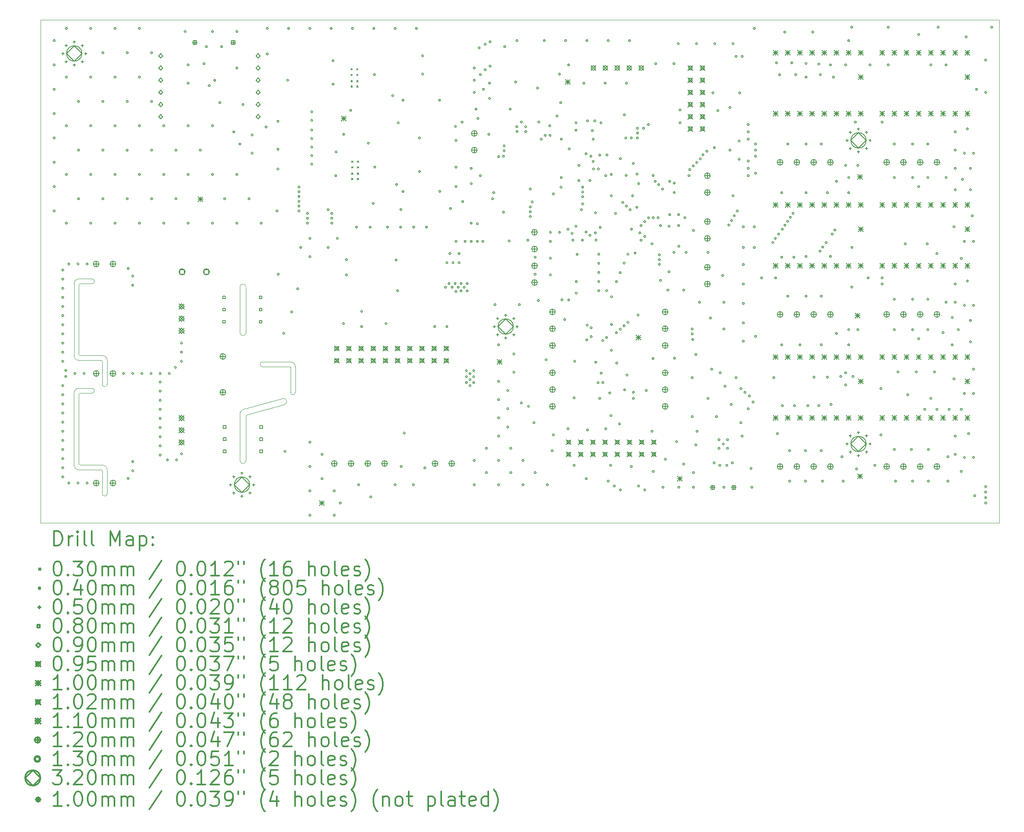
<source format=gbr>
%FSLAX45Y45*%
G04 Gerber Fmt 4.5, Leading zero omitted, Abs format (unit mm)*
G04 Created by KiCad (PCBNEW (5.1.4-83-g4f57de968)-1) date 2020-04-08 14:10:53*
%MOMM*%
%LPD*%
G04 APERTURE LIST*
%ADD10C,0.100000*%
%ADD11C,0.200000*%
%ADD12C,0.300000*%
G04 APERTURE END LIST*
D10*
X4551700Y-7765100D02*
G75*
G02X4551700Y-7865100I0J-50000D01*
G01*
X4276700Y-7765100D02*
X4551700Y-7765100D01*
X4296700Y-7865100D02*
X4551700Y-7865100D01*
X4296700Y-9365100D02*
G75*
G02X4276700Y-9345100I0J20000D01*
G01*
X4276700Y-7885100D02*
G75*
G02X4296700Y-7865100I20000J0D01*
G01*
X4766700Y-9365100D02*
G75*
G02X4866700Y-9465100I0J-100000D01*
G01*
X4746700Y-9465100D02*
G75*
G02X4766700Y-9485100I0J-20000D01*
G01*
X4276700Y-9465100D02*
G75*
G02X4176700Y-9365100I0J100000D01*
G01*
X4176700Y-7865100D02*
G75*
G02X4276700Y-7765100I100000J0D01*
G01*
X4276700Y-9345100D02*
X4276700Y-7885100D01*
X4176700Y-9365100D02*
X4176700Y-7865100D01*
X4746700Y-9465100D02*
X4276700Y-9465100D01*
X4766700Y-9365100D02*
X4296700Y-9365100D01*
X4866700Y-9465100D02*
X4866700Y-9965100D01*
X4866700Y-9965100D02*
G75*
G02X4766700Y-9965100I-50000J0D01*
G01*
X4766700Y-9485100D02*
X4766700Y-9965100D01*
X4275000Y-10170000D02*
G75*
G02X4295000Y-10150000I20000J0D01*
G01*
X4295000Y-11650000D02*
G75*
G02X4275000Y-11630000I0J20000D01*
G01*
X4745000Y-11750000D02*
G75*
G02X4765000Y-11770000I0J-20000D01*
G01*
X4765000Y-11650000D02*
G75*
G02X4865000Y-11750000I0J-100000D01*
G01*
X4275000Y-11750000D02*
G75*
G02X4175000Y-11650000I0J100000D01*
G01*
X4175000Y-10150000D02*
G75*
G02X4275000Y-10050000I100000J0D01*
G01*
X4550000Y-10050000D02*
G75*
G02X4550000Y-10150000I0J-50000D01*
G01*
X4275000Y-10050000D02*
X4550000Y-10050000D01*
X4295000Y-10150000D02*
X4550000Y-10150000D01*
X4175000Y-11650000D02*
X4175000Y-10150000D01*
X4275000Y-11630000D02*
X4275000Y-10170000D01*
X4765000Y-11650000D02*
X4295000Y-11650000D01*
X4745000Y-11750000D02*
X4275000Y-11750000D01*
X4865000Y-12250000D02*
G75*
G02X4765000Y-12250000I-50000J0D01*
G01*
X4865000Y-11750000D02*
X4865000Y-12250000D01*
X4765000Y-11770000D02*
X4765000Y-12250000D01*
X3480000Y-2360000D02*
X23480000Y-2360000D01*
X3480000Y-12860000D02*
X3480000Y-2360000D01*
X23480000Y-12860000D02*
X3480000Y-12860000D01*
X23480000Y-2360000D02*
X23480000Y-12860000D01*
X8689600Y-9497600D02*
G75*
G02X8791200Y-9599200I0J-101600D01*
G01*
X8791200Y-10132600D02*
G75*
G02X8689600Y-10132600I-50800J0D01*
G01*
X8791200Y-9599200D02*
X8791200Y-10132600D01*
X8689600Y-9599200D02*
X8689600Y-10132600D01*
X8105400Y-9599200D02*
G75*
G02X8105400Y-9497600I0J50800D01*
G01*
X8689600Y-9599200D02*
X8105400Y-9599200D01*
X8105400Y-9497600D02*
X8689600Y-9497600D01*
X7635500Y-10602500D02*
G75*
G02X7729630Y-10479827I127000J0D01*
G01*
X8533466Y-10261764D02*
G75*
G02X8566335Y-10384436I16435J-61336D01*
G01*
X7729630Y-10479828D02*
X8533465Y-10261764D01*
X7762500Y-10602500D02*
X8566335Y-10384436D01*
X7762500Y-11555000D02*
G75*
G02X7635500Y-11555000I-63500J0D01*
G01*
X7635500Y-10602500D02*
X7635500Y-11555000D01*
X7762500Y-11555000D02*
X7762500Y-10602500D01*
X7635500Y-7935500D02*
G75*
G02X7762500Y-7935500I63500J0D01*
G01*
X7762500Y-8888001D02*
G75*
G02X7635500Y-8888000I-63500J0D01*
G01*
X7635500Y-7935500D02*
X7635500Y-8888000D01*
X7762500Y-8888000D02*
X7762500Y-7935500D01*
D11*
X9951600Y-3371550D02*
X9981600Y-3401550D01*
X9981600Y-3371550D02*
X9951600Y-3401550D01*
X9951600Y-3491550D02*
X9981600Y-3521550D01*
X9981600Y-3491550D02*
X9951600Y-3521550D01*
X9951600Y-3621550D02*
X9981600Y-3651550D01*
X9981600Y-3621550D02*
X9951600Y-3651550D01*
X9951600Y-3731550D02*
X9981600Y-3761550D01*
X9981600Y-3731550D02*
X9951600Y-3761550D01*
X10071600Y-3371550D02*
X10101600Y-3401550D01*
X10101600Y-3371550D02*
X10071600Y-3401550D01*
X10071600Y-3491550D02*
X10101600Y-3521550D01*
X10101600Y-3491550D02*
X10071600Y-3521550D01*
X10071600Y-3621550D02*
X10101600Y-3651550D01*
X10101600Y-3621550D02*
X10071600Y-3651550D01*
X10071600Y-3731550D02*
X10101600Y-3761550D01*
X10101600Y-3731550D02*
X10071600Y-3761550D01*
X9964100Y-5302100D02*
X9994100Y-5332100D01*
X9994100Y-5302100D02*
X9964100Y-5332100D01*
X9964100Y-5422100D02*
X9994100Y-5452100D01*
X9994100Y-5422100D02*
X9964100Y-5452100D01*
X9964100Y-5552100D02*
X9994100Y-5582100D01*
X9994100Y-5552100D02*
X9964100Y-5582100D01*
X9964100Y-5662100D02*
X9994100Y-5692100D01*
X9994100Y-5662100D02*
X9964100Y-5692100D01*
X10084100Y-5302100D02*
X10114100Y-5332100D01*
X10114100Y-5302100D02*
X10084100Y-5332100D01*
X10084100Y-5422100D02*
X10114100Y-5452100D01*
X10114100Y-5422100D02*
X10084100Y-5452100D01*
X10084100Y-5552100D02*
X10114100Y-5582100D01*
X10114100Y-5552100D02*
X10084100Y-5582100D01*
X10084100Y-5662100D02*
X10114100Y-5692100D01*
X10114100Y-5662100D02*
X10084100Y-5692100D01*
X3782000Y-2792000D02*
G75*
G03X3782000Y-2792000I-20000J0D01*
G01*
X3782000Y-3300000D02*
G75*
G03X3782000Y-3300000I-20000J0D01*
G01*
X3782000Y-3808000D02*
G75*
G03X3782000Y-3808000I-20000J0D01*
G01*
X3782000Y-4316000D02*
G75*
G03X3782000Y-4316000I-20000J0D01*
G01*
X3782000Y-4824000D02*
G75*
G03X3782000Y-4824000I-20000J0D01*
G01*
X3782000Y-5332000D02*
G75*
G03X3782000Y-5332000I-20000J0D01*
G01*
X3782000Y-5840000D02*
G75*
G03X3782000Y-5840000I-20000J0D01*
G01*
X3782000Y-6348000D02*
G75*
G03X3782000Y-6348000I-20000J0D01*
G01*
X3959800Y-8722900D02*
G75*
G03X3959800Y-8722900I-20000J0D01*
G01*
X3959800Y-10373900D02*
G75*
G03X3959800Y-10373900I-20000J0D01*
G01*
X3959800Y-8151400D02*
G75*
G03X3959800Y-8151400I-20000J0D01*
G01*
X3959800Y-7770400D02*
G75*
G03X3959800Y-7770400I-20000J0D01*
G01*
X3959800Y-8532400D02*
G75*
G03X3959800Y-8532400I-20000J0D01*
G01*
X3959800Y-9103900D02*
G75*
G03X3959800Y-9103900I-20000J0D01*
G01*
X3959800Y-9484900D02*
G75*
G03X3959800Y-9484900I-20000J0D01*
G01*
X3959800Y-10183400D02*
G75*
G03X3959800Y-10183400I-20000J0D01*
G01*
X3959800Y-10564400D02*
G75*
G03X3959800Y-10564400I-20000J0D01*
G01*
X3959800Y-10945400D02*
G75*
G03X3959800Y-10945400I-20000J0D01*
G01*
X3959800Y-11135900D02*
G75*
G03X3959800Y-11135900I-20000J0D01*
G01*
X3959800Y-11516900D02*
G75*
G03X3959800Y-11516900I-20000J0D01*
G01*
X3959800Y-11707400D02*
G75*
G03X3959800Y-11707400I-20000J0D01*
G01*
X3959800Y-11897900D02*
G75*
G03X3959800Y-11897900I-20000J0D01*
G01*
X3959800Y-7579900D02*
G75*
G03X3959800Y-7579900I-20000J0D01*
G01*
X3959800Y-11326400D02*
G75*
G03X3959800Y-11326400I-20000J0D01*
G01*
X3959800Y-7960900D02*
G75*
G03X3959800Y-7960900I-20000J0D01*
G01*
X3959800Y-8341900D02*
G75*
G03X3959800Y-8341900I-20000J0D01*
G01*
X3959800Y-8913400D02*
G75*
G03X3959800Y-8913400I-20000J0D01*
G01*
X3959800Y-9294400D02*
G75*
G03X3959800Y-9294400I-20000J0D01*
G01*
X3959800Y-9992900D02*
G75*
G03X3959800Y-9992900I-20000J0D01*
G01*
X3959800Y-10754900D02*
G75*
G03X3959800Y-10754900I-20000J0D01*
G01*
X4023300Y-9675400D02*
G75*
G03X4023300Y-9675400I-20000J0D01*
G01*
X4023300Y-9802400D02*
G75*
G03X4023300Y-9802400I-20000J0D01*
G01*
X4036000Y-2538000D02*
G75*
G03X4036000Y-2538000I-20000J0D01*
G01*
X4036000Y-3554000D02*
G75*
G03X4036000Y-3554000I-20000J0D01*
G01*
X4036000Y-4570000D02*
G75*
G03X4036000Y-4570000I-20000J0D01*
G01*
X4036000Y-5586000D02*
G75*
G03X4036000Y-5586000I-20000J0D01*
G01*
X4036000Y-6602000D02*
G75*
G03X4036000Y-6602000I-20000J0D01*
G01*
X4086800Y-7452900D02*
G75*
G03X4086800Y-7452900I-20000J0D01*
G01*
X4086800Y-12024900D02*
G75*
G03X4086800Y-12024900I-20000J0D01*
G01*
X4213800Y-9738900D02*
G75*
G03X4213800Y-9738900I-20000J0D01*
G01*
X4213800Y-9738900D02*
G75*
G03X4213800Y-9738900I-20000J0D01*
G01*
X4277300Y-7452900D02*
G75*
G03X4277300Y-7452900I-20000J0D01*
G01*
X4277300Y-12024900D02*
G75*
G03X4277300Y-12024900I-20000J0D01*
G01*
X4290000Y-4062000D02*
G75*
G03X4290000Y-4062000I-20000J0D01*
G01*
X4290000Y-5078000D02*
G75*
G03X4290000Y-5078000I-20000J0D01*
G01*
X4290000Y-6094000D02*
G75*
G03X4290000Y-6094000I-20000J0D01*
G01*
X4404300Y-9738900D02*
G75*
G03X4404300Y-9738900I-20000J0D01*
G01*
X4404300Y-9738900D02*
G75*
G03X4404300Y-9738900I-20000J0D01*
G01*
X4467800Y-12024900D02*
G75*
G03X4467800Y-12024900I-20000J0D01*
G01*
X4467800Y-7452900D02*
G75*
G03X4467800Y-7452900I-20000J0D01*
G01*
X4544000Y-2538000D02*
G75*
G03X4544000Y-2538000I-20000J0D01*
G01*
X4544000Y-3554000D02*
G75*
G03X4544000Y-3554000I-20000J0D01*
G01*
X4544000Y-4570000D02*
G75*
G03X4544000Y-4570000I-20000J0D01*
G01*
X4544000Y-5586000D02*
G75*
G03X4544000Y-5586000I-20000J0D01*
G01*
X4544000Y-6602000D02*
G75*
G03X4544000Y-6602000I-20000J0D01*
G01*
X4798000Y-3046000D02*
G75*
G03X4798000Y-3046000I-20000J0D01*
G01*
X4798000Y-4062000D02*
G75*
G03X4798000Y-4062000I-20000J0D01*
G01*
X4798000Y-5078000D02*
G75*
G03X4798000Y-5078000I-20000J0D01*
G01*
X4798000Y-6094000D02*
G75*
G03X4798000Y-6094000I-20000J0D01*
G01*
X5052000Y-2538000D02*
G75*
G03X5052000Y-2538000I-20000J0D01*
G01*
X5052000Y-3554000D02*
G75*
G03X5052000Y-3554000I-20000J0D01*
G01*
X5052000Y-4570000D02*
G75*
G03X5052000Y-4570000I-20000J0D01*
G01*
X5052000Y-5586000D02*
G75*
G03X5052000Y-5586000I-20000J0D01*
G01*
X5052000Y-6602000D02*
G75*
G03X5052000Y-6602000I-20000J0D01*
G01*
X5229800Y-9738900D02*
G75*
G03X5229800Y-9738900I-20000J0D01*
G01*
X5303200Y-5080000D02*
G75*
G03X5303200Y-5080000I-20000J0D01*
G01*
X5306000Y-3046000D02*
G75*
G03X5306000Y-3046000I-20000J0D01*
G01*
X5306000Y-4062000D02*
G75*
G03X5306000Y-4062000I-20000J0D01*
G01*
X5306000Y-6094000D02*
G75*
G03X5306000Y-6094000I-20000J0D01*
G01*
X5325050Y-11929650D02*
G75*
G03X5325050Y-11929650I-20000J0D01*
G01*
X5325050Y-7548150D02*
G75*
G03X5325050Y-7548150I-20000J0D01*
G01*
X5420300Y-7706900D02*
G75*
G03X5420300Y-7706900I-20000J0D01*
G01*
X5420300Y-7897400D02*
G75*
G03X5420300Y-7897400I-20000J0D01*
G01*
X5420300Y-9738900D02*
G75*
G03X5420300Y-9738900I-20000J0D01*
G01*
X5420300Y-11580400D02*
G75*
G03X5420300Y-11580400I-20000J0D01*
G01*
X5420300Y-11770900D02*
G75*
G03X5420300Y-11770900I-20000J0D01*
G01*
X5560000Y-2538000D02*
G75*
G03X5560000Y-2538000I-20000J0D01*
G01*
X5560000Y-3554000D02*
G75*
G03X5560000Y-3554000I-20000J0D01*
G01*
X5560000Y-4570000D02*
G75*
G03X5560000Y-4570000I-20000J0D01*
G01*
X5560000Y-5586000D02*
G75*
G03X5560000Y-5586000I-20000J0D01*
G01*
X5560000Y-6602000D02*
G75*
G03X5560000Y-6602000I-20000J0D01*
G01*
X5610800Y-9738900D02*
G75*
G03X5610800Y-9738900I-20000J0D01*
G01*
X5801300Y-9738900D02*
G75*
G03X5801300Y-9738900I-20000J0D01*
G01*
X5814000Y-3046000D02*
G75*
G03X5814000Y-3046000I-20000J0D01*
G01*
X5814000Y-4062000D02*
G75*
G03X5814000Y-4062000I-20000J0D01*
G01*
X5814000Y-5078000D02*
G75*
G03X5814000Y-5078000I-20000J0D01*
G01*
X5814000Y-6094000D02*
G75*
G03X5814000Y-6094000I-20000J0D01*
G01*
X5991800Y-11250200D02*
G75*
G03X5991800Y-11250200I-20000J0D01*
G01*
X5991800Y-9916700D02*
G75*
G03X5991800Y-9916700I-20000J0D01*
G01*
X5991800Y-10488200D02*
G75*
G03X5991800Y-10488200I-20000J0D01*
G01*
X5991800Y-9738900D02*
G75*
G03X5991800Y-9738900I-20000J0D01*
G01*
X5991800Y-10869200D02*
G75*
G03X5991800Y-10869200I-20000J0D01*
G01*
X5991800Y-11059700D02*
G75*
G03X5991800Y-11059700I-20000J0D01*
G01*
X5991800Y-10107200D02*
G75*
G03X5991800Y-10107200I-20000J0D01*
G01*
X5991800Y-10297700D02*
G75*
G03X5991800Y-10297700I-20000J0D01*
G01*
X5991800Y-10678700D02*
G75*
G03X5991800Y-10678700I-20000J0D01*
G01*
X5991800Y-11440700D02*
G75*
G03X5991800Y-11440700I-20000J0D01*
G01*
X6068000Y-4570000D02*
G75*
G03X6068000Y-4570000I-20000J0D01*
G01*
X6068000Y-5586000D02*
G75*
G03X6068000Y-5586000I-20000J0D01*
G01*
X6068000Y-6602000D02*
G75*
G03X6068000Y-6602000I-20000J0D01*
G01*
X6144200Y-11542300D02*
G75*
G03X6144200Y-11542300I-20000J0D01*
G01*
X6182300Y-9738900D02*
G75*
G03X6182300Y-9738900I-20000J0D01*
G01*
X6309300Y-9611900D02*
G75*
G03X6309300Y-9611900I-20000J0D01*
G01*
X6322000Y-5078000D02*
G75*
G03X6322000Y-5078000I-20000J0D01*
G01*
X6322000Y-6094000D02*
G75*
G03X6322000Y-6094000I-20000J0D01*
G01*
X6334700Y-11542300D02*
G75*
G03X6334700Y-11542300I-20000J0D01*
G01*
X6436300Y-9103900D02*
G75*
G03X6436300Y-9103900I-20000J0D01*
G01*
X6436300Y-9294400D02*
G75*
G03X6436300Y-9294400I-20000J0D01*
G01*
X6436300Y-9484900D02*
G75*
G03X6436300Y-9484900I-20000J0D01*
G01*
X6436417Y-11415417D02*
G75*
G03X6436417Y-11415417I-20000J0D01*
G01*
X6512500Y-2601500D02*
G75*
G03X6512500Y-2601500I-20000J0D01*
G01*
X6576000Y-3300000D02*
G75*
G03X6576000Y-3300000I-20000J0D01*
G01*
X6576000Y-3681000D02*
G75*
G03X6576000Y-3681000I-20000J0D01*
G01*
X6576000Y-4570000D02*
G75*
G03X6576000Y-4570000I-20000J0D01*
G01*
X6576000Y-5586000D02*
G75*
G03X6576000Y-5586000I-20000J0D01*
G01*
X6576000Y-6602000D02*
G75*
G03X6576000Y-6602000I-20000J0D01*
G01*
X6830000Y-5078000D02*
G75*
G03X6830000Y-5078000I-20000J0D01*
G01*
X6906200Y-3274600D02*
G75*
G03X6906200Y-3274600I-20000J0D01*
G01*
X6957000Y-2919000D02*
G75*
G03X6957000Y-2919000I-20000J0D01*
G01*
X7016200Y-3731800D02*
G75*
G03X7016200Y-3731800I-20000J0D01*
G01*
X7084000Y-2601500D02*
G75*
G03X7084000Y-2601500I-20000J0D01*
G01*
X7084000Y-4570000D02*
G75*
G03X7084000Y-4570000I-20000J0D01*
G01*
X7084000Y-5586000D02*
G75*
G03X7084000Y-5586000I-20000J0D01*
G01*
X7084000Y-6602000D02*
G75*
G03X7084000Y-6602000I-20000J0D01*
G01*
X7131023Y-3619390D02*
G75*
G03X7131023Y-3619390I-20000J0D01*
G01*
X7236400Y-4087400D02*
G75*
G03X7236400Y-4087400I-20000J0D01*
G01*
X7274500Y-2919000D02*
G75*
G03X7274500Y-2919000I-20000J0D01*
G01*
X7338000Y-6094000D02*
G75*
G03X7338000Y-6094000I-20000J0D01*
G01*
X7528500Y-4697000D02*
G75*
G03X7528500Y-4697000I-20000J0D01*
G01*
X7592000Y-2601500D02*
G75*
G03X7592000Y-2601500I-20000J0D01*
G01*
X7592000Y-3363500D02*
G75*
G03X7592000Y-3363500I-20000J0D01*
G01*
X7592000Y-5586000D02*
G75*
G03X7592000Y-5586000I-20000J0D01*
G01*
X7592000Y-6602000D02*
G75*
G03X7592000Y-6602000I-20000J0D01*
G01*
X7655500Y-4951000D02*
G75*
G03X7655500Y-4951000I-20000J0D01*
G01*
X7719000Y-4125500D02*
G75*
G03X7719000Y-4125500I-20000J0D01*
G01*
X7846000Y-6094000D02*
G75*
G03X7846000Y-6094000I-20000J0D01*
G01*
X7909500Y-4760500D02*
G75*
G03X7909500Y-4760500I-20000J0D01*
G01*
X7909500Y-5141500D02*
G75*
G03X7909500Y-5141500I-20000J0D01*
G01*
X8100000Y-6602000D02*
G75*
G03X8100000Y-6602000I-20000J0D01*
G01*
X8201600Y-4595400D02*
G75*
G03X8201600Y-4595400I-20000J0D01*
G01*
X8227000Y-2538000D02*
G75*
G03X8227000Y-2538000I-20000J0D01*
G01*
X8227000Y-3071400D02*
G75*
G03X8227000Y-3071400I-20000J0D01*
G01*
X8430200Y-6348000D02*
G75*
G03X8430200Y-6348000I-20000J0D01*
G01*
X8449250Y-4474750D02*
G75*
G03X8449250Y-4474750I-20000J0D01*
G01*
X8449250Y-5058950D02*
G75*
G03X8449250Y-5058950I-20000J0D01*
G01*
X8449250Y-5471700D02*
G75*
G03X8449250Y-5471700I-20000J0D01*
G01*
X8455600Y-7668800D02*
G75*
G03X8455600Y-7668800I-20000J0D01*
G01*
X8569900Y-8900700D02*
G75*
G03X8569900Y-8900700I-20000J0D01*
G01*
X8595300Y-11364500D02*
G75*
G03X8595300Y-11364500I-20000J0D01*
G01*
X8652450Y-3617500D02*
G75*
G03X8652450Y-3617500I-20000J0D01*
G01*
X8671500Y-2538000D02*
G75*
G03X8671500Y-2538000I-20000J0D01*
G01*
X8735000Y-8456200D02*
G75*
G03X8735000Y-8456200I-20000J0D01*
G01*
X8862000Y-7973600D02*
G75*
G03X8862000Y-7973600I-20000J0D01*
G01*
X8887400Y-5846399D02*
G75*
G03X8887400Y-5846399I-20000J0D01*
G01*
X8887400Y-5946399D02*
G75*
G03X8887400Y-5946399I-20000J0D01*
G01*
X8887400Y-6046399D02*
G75*
G03X8887400Y-6046399I-20000J0D01*
G01*
X8887400Y-6146400D02*
G75*
G03X8887400Y-6146400I-20000J0D01*
G01*
X8887400Y-6246400D02*
G75*
G03X8887400Y-6246400I-20000J0D01*
G01*
X8887400Y-6348000D02*
G75*
G03X8887400Y-6348000I-20000J0D01*
G01*
X8925500Y-7110000D02*
G75*
G03X8925500Y-7110000I-20000J0D01*
G01*
X9065200Y-6398800D02*
G75*
G03X9065200Y-6398800I-20000J0D01*
G01*
X9065200Y-6500400D02*
G75*
G03X9065200Y-6500400I-20000J0D01*
G01*
X9065200Y-6602000D02*
G75*
G03X9065200Y-6602000I-20000J0D01*
G01*
X9116000Y-2538000D02*
G75*
G03X9116000Y-2538000I-20000J0D01*
G01*
X9116000Y-6919500D02*
G75*
G03X9116000Y-6919500I-20000J0D01*
G01*
X9116000Y-7300500D02*
G75*
G03X9116000Y-7300500I-20000J0D01*
G01*
X9116000Y-11174000D02*
G75*
G03X9116000Y-11174000I-20000J0D01*
G01*
X9116000Y-11682000D02*
G75*
G03X9116000Y-11682000I-20000J0D01*
G01*
X9116000Y-12190000D02*
G75*
G03X9116000Y-12190000I-20000J0D01*
G01*
X9116000Y-12698000D02*
G75*
G03X9116000Y-12698000I-20000J0D01*
G01*
X9154100Y-4277900D02*
G75*
G03X9154100Y-4277900I-20000J0D01*
G01*
X9154100Y-4455700D02*
G75*
G03X9154100Y-4455700I-20000J0D01*
G01*
X9154100Y-4658900D02*
G75*
G03X9154100Y-4658900I-20000J0D01*
G01*
X9154100Y-4836700D02*
G75*
G03X9154100Y-4836700I-20000J0D01*
G01*
X9154100Y-5014500D02*
G75*
G03X9154100Y-5014500I-20000J0D01*
G01*
X9154100Y-5192300D02*
G75*
G03X9154100Y-5192300I-20000J0D01*
G01*
X9154100Y-5370100D02*
G75*
G03X9154100Y-5370100I-20000J0D01*
G01*
X9370000Y-11428000D02*
G75*
G03X9370000Y-11428000I-20000J0D01*
G01*
X9370000Y-11936000D02*
G75*
G03X9370000Y-11936000I-20000J0D01*
G01*
X9497000Y-6322600D02*
G75*
G03X9497000Y-6322600I-20000J0D01*
G01*
X9497000Y-7110000D02*
G75*
G03X9497000Y-7110000I-20000J0D01*
G01*
X9560500Y-2538000D02*
G75*
G03X9560500Y-2538000I-20000J0D01*
G01*
X9573200Y-6398800D02*
G75*
G03X9573200Y-6398800I-20000J0D01*
G01*
X9573200Y-6500400D02*
G75*
G03X9573200Y-6500400I-20000J0D01*
G01*
X9573200Y-6602000D02*
G75*
G03X9573200Y-6602000I-20000J0D01*
G01*
X9598600Y-3211100D02*
G75*
G03X9598600Y-3211100I-20000J0D01*
G01*
X9600012Y-3699755D02*
G75*
G03X9600012Y-3699755I-20000J0D01*
G01*
X9624000Y-12190000D02*
G75*
G03X9624000Y-12190000I-20000J0D01*
G01*
X9624000Y-12698000D02*
G75*
G03X9624000Y-12698000I-20000J0D01*
G01*
X9655232Y-5611158D02*
G75*
G03X9655232Y-5611158I-20000J0D01*
G01*
X9662100Y-5116100D02*
G75*
G03X9662100Y-5116100I-20000J0D01*
G01*
X9687500Y-6919500D02*
G75*
G03X9687500Y-6919500I-20000J0D01*
G01*
X9751000Y-12444000D02*
G75*
G03X9751000Y-12444000I-20000J0D01*
G01*
X9814500Y-8697500D02*
G75*
G03X9814500Y-8697500I-20000J0D01*
G01*
X9820850Y-4747800D02*
G75*
G03X9820850Y-4747800I-20000J0D01*
G01*
X9878000Y-7364000D02*
G75*
G03X9878000Y-7364000I-20000J0D01*
G01*
X9878000Y-7681500D02*
G75*
G03X9878000Y-7681500I-20000J0D01*
G01*
X9966900Y-4246150D02*
G75*
G03X9966900Y-4246150I-20000J0D01*
G01*
X10005000Y-2538000D02*
G75*
G03X10005000Y-2538000I-20000J0D01*
G01*
X10087550Y-6684550D02*
G75*
G03X10087550Y-6684550I-20000J0D01*
G01*
X10132000Y-12063000D02*
G75*
G03X10132000Y-12063000I-20000J0D01*
G01*
X10195500Y-8443500D02*
G75*
G03X10195500Y-8443500I-20000J0D01*
G01*
X10195500Y-8761000D02*
G75*
G03X10195500Y-8761000I-20000J0D01*
G01*
X10335200Y-4931950D02*
G75*
G03X10335200Y-4931950I-20000J0D01*
G01*
X10373300Y-6684550D02*
G75*
G03X10373300Y-6684550I-20000J0D01*
G01*
X10386000Y-12317000D02*
G75*
G03X10386000Y-12317000I-20000J0D01*
G01*
X10436800Y-6189250D02*
G75*
G03X10436800Y-6189250I-20000J0D01*
G01*
X10449500Y-2538000D02*
G75*
G03X10449500Y-2538000I-20000J0D01*
G01*
X10461386Y-3502038D02*
G75*
G03X10461386Y-3502038I-20000J0D01*
G01*
X10469842Y-5430073D02*
G75*
G03X10469842Y-5430073I-20000J0D01*
G01*
X10703500Y-8697500D02*
G75*
G03X10703500Y-8697500I-20000J0D01*
G01*
X10735250Y-6684550D02*
G75*
G03X10735250Y-6684550I-20000J0D01*
G01*
X10843200Y-3941350D02*
G75*
G03X10843200Y-3941350I-20000J0D01*
G01*
X10894000Y-2538000D02*
G75*
G03X10894000Y-2538000I-20000J0D01*
G01*
X10894000Y-12063000D02*
G75*
G03X10894000Y-12063000I-20000J0D01*
G01*
X10913050Y-7370350D02*
G75*
G03X10913050Y-7370350I-20000J0D01*
G01*
X10925750Y-5795550D02*
G75*
G03X10925750Y-5795550I-20000J0D01*
G01*
X10944800Y-8011700D02*
G75*
G03X10944800Y-8011700I-20000J0D01*
G01*
X10957500Y-4506500D02*
G75*
G03X10957500Y-4506500I-20000J0D01*
G01*
X11008300Y-6684550D02*
G75*
G03X11008300Y-6684550I-20000J0D01*
G01*
X11014650Y-6316250D02*
G75*
G03X11014650Y-6316250I-20000J0D01*
G01*
X11021000Y-11682000D02*
G75*
G03X11021000Y-11682000I-20000J0D01*
G01*
X11059100Y-4036600D02*
G75*
G03X11059100Y-4036600I-20000J0D01*
G01*
X11059100Y-5941600D02*
G75*
G03X11059100Y-5941600I-20000J0D01*
G01*
X11084500Y-10983500D02*
G75*
G03X11084500Y-10983500I-20000J0D01*
G01*
X11275000Y-12063000D02*
G75*
G03X11275000Y-12063000I-20000J0D01*
G01*
X11281350Y-6684550D02*
G75*
G03X11281350Y-6684550I-20000J0D01*
G01*
X11338500Y-2538000D02*
G75*
G03X11338500Y-2538000I-20000J0D01*
G01*
X11402000Y-4824000D02*
G75*
G03X11402000Y-4824000I-20000J0D01*
G01*
X11402000Y-5522500D02*
G75*
G03X11402000Y-5522500I-20000J0D01*
G01*
X11465500Y-3109500D02*
G75*
G03X11465500Y-3109500I-20000J0D01*
G01*
X11465500Y-3490500D02*
G75*
G03X11465500Y-3490500I-20000J0D01*
G01*
X11513230Y-11708310D02*
G75*
G03X11513230Y-11708310I-20000J0D01*
G01*
X11548050Y-6684550D02*
G75*
G03X11548050Y-6684550I-20000J0D01*
G01*
X11719500Y-8761000D02*
G75*
G03X11719500Y-8761000I-20000J0D01*
G01*
X11821100Y-4036600D02*
G75*
G03X11821100Y-4036600I-20000J0D01*
G01*
X11825600Y-5937100D02*
G75*
G03X11825600Y-5937100I-20000J0D01*
G01*
X11944683Y-7938878D02*
G75*
G03X11944683Y-7938878I-20000J0D01*
G01*
X11973500Y-7427500D02*
G75*
G03X11973500Y-7427500I-20000J0D01*
G01*
X11973500Y-8761000D02*
G75*
G03X11973500Y-8761000I-20000J0D01*
G01*
X12017864Y-7862351D02*
G75*
G03X12017864Y-7862351I-20000J0D01*
G01*
X12037000Y-7237000D02*
G75*
G03X12037000Y-7237000I-20000J0D01*
G01*
X12049700Y-6297200D02*
G75*
G03X12049700Y-6297200I-20000J0D01*
G01*
X12081364Y-7938551D02*
G75*
G03X12081364Y-7938551I-20000J0D01*
G01*
X12100500Y-7427500D02*
G75*
G03X12100500Y-7427500I-20000J0D01*
G01*
X12144864Y-7862351D02*
G75*
G03X12144864Y-7862351I-20000J0D01*
G01*
X12151300Y-4582700D02*
G75*
G03X12151300Y-4582700I-20000J0D01*
G01*
X12161200Y-8026400D02*
G75*
G03X12161200Y-8026400I-20000J0D01*
G01*
X12164000Y-4874800D02*
G75*
G03X12164000Y-4874800I-20000J0D01*
G01*
X12164000Y-5433600D02*
G75*
G03X12164000Y-5433600I-20000J0D01*
G01*
X12164000Y-5840000D02*
G75*
G03X12164000Y-5840000I-20000J0D01*
G01*
X12164000Y-6983000D02*
G75*
G03X12164000Y-6983000I-20000J0D01*
G01*
X12208564Y-7938551D02*
G75*
G03X12208564Y-7938551I-20000J0D01*
G01*
X12227500Y-7237000D02*
G75*
G03X12227500Y-7237000I-20000J0D01*
G01*
X12227500Y-7427500D02*
G75*
G03X12227500Y-7427500I-20000J0D01*
G01*
X12268984Y-7862736D02*
G75*
G03X12268984Y-7862736I-20000J0D01*
G01*
X12268984Y-8015136D02*
G75*
G03X12268984Y-8015136I-20000J0D01*
G01*
X12291000Y-4493800D02*
G75*
G03X12291000Y-4493800I-20000J0D01*
G01*
X12303700Y-6151150D02*
G75*
G03X12303700Y-6151150I-20000J0D01*
G01*
X12332484Y-7938936D02*
G75*
G03X12332484Y-7938936I-20000J0D01*
G01*
X12354500Y-6983000D02*
G75*
G03X12354500Y-6983000I-20000J0D01*
G01*
X12379900Y-9929600D02*
G75*
G03X12379900Y-9929600I-20000J0D01*
G01*
X12380285Y-9678480D02*
G75*
G03X12380285Y-9678480I-20000J0D01*
G01*
X12380285Y-9805480D02*
G75*
G03X12380285Y-9805480I-20000J0D01*
G01*
X12395983Y-7862736D02*
G75*
G03X12395983Y-7862736I-20000J0D01*
G01*
X12395984Y-8015136D02*
G75*
G03X12395984Y-8015136I-20000J0D01*
G01*
X12456100Y-9865900D02*
G75*
G03X12456100Y-9865900I-20000J0D01*
G01*
X12456100Y-9993100D02*
G75*
G03X12456100Y-9993100I-20000J0D01*
G01*
X12456485Y-9741980D02*
G75*
G03X12456485Y-9741980I-20000J0D01*
G01*
X12481500Y-5459000D02*
G75*
G03X12481500Y-5459000I-20000J0D01*
G01*
X12481500Y-5776500D02*
G75*
G03X12481500Y-5776500I-20000J0D01*
G01*
X12481500Y-6602000D02*
G75*
G03X12481500Y-6602000I-20000J0D01*
G01*
X12481500Y-6983000D02*
G75*
G03X12481500Y-6983000I-20000J0D01*
G01*
X12532300Y-9929600D02*
G75*
G03X12532300Y-9929600I-20000J0D01*
G01*
X12532685Y-9678480D02*
G75*
G03X12532685Y-9678480I-20000J0D01*
G01*
X12532685Y-9805480D02*
G75*
G03X12532685Y-9805480I-20000J0D01*
G01*
X12545000Y-3363500D02*
G75*
G03X12545000Y-3363500I-20000J0D01*
G01*
X12545000Y-3617500D02*
G75*
G03X12545000Y-3617500I-20000J0D01*
G01*
X12545000Y-3871500D02*
G75*
G03X12545000Y-3871500I-20000J0D01*
G01*
X12545000Y-11555000D02*
G75*
G03X12545000Y-11555000I-20000J0D01*
G01*
X12545000Y-12063000D02*
G75*
G03X12545000Y-12063000I-20000J0D01*
G01*
X12583100Y-4220339D02*
G75*
G03X12583100Y-4220339I-20000J0D01*
G01*
X12608500Y-6613500D02*
G75*
G03X12608500Y-6613500I-20000J0D01*
G01*
X12608500Y-6983000D02*
G75*
G03X12608500Y-6983000I-20000J0D01*
G01*
X12621200Y-4417600D02*
G75*
G03X12621200Y-4417600I-20000J0D01*
G01*
X12646600Y-2942516D02*
G75*
G03X12646600Y-2942516I-20000J0D01*
G01*
X12672000Y-3503200D02*
G75*
G03X12672000Y-3503200I-20000J0D01*
G01*
X12672000Y-5611400D02*
G75*
G03X12672000Y-5611400I-20000J0D01*
G01*
X12722800Y-6983000D02*
G75*
G03X12722800Y-6983000I-20000J0D01*
G01*
X12735500Y-3808000D02*
G75*
G03X12735500Y-3808000I-20000J0D01*
G01*
X12772767Y-2867515D02*
G75*
G03X12772767Y-2867515I-20000J0D01*
G01*
X12773600Y-3401600D02*
G75*
G03X12773600Y-3401600I-20000J0D01*
G01*
X12799000Y-11301000D02*
G75*
G03X12799000Y-11301000I-20000J0D01*
G01*
X12799000Y-11809000D02*
G75*
G03X12799000Y-11809000I-20000J0D01*
G01*
X12849800Y-4747800D02*
G75*
G03X12849800Y-4747800I-20000J0D01*
G01*
X12862500Y-3681000D02*
G75*
G03X12862500Y-3681000I-20000J0D01*
G01*
X12862500Y-3998500D02*
G75*
G03X12862500Y-3998500I-20000J0D01*
G01*
X12875200Y-2817400D02*
G75*
G03X12875200Y-2817400I-20000J0D01*
G01*
X12875200Y-3325400D02*
G75*
G03X12875200Y-3325400I-20000J0D01*
G01*
X12926000Y-6094000D02*
G75*
G03X12926000Y-6094000I-20000J0D01*
G01*
X12951400Y-5967000D02*
G75*
G03X12951400Y-5967000I-20000J0D01*
G01*
X12976800Y-8303800D02*
G75*
G03X12976800Y-8303800I-20000J0D01*
G01*
X13053000Y-5215702D02*
G75*
G03X13053000Y-5215702I-20000J0D01*
G01*
X13053000Y-9142000D02*
G75*
G03X13053000Y-9142000I-20000J0D01*
G01*
X13053000Y-9904000D02*
G75*
G03X13053000Y-9904000I-20000J0D01*
G01*
X13053000Y-10285000D02*
G75*
G03X13053000Y-10285000I-20000J0D01*
G01*
X13053000Y-10666000D02*
G75*
G03X13053000Y-10666000I-20000J0D01*
G01*
X13053000Y-11047000D02*
G75*
G03X13053000Y-11047000I-20000J0D01*
G01*
X13053000Y-11555000D02*
G75*
G03X13053000Y-11555000I-20000J0D01*
G01*
X13053000Y-12063000D02*
G75*
G03X13053000Y-12063000I-20000J0D01*
G01*
X13154600Y-5205000D02*
G75*
G03X13154600Y-5205000I-20000J0D01*
G01*
X13154600Y-6373400D02*
G75*
G03X13154600Y-6373400I-20000J0D01*
G01*
X13167300Y-4989100D02*
G75*
G03X13167300Y-4989100I-20000J0D01*
G01*
X13167300Y-5090700D02*
G75*
G03X13167300Y-5090700I-20000J0D01*
G01*
X13180000Y-2919000D02*
G75*
G03X13180000Y-2919000I-20000J0D01*
G01*
X13243500Y-10094500D02*
G75*
G03X13243500Y-10094500I-20000J0D01*
G01*
X13243500Y-10475500D02*
G75*
G03X13243500Y-10475500I-20000J0D01*
G01*
X13243500Y-10856500D02*
G75*
G03X13243500Y-10856500I-20000J0D01*
G01*
X13272300Y-6973700D02*
G75*
G03X13272300Y-6973700I-20000J0D01*
G01*
X13294300Y-4220339D02*
G75*
G03X13294300Y-4220339I-20000J0D01*
G01*
X13307000Y-11301000D02*
G75*
G03X13307000Y-11301000I-20000J0D01*
G01*
X13307000Y-11809000D02*
G75*
G03X13307000Y-11809000I-20000J0D01*
G01*
X13370500Y-9332500D02*
G75*
G03X13370500Y-9332500I-20000J0D01*
G01*
X13370500Y-9713500D02*
G75*
G03X13370500Y-9713500I-20000J0D01*
G01*
X13408600Y-3655600D02*
G75*
G03X13408600Y-3655600I-20000J0D01*
G01*
X13432089Y-4588463D02*
G75*
G03X13432089Y-4588463I-20000J0D01*
G01*
X13434000Y-2792000D02*
G75*
G03X13434000Y-2792000I-20000J0D01*
G01*
X13437989Y-4688289D02*
G75*
G03X13437989Y-4688289I-20000J0D01*
G01*
X13484800Y-8303800D02*
G75*
G03X13484800Y-8303800I-20000J0D01*
G01*
X13527989Y-4491348D02*
G75*
G03X13527989Y-4491348I-20000J0D01*
G01*
X13527989Y-10353589D02*
G75*
G03X13527989Y-10353589I-20000J0D01*
G01*
X13561000Y-11555000D02*
G75*
G03X13561000Y-11555000I-20000J0D01*
G01*
X13561000Y-12063000D02*
G75*
G03X13561000Y-12063000I-20000J0D01*
G01*
X13617989Y-4590339D02*
G75*
G03X13617989Y-4590339I-20000J0D01*
G01*
X13617989Y-4690339D02*
G75*
G03X13617989Y-4690339I-20000J0D01*
G01*
X13662600Y-6957600D02*
G75*
G03X13662600Y-6957600I-20000J0D01*
G01*
X13675300Y-10424700D02*
G75*
G03X13675300Y-10424700I-20000J0D01*
G01*
X13713400Y-5890800D02*
G75*
G03X13713400Y-5890800I-20000J0D01*
G01*
X13713400Y-6263499D02*
G75*
G03X13713400Y-6263499I-20000J0D01*
G01*
X13713400Y-6363500D02*
G75*
G03X13713400Y-6363500I-20000J0D01*
G01*
X13713400Y-6463500D02*
G75*
G03X13713400Y-6463500I-20000J0D01*
G01*
X13751500Y-6157500D02*
G75*
G03X13751500Y-6157500I-20000J0D01*
G01*
X13789600Y-10767600D02*
G75*
G03X13789600Y-10767600I-20000J0D01*
G01*
X13815000Y-7313200D02*
G75*
G03X13815000Y-7313200I-20000J0D01*
G01*
X13815000Y-7668800D02*
G75*
G03X13815000Y-7668800I-20000J0D01*
G01*
X13815000Y-11809000D02*
G75*
G03X13815000Y-11809000I-20000J0D01*
G01*
X13865800Y-3782600D02*
G75*
G03X13865800Y-3782600I-20000J0D01*
G01*
X13882058Y-8218458D02*
G75*
G03X13882058Y-8218458I-20000J0D01*
G01*
X13891200Y-4490825D02*
G75*
G03X13891200Y-4490825I-20000J0D01*
G01*
X13942000Y-4849400D02*
G75*
G03X13942000Y-4849400I-20000J0D01*
G01*
X14005500Y-2792000D02*
G75*
G03X14005500Y-2792000I-20000J0D01*
G01*
X14025205Y-4769400D02*
G75*
G03X14025205Y-4769400I-20000J0D01*
G01*
X14043600Y-9453150D02*
G75*
G03X14043600Y-9453150I-20000J0D01*
G01*
X14069000Y-12063000D02*
G75*
G03X14069000Y-12063000I-20000J0D01*
G01*
X14119800Y-4570000D02*
G75*
G03X14119800Y-4570000I-20000J0D01*
G01*
X14125205Y-4769400D02*
G75*
G03X14125205Y-4769400I-20000J0D01*
G01*
X14132500Y-6792500D02*
G75*
G03X14132500Y-6792500I-20000J0D01*
G01*
X14132500Y-6983500D02*
G75*
G03X14132500Y-6983500I-20000J0D01*
G01*
X14132500Y-7333500D02*
G75*
G03X14132500Y-7333500I-20000J0D01*
G01*
X14132500Y-7681500D02*
G75*
G03X14132500Y-7681500I-20000J0D01*
G01*
X14170600Y-11351800D02*
G75*
G03X14170600Y-11351800I-20000J0D01*
G01*
X14196000Y-5992400D02*
G75*
G03X14196000Y-5992400I-20000J0D01*
G01*
X14196000Y-11021600D02*
G75*
G03X14196000Y-11021600I-20000J0D01*
G01*
X14272200Y-4366800D02*
G75*
G03X14272200Y-4366800I-20000J0D01*
G01*
X14323000Y-3490500D02*
G75*
G03X14323000Y-3490500I-20000J0D01*
G01*
X14323000Y-6792500D02*
G75*
G03X14323000Y-6792500I-20000J0D01*
G01*
X14348400Y-4087400D02*
G75*
G03X14348400Y-4087400I-20000J0D01*
G01*
X14353938Y-5851500D02*
G75*
G03X14353938Y-5851500I-20000J0D01*
G01*
X14358700Y-5651500D02*
G75*
G03X14358700Y-5651500I-20000J0D01*
G01*
X14361100Y-4849400D02*
G75*
G03X14361100Y-4849400I-20000J0D01*
G01*
X14373800Y-8202200D02*
G75*
G03X14373800Y-8202200I-20000J0D01*
G01*
X14432200Y-8613700D02*
G75*
G03X14432200Y-8613700I-20000J0D01*
G01*
X14450000Y-2792000D02*
G75*
G03X14450000Y-2792000I-20000J0D01*
G01*
X14500800Y-6729000D02*
G75*
G03X14500800Y-6729000I-20000J0D01*
G01*
X14500800Y-10894600D02*
G75*
G03X14500800Y-10894600I-20000J0D01*
G01*
X14513500Y-3300000D02*
G75*
G03X14513500Y-3300000I-20000J0D01*
G01*
X14514174Y-8203907D02*
G75*
G03X14514174Y-8203907I-20000J0D01*
G01*
X14526200Y-5052600D02*
G75*
G03X14526200Y-5052600I-20000J0D01*
G01*
X14585104Y-6814818D02*
G75*
G03X14585104Y-6814818I-20000J0D01*
G01*
X14602400Y-6957600D02*
G75*
G03X14602400Y-6957600I-20000J0D01*
G01*
X14627800Y-10246900D02*
G75*
G03X14627800Y-10246900I-20000J0D01*
G01*
X14627800Y-11656600D02*
G75*
G03X14627800Y-11656600I-20000J0D01*
G01*
X14640500Y-9484900D02*
G75*
G03X14640500Y-9484900I-20000J0D01*
G01*
X14665900Y-4506500D02*
G75*
G03X14665900Y-4506500I-20000J0D01*
G01*
X14665900Y-4660339D02*
G75*
G03X14665900Y-4660339I-20000J0D01*
G01*
X14665900Y-6665500D02*
G75*
G03X14665900Y-6665500I-20000J0D01*
G01*
X14672250Y-7821200D02*
G75*
G03X14672250Y-7821200I-20000J0D01*
G01*
X14672250Y-8062500D02*
G75*
G03X14672250Y-8062500I-20000J0D01*
G01*
X14689620Y-7252453D02*
G75*
G03X14689620Y-7252453I-20000J0D01*
G01*
X14726700Y-5395500D02*
G75*
G03X14726700Y-5395500I-20000J0D01*
G01*
X14726700Y-5713000D02*
G75*
G03X14726700Y-5713000I-20000J0D01*
G01*
X14780200Y-6322600D02*
G75*
G03X14780200Y-6322600I-20000J0D01*
G01*
X14801882Y-6957926D02*
G75*
G03X14801882Y-6957926I-20000J0D01*
G01*
X14805600Y-5851499D02*
G75*
G03X14805600Y-5851499I-20000J0D01*
G01*
X14805600Y-5951500D02*
G75*
G03X14805600Y-5951500I-20000J0D01*
G01*
X14805600Y-6051500D02*
G75*
G03X14805600Y-6051500I-20000J0D01*
G01*
X14805600Y-6201500D02*
G75*
G03X14805600Y-6201500I-20000J0D01*
G01*
X14831000Y-3681000D02*
G75*
G03X14831000Y-3681000I-20000J0D01*
G01*
X14876700Y-5154200D02*
G75*
G03X14876700Y-5154200I-20000J0D01*
G01*
X14876700Y-6785289D02*
G75*
G03X14876700Y-6785289I-20000J0D01*
G01*
X14881800Y-11936000D02*
G75*
G03X14881800Y-11936000I-20000J0D01*
G01*
X14891752Y-9037812D02*
G75*
G03X14891752Y-9037812I-20000J0D01*
G01*
X14894500Y-2792000D02*
G75*
G03X14894500Y-2792000I-20000J0D01*
G01*
X14900195Y-8730930D02*
G75*
G03X14900195Y-8730930I-20000J0D01*
G01*
X14907200Y-4468400D02*
G75*
G03X14907200Y-4468400I-20000J0D01*
G01*
X14907200Y-10920000D02*
G75*
G03X14907200Y-10920000I-20000J0D01*
G01*
X14958000Y-5713000D02*
G75*
G03X14958000Y-5713000I-20000J0D01*
G01*
X14958000Y-6856000D02*
G75*
G03X14958000Y-6856000I-20000J0D01*
G01*
X14976700Y-5204870D02*
G75*
G03X14976700Y-5204870I-20000J0D01*
G01*
X14983400Y-8786400D02*
G75*
G03X14983400Y-8786400I-20000J0D01*
G01*
X14983400Y-8968000D02*
G75*
G03X14983400Y-8968000I-20000J0D01*
G01*
X15008800Y-4671600D02*
G75*
G03X15008800Y-4671600I-20000J0D01*
G01*
X15023838Y-5313404D02*
G75*
G03X15023838Y-5313404I-20000J0D01*
G01*
X15026700Y-4849400D02*
G75*
G03X15026700Y-4849400I-20000J0D01*
G01*
X15033000Y-5470500D02*
G75*
G03X15033000Y-5470500I-20000J0D01*
G01*
X15059600Y-4468400D02*
G75*
G03X15059600Y-4468400I-20000J0D01*
G01*
X15072300Y-6386100D02*
G75*
G03X15072300Y-6386100I-20000J0D01*
G01*
X15073499Y-6804000D02*
G75*
G03X15073499Y-6804000I-20000J0D01*
G01*
X15078650Y-9503950D02*
G75*
G03X15078650Y-9503950I-20000J0D01*
G01*
X15085000Y-6954000D02*
G75*
G03X15085000Y-6954000I-20000J0D01*
G01*
X15127184Y-9930665D02*
G75*
G03X15127184Y-9930665I-20000J0D01*
G01*
X15133000Y-5470500D02*
G75*
G03X15133000Y-5470500I-20000J0D01*
G01*
X15142150Y-7249700D02*
G75*
G03X15142150Y-7249700I-20000J0D01*
G01*
X15142150Y-7821200D02*
G75*
G03X15142150Y-7821200I-20000J0D01*
G01*
X15142150Y-8011700D02*
G75*
G03X15142150Y-8011700I-20000J0D01*
G01*
X15142150Y-7440200D02*
G75*
G03X15142150Y-7440200I-20000J0D01*
G01*
X15142150Y-7630700D02*
G75*
G03X15142150Y-7630700I-20000J0D01*
G01*
X15161200Y-10259600D02*
G75*
G03X15161200Y-10259600I-20000J0D01*
G01*
X15163434Y-5181834D02*
G75*
G03X15163434Y-5181834I-20000J0D01*
G01*
X15171650Y-6687883D02*
G75*
G03X15171650Y-6687883I-20000J0D01*
G01*
X15186600Y-4506500D02*
G75*
G03X15186600Y-4506500I-20000J0D01*
G01*
X15192950Y-9732550D02*
G75*
G03X15192950Y-9732550I-20000J0D01*
G01*
X15225950Y-9053100D02*
G75*
G03X15225950Y-9053100I-20000J0D01*
G01*
X15228450Y-9929400D02*
G75*
G03X15228450Y-9929400I-20000J0D01*
G01*
X15275500Y-3681000D02*
G75*
G03X15275500Y-3681000I-20000J0D01*
G01*
X15288200Y-5611400D02*
G75*
G03X15288200Y-5611400I-20000J0D01*
G01*
X15288200Y-10894600D02*
G75*
G03X15288200Y-10894600I-20000J0D01*
G01*
X15305950Y-8988300D02*
G75*
G03X15305950Y-8988300I-20000J0D01*
G01*
X15305950Y-8010400D02*
G75*
G03X15305950Y-8010400I-20000J0D01*
G01*
X15313600Y-5179600D02*
G75*
G03X15313600Y-5179600I-20000J0D01*
G01*
X15339000Y-2792000D02*
G75*
G03X15339000Y-2792000I-20000J0D01*
G01*
X15339000Y-11986800D02*
G75*
G03X15339000Y-11986800I-20000J0D01*
G01*
X15370750Y-10145300D02*
G75*
G03X15370750Y-10145300I-20000J0D01*
G01*
X15389800Y-11656600D02*
G75*
G03X15389800Y-11656600I-20000J0D01*
G01*
X15395983Y-10618053D02*
G75*
G03X15395983Y-10618053I-20000J0D01*
G01*
X15402500Y-5586000D02*
G75*
G03X15402500Y-5586000I-20000J0D01*
G01*
X15402500Y-6030500D02*
G75*
G03X15402500Y-6030500I-20000J0D01*
G01*
X15402500Y-9254700D02*
G75*
G03X15402500Y-9254700I-20000J0D01*
G01*
X15408850Y-8138700D02*
G75*
G03X15408850Y-8138700I-20000J0D01*
G01*
X15408850Y-8716550D02*
G75*
G03X15408850Y-8716550I-20000J0D01*
G01*
X15466000Y-12088400D02*
G75*
G03X15466000Y-12088400I-20000J0D01*
G01*
X15491400Y-6398800D02*
G75*
G03X15491400Y-6398800I-20000J0D01*
G01*
X15510450Y-7821200D02*
G75*
G03X15510450Y-7821200I-20000J0D01*
G01*
X15510450Y-8888000D02*
G75*
G03X15510450Y-8888000I-20000J0D01*
G01*
X15516800Y-9523000D02*
G75*
G03X15516800Y-9523000I-20000J0D01*
G01*
X15573847Y-10792716D02*
G75*
G03X15573847Y-10792716I-20000J0D01*
G01*
X15590450Y-7634500D02*
G75*
G03X15590450Y-7634500I-20000J0D01*
G01*
X15590450Y-8815600D02*
G75*
G03X15590450Y-8815600I-20000J0D01*
G01*
X15593000Y-5255800D02*
G75*
G03X15593000Y-5255800I-20000J0D01*
G01*
X15593000Y-12168400D02*
G75*
G03X15593000Y-12168400I-20000J0D01*
G01*
X15643800Y-6170200D02*
G75*
G03X15643800Y-6170200I-20000J0D01*
G01*
X15670450Y-7435100D02*
G75*
G03X15670450Y-7435100I-20000J0D01*
G01*
X15670450Y-8743200D02*
G75*
G03X15670450Y-8743200I-20000J0D01*
G01*
X15677783Y-4341399D02*
G75*
G03X15677783Y-4341399I-20000J0D01*
G01*
X15681900Y-10081800D02*
G75*
G03X15681900Y-10081800I-20000J0D01*
G01*
X15703832Y-4824000D02*
G75*
G03X15703832Y-4824000I-20000J0D01*
G01*
X15713650Y-5605050D02*
G75*
G03X15713650Y-5605050I-20000J0D01*
G01*
X15720000Y-3681000D02*
G75*
G03X15720000Y-3681000I-20000J0D01*
G01*
X15720000Y-6246400D02*
G75*
G03X15720000Y-6246400I-20000J0D01*
G01*
X15732700Y-9770650D02*
G75*
G03X15732700Y-9770650I-20000J0D01*
G01*
X15750450Y-8670800D02*
G75*
G03X15750450Y-8670800I-20000J0D01*
G01*
X15750450Y-7248400D02*
G75*
G03X15750450Y-7248400I-20000J0D01*
G01*
X15783500Y-2792000D02*
G75*
G03X15783500Y-2792000I-20000J0D01*
G01*
X15796200Y-6322600D02*
G75*
G03X15796200Y-6322600I-20000J0D01*
G01*
X15821600Y-4824000D02*
G75*
G03X15821600Y-4824000I-20000J0D01*
G01*
X15821600Y-11682000D02*
G75*
G03X15821600Y-11682000I-20000J0D01*
G01*
X15826700Y-6729000D02*
G75*
G03X15826700Y-6729000I-20000J0D01*
G01*
X15847000Y-6030500D02*
G75*
G03X15847000Y-6030500I-20000J0D01*
G01*
X15862183Y-5355939D02*
G75*
G03X15862183Y-5355939I-20000J0D01*
G01*
X15864950Y-10132600D02*
G75*
G03X15864950Y-10132600I-20000J0D01*
G01*
X15864950Y-10259600D02*
G75*
G03X15864950Y-10259600I-20000J0D01*
G01*
X15900269Y-7226031D02*
G75*
G03X15900269Y-7226031I-20000J0D01*
G01*
X15936249Y-6273000D02*
G75*
G03X15936249Y-6273000I-20000J0D01*
G01*
X15939803Y-5576388D02*
G75*
G03X15939803Y-5576388I-20000J0D01*
G01*
X15947691Y-4823901D02*
G75*
G03X15947691Y-4823901I-20000J0D01*
G01*
X15947971Y-4620602D02*
G75*
G03X15947971Y-4620602I-20000J0D01*
G01*
X15950428Y-4720572D02*
G75*
G03X15950428Y-4720572I-20000J0D01*
G01*
X15961300Y-8519700D02*
G75*
G03X15961300Y-8519700I-20000J0D01*
G01*
X15972500Y-12088400D02*
G75*
G03X15972500Y-12088400I-20000J0D01*
G01*
X15974000Y-5776500D02*
G75*
G03X15974000Y-5776500I-20000J0D01*
G01*
X15999400Y-6804000D02*
G75*
G03X15999400Y-6804000I-20000J0D01*
G01*
X16024800Y-6652800D02*
G75*
G03X16024800Y-6652800I-20000J0D01*
G01*
X16024800Y-6957600D02*
G75*
G03X16024800Y-6957600I-20000J0D01*
G01*
X16075600Y-4620800D02*
G75*
G03X16075600Y-4620800I-20000J0D01*
G01*
X16101000Y-6569500D02*
G75*
G03X16101000Y-6569500I-20000J0D01*
G01*
X16101000Y-6881400D02*
G75*
G03X16101000Y-6881400I-20000J0D01*
G01*
X16101000Y-12168400D02*
G75*
G03X16101000Y-12168400I-20000J0D01*
G01*
X16132750Y-10094500D02*
G75*
G03X16132750Y-10094500I-20000J0D01*
G01*
X16177200Y-4544600D02*
G75*
G03X16177200Y-4544600I-20000J0D01*
G01*
X16178811Y-6489500D02*
G75*
G03X16178811Y-6489500I-20000J0D01*
G01*
X16253400Y-7033976D02*
G75*
G03X16253400Y-7033976I-20000J0D01*
G01*
X16253400Y-10945400D02*
G75*
G03X16253400Y-10945400I-20000J0D01*
G01*
X16272450Y-9427750D02*
G75*
G03X16272450Y-9427750I-20000J0D01*
G01*
X16276445Y-5608490D02*
G75*
G03X16276445Y-5608490I-20000J0D01*
G01*
X16278800Y-11783600D02*
G75*
G03X16278800Y-11783600I-20000J0D01*
G01*
X16278811Y-6489500D02*
G75*
G03X16278811Y-6489500I-20000J0D01*
G01*
X16319218Y-5728352D02*
G75*
G03X16319218Y-5728352I-20000J0D01*
G01*
X16329600Y-3274600D02*
G75*
G03X16329600Y-3274600I-20000J0D01*
G01*
X16380400Y-6489500D02*
G75*
G03X16380400Y-6489500I-20000J0D01*
G01*
X16392788Y-5796084D02*
G75*
G03X16392788Y-5796084I-20000J0D01*
G01*
X16404600Y-7262400D02*
G75*
G03X16404600Y-7262400I-20000J0D01*
G01*
X16404600Y-7362400D02*
G75*
G03X16404600Y-7362400I-20000J0D01*
G01*
X16404600Y-7462401D02*
G75*
G03X16404600Y-7462401I-20000J0D01*
G01*
X16431200Y-6652800D02*
G75*
G03X16431200Y-6652800I-20000J0D01*
G01*
X16431200Y-7795800D02*
G75*
G03X16431200Y-7795800I-20000J0D01*
G01*
X16472376Y-5890400D02*
G75*
G03X16472376Y-5890400I-20000J0D01*
G01*
X16482000Y-12113800D02*
G75*
G03X16482000Y-12113800I-20000J0D01*
G01*
X16532800Y-11529600D02*
G75*
G03X16532800Y-11529600I-20000J0D01*
G01*
X16583600Y-7999000D02*
G75*
G03X16583600Y-7999000I-20000J0D01*
G01*
X16609000Y-6665500D02*
G75*
G03X16609000Y-6665500I-20000J0D01*
G01*
X16609000Y-7618000D02*
G75*
G03X16609000Y-7618000I-20000J0D01*
G01*
X16622376Y-5729682D02*
G75*
G03X16622376Y-5729682I-20000J0D01*
G01*
X16622879Y-6424200D02*
G75*
G03X16622879Y-6424200I-20000J0D01*
G01*
X16710600Y-3274600D02*
G75*
G03X16710600Y-3274600I-20000J0D01*
G01*
X16710600Y-7211600D02*
G75*
G03X16710600Y-7211600I-20000J0D01*
G01*
X16715645Y-5765751D02*
G75*
G03X16715645Y-5765751I-20000J0D01*
G01*
X16715680Y-5960650D02*
G75*
G03X16715680Y-5960650I-20000J0D01*
G01*
X16723300Y-9421400D02*
G75*
G03X16723300Y-9421400I-20000J0D01*
G01*
X16765998Y-11160686D02*
G75*
G03X16765998Y-11160686I-20000J0D01*
G01*
X16799500Y-2855500D02*
G75*
G03X16799500Y-2855500I-20000J0D01*
G01*
X16809000Y-6424200D02*
G75*
G03X16809000Y-6424200I-20000J0D01*
G01*
X16809000Y-6652660D02*
G75*
G03X16809000Y-6652660I-20000J0D01*
G01*
X16812200Y-7084600D02*
G75*
G03X16812200Y-7084600I-20000J0D01*
G01*
X16812200Y-12113800D02*
G75*
G03X16812200Y-12113800I-20000J0D01*
G01*
X16837600Y-4239800D02*
G75*
G03X16837600Y-4239800I-20000J0D01*
G01*
X16837600Y-4506500D02*
G75*
G03X16837600Y-4506500I-20000J0D01*
G01*
X16913800Y-7999000D02*
G75*
G03X16913800Y-7999000I-20000J0D01*
G01*
X16913800Y-11631200D02*
G75*
G03X16913800Y-11631200I-20000J0D01*
G01*
X16939200Y-6489500D02*
G75*
G03X16939200Y-6489500I-20000J0D01*
G01*
X16964600Y-7211600D02*
G75*
G03X16964600Y-7211600I-20000J0D01*
G01*
X17022320Y-5610684D02*
G75*
G03X17022320Y-5610684I-20000J0D01*
G01*
X17040800Y-5484400D02*
G75*
G03X17040800Y-5484400I-20000J0D01*
G01*
X17090400Y-8811800D02*
G75*
G03X17090400Y-8811800I-20000J0D01*
G01*
X17090400Y-8913400D02*
G75*
G03X17090400Y-8913400I-20000J0D01*
G01*
X17091600Y-9827800D02*
G75*
G03X17091600Y-9827800I-20000J0D01*
G01*
X17091600Y-10640600D02*
G75*
G03X17091600Y-10640600I-20000J0D01*
G01*
X17101467Y-9030533D02*
G75*
G03X17101467Y-9030533I-20000J0D01*
G01*
X17111511Y-5409400D02*
G75*
G03X17111511Y-5409400I-20000J0D01*
G01*
X17117000Y-6754400D02*
G75*
G03X17117000Y-6754400I-20000J0D01*
G01*
X17117000Y-11809000D02*
G75*
G03X17117000Y-11809000I-20000J0D01*
G01*
X17117000Y-12113800D02*
G75*
G03X17117000Y-12113800I-20000J0D01*
G01*
X17167800Y-9345200D02*
G75*
G03X17167800Y-9345200I-20000J0D01*
G01*
X17167800Y-11230079D02*
G75*
G03X17167800Y-11230079I-20000J0D01*
G01*
X17180500Y-2855500D02*
G75*
G03X17180500Y-2855500I-20000J0D01*
G01*
X17184965Y-5334400D02*
G75*
G03X17184965Y-5334400I-20000J0D01*
G01*
X17193200Y-10945400D02*
G75*
G03X17193200Y-10945400I-20000J0D01*
G01*
X17244000Y-8253000D02*
G75*
G03X17244000Y-8253000I-20000J0D01*
G01*
X17259252Y-5259400D02*
G75*
G03X17259252Y-5259400I-20000J0D01*
G01*
X17313954Y-5175688D02*
G75*
G03X17313954Y-5175688I-20000J0D01*
G01*
X17395892Y-5100688D02*
G75*
G03X17395892Y-5100688I-20000J0D01*
G01*
X17421800Y-7211600D02*
G75*
G03X17421800Y-7211600I-20000J0D01*
G01*
X17421800Y-10259600D02*
G75*
G03X17421800Y-10259600I-20000J0D01*
G01*
X17472600Y-8583200D02*
G75*
G03X17472600Y-8583200I-20000J0D01*
G01*
X17498000Y-9650000D02*
G75*
G03X17498000Y-9650000I-20000J0D01*
G01*
X17523400Y-3884200D02*
G75*
G03X17523400Y-3884200I-20000J0D01*
G01*
X17548800Y-11605800D02*
G75*
G03X17548800Y-11605800I-20000J0D01*
G01*
X17552515Y-5025688D02*
G75*
G03X17552515Y-5025688I-20000J0D01*
G01*
X17561500Y-2855500D02*
G75*
G03X17561500Y-2855500I-20000J0D01*
G01*
X17599600Y-10640600D02*
G75*
G03X17599600Y-10640600I-20000J0D01*
G01*
X17625000Y-4252500D02*
G75*
G03X17625000Y-4252500I-20000J0D01*
G01*
X17650400Y-11123200D02*
G75*
G03X17650400Y-11123200I-20000J0D01*
G01*
X17650400Y-11301000D02*
G75*
G03X17650400Y-11301000I-20000J0D01*
G01*
X17666800Y-11656600D02*
G75*
G03X17666800Y-11656600I-20000J0D01*
G01*
X17675800Y-9726200D02*
G75*
G03X17675800Y-9726200I-20000J0D01*
G01*
X17726600Y-7694200D02*
G75*
G03X17726600Y-7694200I-20000J0D01*
G01*
X17739300Y-11212100D02*
G75*
G03X17739300Y-11212100I-20000J0D01*
G01*
X17752000Y-8253000D02*
G75*
G03X17752000Y-8253000I-20000J0D01*
G01*
X17752000Y-8811800D02*
G75*
G03X17752000Y-8811800I-20000J0D01*
G01*
X17752000Y-12113800D02*
G75*
G03X17752000Y-12113800I-20000J0D01*
G01*
X17777400Y-10005600D02*
G75*
G03X17777400Y-10005600I-20000J0D01*
G01*
X17811800Y-11656600D02*
G75*
G03X17811800Y-11656600I-20000J0D01*
G01*
X17828200Y-11123200D02*
G75*
G03X17828200Y-11123200I-20000J0D01*
G01*
X17828200Y-11301000D02*
G75*
G03X17828200Y-11301000I-20000J0D01*
G01*
X17853600Y-6640100D02*
G75*
G03X17853600Y-6640100I-20000J0D01*
G01*
X17879000Y-4189000D02*
G75*
G03X17879000Y-4189000I-20000J0D01*
G01*
X17879000Y-5078000D02*
G75*
G03X17879000Y-5078000I-20000J0D01*
G01*
X17904400Y-10386600D02*
G75*
G03X17904400Y-10386600I-20000J0D01*
G01*
X17910750Y-6544850D02*
G75*
G03X17910750Y-6544850I-20000J0D01*
G01*
X17929800Y-11605800D02*
G75*
G03X17929800Y-11605800I-20000J0D01*
G01*
X17942500Y-2855500D02*
G75*
G03X17942500Y-2855500I-20000J0D01*
G01*
X17942500Y-6030500D02*
G75*
G03X17942500Y-6030500I-20000J0D01*
G01*
X17969193Y-6446584D02*
G75*
G03X17969193Y-6446584I-20000J0D01*
G01*
X18006000Y-3122200D02*
G75*
G03X18006000Y-3122200I-20000J0D01*
G01*
X18006000Y-9827800D02*
G75*
G03X18006000Y-9827800I-20000J0D01*
G01*
X18031400Y-6348000D02*
G75*
G03X18031400Y-6348000I-20000J0D01*
G01*
X18069500Y-4887500D02*
G75*
G03X18069500Y-4887500I-20000J0D01*
G01*
X18069500Y-5268500D02*
G75*
G03X18069500Y-5268500I-20000J0D01*
G01*
X18082200Y-3884200D02*
G75*
G03X18082200Y-3884200I-20000J0D01*
G01*
X18107600Y-10056400D02*
G75*
G03X18107600Y-10056400I-20000J0D01*
G01*
X18107600Y-10767600D02*
G75*
G03X18107600Y-10767600I-20000J0D01*
G01*
X18133000Y-3122200D02*
G75*
G03X18133000Y-3122200I-20000J0D01*
G01*
X18133000Y-11047000D02*
G75*
G03X18133000Y-11047000I-20000J0D01*
G01*
X18158400Y-6678200D02*
G75*
G03X18158400Y-6678200I-20000J0D01*
G01*
X18158400Y-7110000D02*
G75*
G03X18158400Y-7110000I-20000J0D01*
G01*
X18158400Y-7465600D02*
G75*
G03X18158400Y-7465600I-20000J0D01*
G01*
X18158400Y-7872000D02*
G75*
G03X18158400Y-7872000I-20000J0D01*
G01*
X18158400Y-8278400D02*
G75*
G03X18158400Y-8278400I-20000J0D01*
G01*
X18158400Y-8684800D02*
G75*
G03X18158400Y-8684800I-20000J0D01*
G01*
X18158400Y-9065800D02*
G75*
G03X18158400Y-9065800I-20000J0D01*
G01*
X18190762Y-10132600D02*
G75*
G03X18190762Y-10132600I-20000J0D01*
G01*
X18260000Y-4544600D02*
G75*
G03X18260000Y-4544600I-20000J0D01*
G01*
X18260000Y-4697000D02*
G75*
G03X18260000Y-4697000I-20000J0D01*
G01*
X18260000Y-4849400D02*
G75*
G03X18260000Y-4849400I-20000J0D01*
G01*
X18260000Y-5306600D02*
G75*
G03X18260000Y-5306600I-20000J0D01*
G01*
X18260000Y-5459000D02*
G75*
G03X18260000Y-5459000I-20000J0D01*
G01*
X18260000Y-5611400D02*
G75*
G03X18260000Y-5611400I-20000J0D01*
G01*
X18260000Y-10475500D02*
G75*
G03X18260000Y-10475500I-20000J0D01*
G01*
X18285400Y-10208800D02*
G75*
G03X18285400Y-10208800I-20000J0D01*
G01*
X18317845Y-11722353D02*
G75*
G03X18317845Y-11722353I-20000J0D01*
G01*
X18336200Y-12113800D02*
G75*
G03X18336200Y-12113800I-20000J0D01*
G01*
X18361600Y-10335800D02*
G75*
G03X18361600Y-10335800I-20000J0D01*
G01*
X18387000Y-2538000D02*
G75*
G03X18387000Y-2538000I-20000J0D01*
G01*
X18387000Y-6678200D02*
G75*
G03X18387000Y-6678200I-20000J0D01*
G01*
X18387000Y-7110000D02*
G75*
G03X18387000Y-7110000I-20000J0D01*
G01*
X18412400Y-4951000D02*
G75*
G03X18412400Y-4951000I-20000J0D01*
G01*
X18412400Y-5078000D02*
G75*
G03X18412400Y-5078000I-20000J0D01*
G01*
X18412400Y-5205000D02*
G75*
G03X18412400Y-5205000I-20000J0D01*
G01*
X18412400Y-5560600D02*
G75*
G03X18412400Y-5560600I-20000J0D01*
G01*
X18412400Y-8964200D02*
G75*
G03X18412400Y-8964200I-20000J0D01*
G01*
X18539400Y-7745000D02*
G75*
G03X18539400Y-7745000I-20000J0D01*
G01*
X18771500Y-7004600D02*
G75*
G03X18771500Y-7004600I-20000J0D01*
G01*
X18793400Y-9827800D02*
G75*
G03X18793400Y-9827800I-20000J0D01*
G01*
X18826194Y-6920883D02*
G75*
G03X18826194Y-6920883I-20000J0D01*
G01*
X18831500Y-7745000D02*
G75*
G03X18831500Y-7745000I-20000J0D01*
G01*
X18850550Y-3255550D02*
G75*
G03X18850550Y-3255550I-20000J0D01*
G01*
X18869600Y-10996200D02*
G75*
G03X18869600Y-10996200I-20000J0D01*
G01*
X18895000Y-6830600D02*
G75*
G03X18895000Y-6830600I-20000J0D01*
G01*
X18914050Y-3503200D02*
G75*
G03X18914050Y-3503200I-20000J0D01*
G01*
X18958500Y-5967000D02*
G75*
G03X18958500Y-5967000I-20000J0D01*
G01*
X18958500Y-7313200D02*
G75*
G03X18958500Y-7313200I-20000J0D01*
G01*
X18958500Y-9142000D02*
G75*
G03X18958500Y-9142000I-20000J0D01*
G01*
X18971200Y-6729000D02*
G75*
G03X18971200Y-6729000I-20000J0D01*
G01*
X18971200Y-10412000D02*
G75*
G03X18971200Y-10412000I-20000J0D01*
G01*
X19022000Y-2614200D02*
G75*
G03X19022000Y-2614200I-20000J0D01*
G01*
X19026670Y-6645795D02*
G75*
G03X19026670Y-6645795I-20000J0D01*
G01*
X19082140Y-6562590D02*
G75*
G03X19082140Y-6562590I-20000J0D01*
G01*
X19085500Y-4951000D02*
G75*
G03X19085500Y-4951000I-20000J0D01*
G01*
X19085500Y-8126000D02*
G75*
G03X19085500Y-8126000I-20000J0D01*
G01*
X19123600Y-11351800D02*
G75*
G03X19123600Y-11351800I-20000J0D01*
G01*
X19123600Y-11986800D02*
G75*
G03X19123600Y-11986800I-20000J0D01*
G01*
X19137610Y-6479384D02*
G75*
G03X19137610Y-6479384I-20000J0D01*
G01*
X19168050Y-3255550D02*
G75*
G03X19168050Y-3255550I-20000J0D01*
G01*
X19193080Y-6396179D02*
G75*
G03X19193080Y-6396179I-20000J0D01*
G01*
X19212500Y-7313200D02*
G75*
G03X19212500Y-7313200I-20000J0D01*
G01*
X19225200Y-10412000D02*
G75*
G03X19225200Y-10412000I-20000J0D01*
G01*
X19250600Y-3503200D02*
G75*
G03X19250600Y-3503200I-20000J0D01*
G01*
X19339500Y-9142000D02*
G75*
G03X19339500Y-9142000I-20000J0D01*
G01*
X19453800Y-11351800D02*
G75*
G03X19453800Y-11351800I-20000J0D01*
G01*
X19453800Y-11986800D02*
G75*
G03X19453800Y-11986800I-20000J0D01*
G01*
X19466500Y-3268250D02*
G75*
G03X19466500Y-3268250I-20000J0D01*
G01*
X19466500Y-3554000D02*
G75*
G03X19466500Y-3554000I-20000J0D01*
G01*
X19466500Y-4951000D02*
G75*
G03X19466500Y-4951000I-20000J0D01*
G01*
X19466500Y-5967000D02*
G75*
G03X19466500Y-5967000I-20000J0D01*
G01*
X19466500Y-7294150D02*
G75*
G03X19466500Y-7294150I-20000J0D01*
G01*
X19466500Y-8126000D02*
G75*
G03X19466500Y-8126000I-20000J0D01*
G01*
X19504600Y-10412000D02*
G75*
G03X19504600Y-10412000I-20000J0D01*
G01*
X19606200Y-2614200D02*
G75*
G03X19606200Y-2614200I-20000J0D01*
G01*
X19631600Y-9815100D02*
G75*
G03X19631600Y-9815100I-20000J0D01*
G01*
X19733200Y-3280950D02*
G75*
G03X19733200Y-3280950I-20000J0D01*
G01*
X19733200Y-10412000D02*
G75*
G03X19733200Y-10412000I-20000J0D01*
G01*
X19758600Y-7186200D02*
G75*
G03X19758600Y-7186200I-20000J0D01*
G01*
X19764950Y-3503200D02*
G75*
G03X19764950Y-3503200I-20000J0D01*
G01*
X19784000Y-4951000D02*
G75*
G03X19784000Y-4951000I-20000J0D01*
G01*
X19784000Y-8126000D02*
G75*
G03X19784000Y-8126000I-20000J0D01*
G01*
X19784000Y-9142000D02*
G75*
G03X19784000Y-9142000I-20000J0D01*
G01*
X19784000Y-11351800D02*
G75*
G03X19784000Y-11351800I-20000J0D01*
G01*
X19809400Y-11986800D02*
G75*
G03X19809400Y-11986800I-20000J0D01*
G01*
X19814070Y-7102995D02*
G75*
G03X19814070Y-7102995I-20000J0D01*
G01*
X19885600Y-7008400D02*
G75*
G03X19885600Y-7008400I-20000J0D01*
G01*
X19911000Y-5967000D02*
G75*
G03X19911000Y-5967000I-20000J0D01*
G01*
X19911000Y-9815100D02*
G75*
G03X19911000Y-9815100I-20000J0D01*
G01*
X19974500Y-3300000D02*
G75*
G03X19974500Y-3300000I-20000J0D01*
G01*
X19974500Y-7294150D02*
G75*
G03X19974500Y-7294150I-20000J0D01*
G01*
X19987200Y-10386600D02*
G75*
G03X19987200Y-10386600I-20000J0D01*
G01*
X20012600Y-6830600D02*
G75*
G03X20012600Y-6830600I-20000J0D01*
G01*
X20038000Y-3554000D02*
G75*
G03X20038000Y-3554000I-20000J0D01*
G01*
X20068070Y-6747395D02*
G75*
G03X20068070Y-6747395I-20000J0D01*
G01*
X20101500Y-8904500D02*
G75*
G03X20101500Y-8904500I-20000J0D01*
G01*
X20101500Y-5729500D02*
G75*
G03X20101500Y-5729500I-20000J0D01*
G01*
X20190400Y-9802400D02*
G75*
G03X20190400Y-9802400I-20000J0D01*
G01*
X20215800Y-11478800D02*
G75*
G03X20215800Y-11478800I-20000J0D01*
G01*
X20241200Y-11986800D02*
G75*
G03X20241200Y-11986800I-20000J0D01*
G01*
X20292000Y-3300000D02*
G75*
G03X20292000Y-3300000I-20000J0D01*
G01*
X20292000Y-5395500D02*
G75*
G03X20292000Y-5395500I-20000J0D01*
G01*
X20292000Y-9726200D02*
G75*
G03X20292000Y-9726200I-20000J0D01*
G01*
X20292000Y-9980200D02*
G75*
G03X20292000Y-9980200I-20000J0D01*
G01*
X20355500Y-8824500D02*
G75*
G03X20355500Y-8824500I-20000J0D01*
G01*
X20355500Y-5649500D02*
G75*
G03X20355500Y-5649500I-20000J0D01*
G01*
X20355500Y-5967000D02*
G75*
G03X20355500Y-5967000I-20000J0D01*
G01*
X20355500Y-9142000D02*
G75*
G03X20355500Y-9142000I-20000J0D01*
G01*
X20355500Y-2792000D02*
G75*
G03X20355500Y-2792000I-20000J0D01*
G01*
X20419000Y-2512600D02*
G75*
G03X20419000Y-2512600I-20000J0D01*
G01*
X20419000Y-7935500D02*
G75*
G03X20419000Y-7935500I-20000J0D01*
G01*
X20422175Y-7106825D02*
G75*
G03X20422175Y-7106825I-20000J0D01*
G01*
X20444400Y-9802400D02*
G75*
G03X20444400Y-9802400I-20000J0D01*
G01*
X20495200Y-4493800D02*
G75*
G03X20495200Y-4493800I-20000J0D01*
G01*
X20520600Y-11732800D02*
G75*
G03X20520600Y-11732800I-20000J0D01*
G01*
X20546000Y-5395500D02*
G75*
G03X20546000Y-5395500I-20000J0D01*
G01*
X20546000Y-8824500D02*
G75*
G03X20546000Y-8824500I-20000J0D01*
G01*
X20761900Y-7745000D02*
G75*
G03X20761900Y-7745000I-20000J0D01*
G01*
X20800000Y-3300000D02*
G75*
G03X20800000Y-3300000I-20000J0D01*
G01*
X20901600Y-11656600D02*
G75*
G03X20901600Y-11656600I-20000J0D01*
G01*
X21028600Y-10056400D02*
G75*
G03X21028600Y-10056400I-20000J0D01*
G01*
X21028600Y-11021600D02*
G75*
G03X21028600Y-11021600I-20000J0D01*
G01*
X21054000Y-4493800D02*
G75*
G03X21054000Y-4493800I-20000J0D01*
G01*
X21054000Y-7872000D02*
G75*
G03X21054000Y-7872000I-20000J0D01*
G01*
X21054000Y-7745000D02*
G75*
G03X21054000Y-7745000I-20000J0D01*
G01*
X21181000Y-2512600D02*
G75*
G03X21181000Y-2512600I-20000J0D01*
G01*
X21181000Y-3300000D02*
G75*
G03X21181000Y-3300000I-20000J0D01*
G01*
X21308000Y-4951000D02*
G75*
G03X21308000Y-4951000I-20000J0D01*
G01*
X21308000Y-5649500D02*
G75*
G03X21308000Y-5649500I-20000J0D01*
G01*
X21308000Y-8189500D02*
G75*
G03X21308000Y-8189500I-20000J0D01*
G01*
X21308000Y-8824500D02*
G75*
G03X21308000Y-8824500I-20000J0D01*
G01*
X21308000Y-11326400D02*
G75*
G03X21308000Y-11326400I-20000J0D01*
G01*
X21333400Y-11986800D02*
G75*
G03X21333400Y-11986800I-20000J0D01*
G01*
X21384200Y-9707150D02*
G75*
G03X21384200Y-9707150I-20000J0D01*
G01*
X21536600Y-7033800D02*
G75*
G03X21536600Y-7033800I-20000J0D01*
G01*
X21587400Y-10183400D02*
G75*
G03X21587400Y-10183400I-20000J0D01*
G01*
X21663600Y-11326400D02*
G75*
G03X21663600Y-11326400I-20000J0D01*
G01*
X21689000Y-4951000D02*
G75*
G03X21689000Y-4951000I-20000J0D01*
G01*
X21689000Y-5649500D02*
G75*
G03X21689000Y-5649500I-20000J0D01*
G01*
X21689000Y-8189500D02*
G75*
G03X21689000Y-8189500I-20000J0D01*
G01*
X21689000Y-8824500D02*
G75*
G03X21689000Y-8824500I-20000J0D01*
G01*
X21689000Y-11986800D02*
G75*
G03X21689000Y-11986800I-20000J0D01*
G01*
X21765200Y-9707150D02*
G75*
G03X21765200Y-9707150I-20000J0D01*
G01*
X21816000Y-5840000D02*
G75*
G03X21816000Y-5840000I-20000J0D01*
G01*
X21816000Y-9015000D02*
G75*
G03X21816000Y-9015000I-20000J0D01*
G01*
X21816000Y-2665000D02*
G75*
G03X21816000Y-2665000I-20000J0D01*
G01*
X21943000Y-10488200D02*
G75*
G03X21943000Y-10488200I-20000J0D01*
G01*
X21993800Y-7033800D02*
G75*
G03X21993800Y-7033800I-20000J0D01*
G01*
X22006500Y-4951000D02*
G75*
G03X22006500Y-4951000I-20000J0D01*
G01*
X22006500Y-5649500D02*
G75*
G03X22006500Y-5649500I-20000J0D01*
G01*
X22006500Y-8189500D02*
G75*
G03X22006500Y-8189500I-20000J0D01*
G01*
X22006500Y-8824500D02*
G75*
G03X22006500Y-8824500I-20000J0D01*
G01*
X22019200Y-11326400D02*
G75*
G03X22019200Y-11326400I-20000J0D01*
G01*
X22019200Y-11986800D02*
G75*
G03X22019200Y-11986800I-20000J0D01*
G01*
X22070000Y-3300000D02*
G75*
G03X22070000Y-3300000I-20000J0D01*
G01*
X22070000Y-10259600D02*
G75*
G03X22070000Y-10259600I-20000J0D01*
G01*
X22146200Y-9707150D02*
G75*
G03X22146200Y-9707150I-20000J0D01*
G01*
X22197000Y-7237000D02*
G75*
G03X22197000Y-7237000I-20000J0D01*
G01*
X22197000Y-10488200D02*
G75*
G03X22197000Y-10488200I-20000J0D01*
G01*
X22222400Y-2512600D02*
G75*
G03X22222400Y-2512600I-20000J0D01*
G01*
X22324000Y-8888000D02*
G75*
G03X22324000Y-8888000I-20000J0D01*
G01*
X22387500Y-3300000D02*
G75*
G03X22387500Y-3300000I-20000J0D01*
G01*
X22387500Y-5649500D02*
G75*
G03X22387500Y-5649500I-20000J0D01*
G01*
X22387500Y-8253000D02*
G75*
G03X22387500Y-8253000I-20000J0D01*
G01*
X22425600Y-11478800D02*
G75*
G03X22425600Y-11478800I-20000J0D01*
G01*
X22425600Y-11986800D02*
G75*
G03X22425600Y-11986800I-20000J0D01*
G01*
X22451000Y-10488200D02*
G75*
G03X22451000Y-10488200I-20000J0D01*
G01*
X22514500Y-8570500D02*
G75*
G03X22514500Y-8570500I-20000J0D01*
G01*
X22514500Y-9142000D02*
G75*
G03X22514500Y-9142000I-20000J0D01*
G01*
X22552600Y-6678200D02*
G75*
G03X22552600Y-6678200I-20000J0D01*
G01*
X22552600Y-9853200D02*
G75*
G03X22552600Y-9853200I-20000J0D01*
G01*
X22578000Y-4697000D02*
G75*
G03X22578000Y-4697000I-20000J0D01*
G01*
X22578000Y-5078000D02*
G75*
G03X22578000Y-5078000I-20000J0D01*
G01*
X22578000Y-5459000D02*
G75*
G03X22578000Y-5459000I-20000J0D01*
G01*
X22578000Y-5903500D02*
G75*
G03X22578000Y-5903500I-20000J0D01*
G01*
X22578000Y-7872000D02*
G75*
G03X22578000Y-7872000I-20000J0D01*
G01*
X22578000Y-8253000D02*
G75*
G03X22578000Y-8253000I-20000J0D01*
G01*
X22578000Y-11428000D02*
G75*
G03X22578000Y-11428000I-20000J0D01*
G01*
X22578000Y-11047000D02*
G75*
G03X22578000Y-11047000I-20000J0D01*
G01*
X22641500Y-8824500D02*
G75*
G03X22641500Y-8824500I-20000J0D01*
G01*
X22705000Y-7338600D02*
G75*
G03X22705000Y-7338600I-20000J0D01*
G01*
X22705000Y-10488200D02*
G75*
G03X22705000Y-10488200I-20000J0D01*
G01*
X22705000Y-11783600D02*
G75*
G03X22705000Y-11783600I-20000J0D01*
G01*
X22730400Y-5687600D02*
G75*
G03X22730400Y-5687600I-20000J0D01*
G01*
X22768500Y-5141500D02*
G75*
G03X22768500Y-5141500I-20000J0D01*
G01*
X22768500Y-10158000D02*
G75*
G03X22768500Y-10158000I-20000J0D01*
G01*
X22768500Y-6983000D02*
G75*
G03X22768500Y-6983000I-20000J0D01*
G01*
X22768500Y-11491500D02*
G75*
G03X22768500Y-11491500I-20000J0D01*
G01*
X22768500Y-8316500D02*
G75*
G03X22768500Y-8316500I-20000J0D01*
G01*
X22806600Y-2715800D02*
G75*
G03X22806600Y-2715800I-20000J0D01*
G01*
X22832000Y-4633500D02*
G75*
G03X22832000Y-4633500I-20000J0D01*
G01*
X22832000Y-7808500D02*
G75*
G03X22832000Y-7808500I-20000J0D01*
G01*
X22857400Y-10996200D02*
G75*
G03X22857400Y-10996200I-20000J0D01*
G01*
X22895500Y-5459000D02*
G75*
G03X22895500Y-5459000I-20000J0D01*
G01*
X22895500Y-5903500D02*
G75*
G03X22895500Y-5903500I-20000J0D01*
G01*
X22895500Y-8634000D02*
G75*
G03X22895500Y-8634000I-20000J0D01*
G01*
X22895500Y-9078500D02*
G75*
G03X22895500Y-9078500I-20000J0D01*
G01*
X22933600Y-6449600D02*
G75*
G03X22933600Y-6449600I-20000J0D01*
G01*
X22959000Y-5141500D02*
G75*
G03X22959000Y-5141500I-20000J0D01*
G01*
X22959000Y-6983000D02*
G75*
G03X22959000Y-6983000I-20000J0D01*
G01*
X22959000Y-9650000D02*
G75*
G03X22959000Y-9650000I-20000J0D01*
G01*
X22959000Y-10158000D02*
G75*
G03X22959000Y-10158000I-20000J0D01*
G01*
X22959000Y-11491500D02*
G75*
G03X22959000Y-11491500I-20000J0D01*
G01*
X22959000Y-8316500D02*
G75*
G03X22959000Y-8316500I-20000J0D01*
G01*
X22984400Y-12291600D02*
G75*
G03X22984400Y-12291600I-20000J0D01*
G01*
X23022500Y-3808000D02*
G75*
G03X23022500Y-3808000I-20000J0D01*
G01*
X23213000Y-3871500D02*
G75*
G03X23213000Y-3871500I-20000J0D01*
G01*
X23213000Y-12101100D02*
G75*
G03X23213000Y-12101100I-20000J0D01*
G01*
X23213000Y-12215400D02*
G75*
G03X23213000Y-12215400I-20000J0D01*
G01*
X23213000Y-12329700D02*
G75*
G03X23213000Y-12329700I-20000J0D01*
G01*
X23213000Y-3198400D02*
G75*
G03X23213000Y-3198400I-20000J0D01*
G01*
X23213000Y-12444000D02*
G75*
G03X23213000Y-12444000I-20000J0D01*
G01*
X23340000Y-2512600D02*
G75*
G03X23340000Y-2512600I-20000J0D01*
G01*
X20300000Y-4849800D02*
X20300000Y-4899800D01*
X20275000Y-4874800D02*
X20325000Y-4874800D01*
X20370294Y-4680094D02*
X20370294Y-4730094D01*
X20345294Y-4705094D02*
X20395294Y-4705094D01*
X20370294Y-5019506D02*
X20370294Y-5069506D01*
X20345294Y-5044506D02*
X20395294Y-5044506D01*
X20540000Y-4609800D02*
X20540000Y-4659800D01*
X20515000Y-4634800D02*
X20565000Y-4634800D01*
X20540000Y-5089800D02*
X20540000Y-5139800D01*
X20515000Y-5114800D02*
X20565000Y-5114800D01*
X20709706Y-4680094D02*
X20709706Y-4730094D01*
X20684706Y-4705094D02*
X20734706Y-4705094D01*
X20709706Y-5019506D02*
X20709706Y-5069506D01*
X20684706Y-5044506D02*
X20734706Y-5044506D01*
X20780000Y-4849800D02*
X20780000Y-4899800D01*
X20755000Y-4874800D02*
X20805000Y-4874800D01*
X3940000Y-3035000D02*
X3940000Y-3085000D01*
X3915000Y-3060000D02*
X3965000Y-3060000D01*
X4010294Y-2865294D02*
X4010294Y-2915294D01*
X3985294Y-2890294D02*
X4035294Y-2890294D01*
X4010294Y-3204706D02*
X4010294Y-3254706D01*
X3985294Y-3229706D02*
X4035294Y-3229706D01*
X4180000Y-2795000D02*
X4180000Y-2845000D01*
X4155000Y-2820000D02*
X4205000Y-2820000D01*
X4180000Y-3275000D02*
X4180000Y-3325000D01*
X4155000Y-3300000D02*
X4205000Y-3300000D01*
X4349706Y-2865294D02*
X4349706Y-2915294D01*
X4324706Y-2890294D02*
X4374706Y-2890294D01*
X4349706Y-3204706D02*
X4349706Y-3254706D01*
X4324706Y-3229706D02*
X4374706Y-3229706D01*
X4420000Y-3035000D02*
X4420000Y-3085000D01*
X4395000Y-3060000D02*
X4445000Y-3060000D01*
X12940000Y-8735000D02*
X12940000Y-8785000D01*
X12915000Y-8760000D02*
X12965000Y-8760000D01*
X13010294Y-8565294D02*
X13010294Y-8615294D01*
X12985294Y-8590294D02*
X13035294Y-8590294D01*
X13010294Y-8904706D02*
X13010294Y-8954706D01*
X12985294Y-8929706D02*
X13035294Y-8929706D01*
X13180000Y-8495000D02*
X13180000Y-8545000D01*
X13155000Y-8520000D02*
X13205000Y-8520000D01*
X13180000Y-8975000D02*
X13180000Y-9025000D01*
X13155000Y-9000000D02*
X13205000Y-9000000D01*
X13349706Y-8565294D02*
X13349706Y-8615294D01*
X13324706Y-8590294D02*
X13374706Y-8590294D01*
X13349706Y-8904706D02*
X13349706Y-8954706D01*
X13324706Y-8929706D02*
X13374706Y-8929706D01*
X13420000Y-8735000D02*
X13420000Y-8785000D01*
X13395000Y-8760000D02*
X13445000Y-8760000D01*
X20300000Y-11185000D02*
X20300000Y-11235000D01*
X20275000Y-11210000D02*
X20325000Y-11210000D01*
X20370294Y-11015294D02*
X20370294Y-11065294D01*
X20345294Y-11040294D02*
X20395294Y-11040294D01*
X20370294Y-11354706D02*
X20370294Y-11404706D01*
X20345294Y-11379706D02*
X20395294Y-11379706D01*
X20540000Y-10945000D02*
X20540000Y-10995000D01*
X20515000Y-10970000D02*
X20565000Y-10970000D01*
X20540000Y-11425000D02*
X20540000Y-11475000D01*
X20515000Y-11450000D02*
X20565000Y-11450000D01*
X20709706Y-11015294D02*
X20709706Y-11065294D01*
X20684706Y-11040294D02*
X20734706Y-11040294D01*
X20709706Y-11354706D02*
X20709706Y-11404706D01*
X20684706Y-11379706D02*
X20734706Y-11379706D01*
X20780000Y-11185000D02*
X20780000Y-11235000D01*
X20755000Y-11210000D02*
X20805000Y-11210000D01*
X7440000Y-12035000D02*
X7440000Y-12085000D01*
X7415000Y-12060000D02*
X7465000Y-12060000D01*
X7510294Y-11865294D02*
X7510294Y-11915294D01*
X7485294Y-11890294D02*
X7535294Y-11890294D01*
X7510294Y-12204706D02*
X7510294Y-12254706D01*
X7485294Y-12229706D02*
X7535294Y-12229706D01*
X7680000Y-11795000D02*
X7680000Y-11845000D01*
X7655000Y-11820000D02*
X7705000Y-11820000D01*
X7680000Y-12275000D02*
X7680000Y-12325000D01*
X7655000Y-12300000D02*
X7705000Y-12300000D01*
X7849706Y-11865294D02*
X7849706Y-11915294D01*
X7824706Y-11890294D02*
X7874706Y-11890294D01*
X7849706Y-12204706D02*
X7849706Y-12254706D01*
X7824706Y-12229706D02*
X7874706Y-12229706D01*
X7920000Y-12035000D02*
X7920000Y-12085000D01*
X7895000Y-12060000D02*
X7945000Y-12060000D01*
X7333584Y-8179684D02*
X7333584Y-8123115D01*
X7277015Y-8123115D01*
X7277015Y-8179684D01*
X7333584Y-8179684D01*
X7333584Y-8433685D02*
X7333584Y-8377115D01*
X7277015Y-8377115D01*
X7277015Y-8433685D01*
X7333584Y-8433685D01*
X7333584Y-8687685D02*
X7333584Y-8631116D01*
X7277015Y-8631116D01*
X7277015Y-8687685D01*
X7333584Y-8687685D01*
X8095584Y-8179684D02*
X8095584Y-8123115D01*
X8039015Y-8123115D01*
X8039015Y-8179684D01*
X8095584Y-8179684D01*
X8095584Y-8433685D02*
X8095584Y-8377115D01*
X8039015Y-8377115D01*
X8039015Y-8433685D01*
X8095584Y-8433685D01*
X8095584Y-8687685D02*
X8095584Y-8631116D01*
X8039015Y-8631116D01*
X8039015Y-8687685D01*
X8095584Y-8687685D01*
X7346284Y-10884785D02*
X7346284Y-10828216D01*
X7289715Y-10828216D01*
X7289715Y-10884785D01*
X7346284Y-10884785D01*
X7346284Y-11138785D02*
X7346284Y-11082216D01*
X7289715Y-11082216D01*
X7289715Y-11138785D01*
X7346284Y-11138785D01*
X7346284Y-11392784D02*
X7346284Y-11336215D01*
X7289715Y-11336215D01*
X7289715Y-11392784D01*
X7346284Y-11392784D01*
X8108284Y-10884785D02*
X8108284Y-10828216D01*
X8051715Y-10828216D01*
X8051715Y-10884785D01*
X8108284Y-10884785D01*
X8108284Y-11138785D02*
X8108284Y-11082216D01*
X8051715Y-11082216D01*
X8051715Y-11138785D01*
X8108284Y-11138785D01*
X8108284Y-11392784D02*
X8108284Y-11336215D01*
X8051715Y-11336215D01*
X8051715Y-11392784D01*
X8108284Y-11392784D01*
X5984500Y-3154500D02*
X6029500Y-3109500D01*
X5984500Y-3064500D01*
X5939500Y-3109500D01*
X5984500Y-3154500D01*
X5984500Y-3408500D02*
X6029500Y-3363500D01*
X5984500Y-3318500D01*
X5939500Y-3363500D01*
X5984500Y-3408500D01*
X5984500Y-3662500D02*
X6029500Y-3617500D01*
X5984500Y-3572500D01*
X5939500Y-3617500D01*
X5984500Y-3662500D01*
X5984500Y-3916500D02*
X6029500Y-3871500D01*
X5984500Y-3826500D01*
X5939500Y-3871500D01*
X5984500Y-3916500D01*
X5984500Y-4170500D02*
X6029500Y-4125500D01*
X5984500Y-4080500D01*
X5939500Y-4125500D01*
X5984500Y-4170500D01*
X5984500Y-4424500D02*
X6029500Y-4379500D01*
X5984500Y-4334500D01*
X5939500Y-4379500D01*
X5984500Y-4424500D01*
X8016500Y-3154500D02*
X8061500Y-3109500D01*
X8016500Y-3064500D01*
X7971500Y-3109500D01*
X8016500Y-3154500D01*
X8016500Y-3408500D02*
X8061500Y-3363500D01*
X8016500Y-3318500D01*
X7971500Y-3363500D01*
X8016500Y-3408500D01*
X8016500Y-3662500D02*
X8061500Y-3617500D01*
X8016500Y-3572500D01*
X7971500Y-3617500D01*
X8016500Y-3662500D01*
X8016500Y-3916500D02*
X8061500Y-3871500D01*
X8016500Y-3826500D01*
X7971500Y-3871500D01*
X8016500Y-3916500D01*
X8016500Y-4170500D02*
X8061500Y-4125500D01*
X8016500Y-4080500D01*
X7971500Y-4125500D01*
X8016500Y-4170500D01*
X8016500Y-4424500D02*
X8061500Y-4379500D01*
X8016500Y-4334500D01*
X7971500Y-4379500D01*
X8016500Y-4424500D01*
X14962000Y-3316000D02*
X15057000Y-3411000D01*
X15057000Y-3316000D02*
X14962000Y-3411000D01*
X15057000Y-3363500D02*
G75*
G03X15057000Y-3363500I-47500J0D01*
G01*
X15212000Y-3316000D02*
X15307000Y-3411000D01*
X15307000Y-3316000D02*
X15212000Y-3411000D01*
X15307000Y-3363500D02*
G75*
G03X15307000Y-3363500I-47500J0D01*
G01*
X15462000Y-3316000D02*
X15557000Y-3411000D01*
X15557000Y-3316000D02*
X15462000Y-3411000D01*
X15557000Y-3363500D02*
G75*
G03X15557000Y-3363500I-47500J0D01*
G01*
X15712000Y-3316000D02*
X15807000Y-3411000D01*
X15807000Y-3316000D02*
X15712000Y-3411000D01*
X15807000Y-3363500D02*
G75*
G03X15807000Y-3363500I-47500J0D01*
G01*
X15962000Y-3316000D02*
X16057000Y-3411000D01*
X16057000Y-3316000D02*
X15962000Y-3411000D01*
X16057000Y-3363500D02*
G75*
G03X16057000Y-3363500I-47500J0D01*
G01*
X20473200Y-8484400D02*
X20573200Y-8584400D01*
X20573200Y-8484400D02*
X20473200Y-8584400D01*
X20523200Y-8484400D02*
X20523200Y-8584400D01*
X20473200Y-8534400D02*
X20573200Y-8534400D01*
X18761500Y-2996000D02*
X18861500Y-3096000D01*
X18861500Y-2996000D02*
X18761500Y-3096000D01*
X18811500Y-2996000D02*
X18811500Y-3096000D01*
X18761500Y-3046000D02*
X18861500Y-3046000D01*
X18761500Y-4266000D02*
X18861500Y-4366000D01*
X18861500Y-4266000D02*
X18761500Y-4366000D01*
X18811500Y-4266000D02*
X18811500Y-4366000D01*
X18761500Y-4316000D02*
X18861500Y-4316000D01*
X19015500Y-2996000D02*
X19115500Y-3096000D01*
X19115500Y-2996000D02*
X19015500Y-3096000D01*
X19065500Y-2996000D02*
X19065500Y-3096000D01*
X19015500Y-3046000D02*
X19115500Y-3046000D01*
X19015500Y-4266000D02*
X19115500Y-4366000D01*
X19115500Y-4266000D02*
X19015500Y-4366000D01*
X19065500Y-4266000D02*
X19065500Y-4366000D01*
X19015500Y-4316000D02*
X19115500Y-4316000D01*
X19269500Y-2996000D02*
X19369500Y-3096000D01*
X19369500Y-2996000D02*
X19269500Y-3096000D01*
X19319500Y-2996000D02*
X19319500Y-3096000D01*
X19269500Y-3046000D02*
X19369500Y-3046000D01*
X19269500Y-4266000D02*
X19369500Y-4366000D01*
X19369500Y-4266000D02*
X19269500Y-4366000D01*
X19319500Y-4266000D02*
X19319500Y-4366000D01*
X19269500Y-4316000D02*
X19369500Y-4316000D01*
X19523500Y-2996000D02*
X19623500Y-3096000D01*
X19623500Y-2996000D02*
X19523500Y-3096000D01*
X19573500Y-2996000D02*
X19573500Y-3096000D01*
X19523500Y-3046000D02*
X19623500Y-3046000D01*
X19523500Y-4266000D02*
X19623500Y-4366000D01*
X19623500Y-4266000D02*
X19523500Y-4366000D01*
X19573500Y-4266000D02*
X19573500Y-4366000D01*
X19523500Y-4316000D02*
X19623500Y-4316000D01*
X19777500Y-2996000D02*
X19877500Y-3096000D01*
X19877500Y-2996000D02*
X19777500Y-3096000D01*
X19827500Y-2996000D02*
X19827500Y-3096000D01*
X19777500Y-3046000D02*
X19877500Y-3046000D01*
X19777500Y-4266000D02*
X19877500Y-4366000D01*
X19877500Y-4266000D02*
X19777500Y-4366000D01*
X19827500Y-4266000D02*
X19827500Y-4366000D01*
X19777500Y-4316000D02*
X19877500Y-4316000D01*
X20031500Y-2996000D02*
X20131500Y-3096000D01*
X20131500Y-2996000D02*
X20031500Y-3096000D01*
X20081500Y-2996000D02*
X20081500Y-3096000D01*
X20031500Y-3046000D02*
X20131500Y-3046000D01*
X20031500Y-4266000D02*
X20131500Y-4366000D01*
X20131500Y-4266000D02*
X20031500Y-4366000D01*
X20081500Y-4266000D02*
X20081500Y-4366000D01*
X20031500Y-4316000D02*
X20131500Y-4316000D01*
X20285500Y-2996000D02*
X20385500Y-3096000D01*
X20385500Y-2996000D02*
X20285500Y-3096000D01*
X20335500Y-2996000D02*
X20335500Y-3096000D01*
X20285500Y-3046000D02*
X20385500Y-3046000D01*
X20285500Y-4266000D02*
X20385500Y-4366000D01*
X20385500Y-4266000D02*
X20285500Y-4366000D01*
X20335500Y-4266000D02*
X20335500Y-4366000D01*
X20285500Y-4316000D02*
X20385500Y-4316000D01*
X20539500Y-2996000D02*
X20639500Y-3096000D01*
X20639500Y-2996000D02*
X20539500Y-3096000D01*
X20589500Y-2996000D02*
X20589500Y-3096000D01*
X20539500Y-3046000D02*
X20639500Y-3046000D01*
X20539500Y-3504000D02*
X20639500Y-3604000D01*
X20639500Y-3504000D02*
X20539500Y-3604000D01*
X20589500Y-3504000D02*
X20589500Y-3604000D01*
X20539500Y-3554000D02*
X20639500Y-3554000D01*
X20539500Y-4266000D02*
X20639500Y-4366000D01*
X20639500Y-4266000D02*
X20539500Y-4366000D01*
X20589500Y-4266000D02*
X20589500Y-4366000D01*
X20539500Y-4316000D02*
X20639500Y-4316000D01*
X20984000Y-6171000D02*
X21084000Y-6271000D01*
X21084000Y-6171000D02*
X20984000Y-6271000D01*
X21034000Y-6171000D02*
X21034000Y-6271000D01*
X20984000Y-6221000D02*
X21084000Y-6221000D01*
X20984000Y-7441000D02*
X21084000Y-7541000D01*
X21084000Y-7441000D02*
X20984000Y-7541000D01*
X21034000Y-7441000D02*
X21034000Y-7541000D01*
X20984000Y-7491000D02*
X21084000Y-7491000D01*
X21238000Y-6171000D02*
X21338000Y-6271000D01*
X21338000Y-6171000D02*
X21238000Y-6271000D01*
X21288000Y-6171000D02*
X21288000Y-6271000D01*
X21238000Y-6221000D02*
X21338000Y-6221000D01*
X21238000Y-7441000D02*
X21338000Y-7541000D01*
X21338000Y-7441000D02*
X21238000Y-7541000D01*
X21288000Y-7441000D02*
X21288000Y-7541000D01*
X21238000Y-7491000D02*
X21338000Y-7491000D01*
X21492000Y-6171000D02*
X21592000Y-6271000D01*
X21592000Y-6171000D02*
X21492000Y-6271000D01*
X21542000Y-6171000D02*
X21542000Y-6271000D01*
X21492000Y-6221000D02*
X21592000Y-6221000D01*
X21492000Y-7441000D02*
X21592000Y-7541000D01*
X21592000Y-7441000D02*
X21492000Y-7541000D01*
X21542000Y-7441000D02*
X21542000Y-7541000D01*
X21492000Y-7491000D02*
X21592000Y-7491000D01*
X21746000Y-6171000D02*
X21846000Y-6271000D01*
X21846000Y-6171000D02*
X21746000Y-6271000D01*
X21796000Y-6171000D02*
X21796000Y-6271000D01*
X21746000Y-6221000D02*
X21846000Y-6221000D01*
X21746000Y-7441000D02*
X21846000Y-7541000D01*
X21846000Y-7441000D02*
X21746000Y-7541000D01*
X21796000Y-7441000D02*
X21796000Y-7541000D01*
X21746000Y-7491000D02*
X21846000Y-7491000D01*
X22000000Y-6171000D02*
X22100000Y-6271000D01*
X22100000Y-6171000D02*
X22000000Y-6271000D01*
X22050000Y-6171000D02*
X22050000Y-6271000D01*
X22000000Y-6221000D02*
X22100000Y-6221000D01*
X22000000Y-7441000D02*
X22100000Y-7541000D01*
X22100000Y-7441000D02*
X22000000Y-7541000D01*
X22050000Y-7441000D02*
X22050000Y-7541000D01*
X22000000Y-7491000D02*
X22100000Y-7491000D01*
X22254000Y-6171000D02*
X22354000Y-6271000D01*
X22354000Y-6171000D02*
X22254000Y-6271000D01*
X22304000Y-6171000D02*
X22304000Y-6271000D01*
X22254000Y-6221000D02*
X22354000Y-6221000D01*
X22254000Y-7441000D02*
X22354000Y-7541000D01*
X22354000Y-7441000D02*
X22254000Y-7541000D01*
X22304000Y-7441000D02*
X22304000Y-7541000D01*
X22254000Y-7491000D02*
X22354000Y-7491000D01*
X22508000Y-6171000D02*
X22608000Y-6271000D01*
X22608000Y-6171000D02*
X22508000Y-6271000D01*
X22558000Y-6171000D02*
X22558000Y-6271000D01*
X22508000Y-6221000D02*
X22608000Y-6221000D01*
X22508000Y-7441000D02*
X22608000Y-7541000D01*
X22608000Y-7441000D02*
X22508000Y-7541000D01*
X22558000Y-7441000D02*
X22558000Y-7541000D01*
X22508000Y-7491000D02*
X22608000Y-7491000D01*
X22762000Y-6171000D02*
X22862000Y-6271000D01*
X22862000Y-6171000D02*
X22762000Y-6271000D01*
X22812000Y-6171000D02*
X22812000Y-6271000D01*
X22762000Y-6221000D02*
X22862000Y-6221000D01*
X22762000Y-6679000D02*
X22862000Y-6779000D01*
X22862000Y-6679000D02*
X22762000Y-6779000D01*
X22812000Y-6679000D02*
X22812000Y-6779000D01*
X22762000Y-6729000D02*
X22862000Y-6729000D01*
X22762000Y-7441000D02*
X22862000Y-7541000D01*
X22862000Y-7441000D02*
X22762000Y-7541000D01*
X22812000Y-7441000D02*
X22812000Y-7541000D01*
X22762000Y-7491000D02*
X22862000Y-7491000D01*
X16764800Y-11888000D02*
X16864800Y-11988000D01*
X16864800Y-11888000D02*
X16764800Y-11988000D01*
X16814800Y-11888000D02*
X16814800Y-11988000D01*
X16764800Y-11938000D02*
X16864800Y-11938000D01*
X14428000Y-3607600D02*
X14528000Y-3707600D01*
X14528000Y-3607600D02*
X14428000Y-3707600D01*
X14478000Y-3607600D02*
X14478000Y-3707600D01*
X14428000Y-3657600D02*
X14528000Y-3657600D01*
X6760540Y-6049559D02*
X6860540Y-6149559D01*
X6860540Y-6049559D02*
X6760540Y-6149559D01*
X6810540Y-6049559D02*
X6810540Y-6149559D01*
X6760540Y-6099559D02*
X6860540Y-6099559D01*
X18761500Y-9346000D02*
X18861500Y-9446000D01*
X18861500Y-9346000D02*
X18761500Y-9446000D01*
X18811500Y-9346000D02*
X18811500Y-9446000D01*
X18761500Y-9396000D02*
X18861500Y-9396000D01*
X18761500Y-10616000D02*
X18861500Y-10716000D01*
X18861500Y-10616000D02*
X18761500Y-10716000D01*
X18811500Y-10616000D02*
X18811500Y-10716000D01*
X18761500Y-10666000D02*
X18861500Y-10666000D01*
X19015500Y-9346000D02*
X19115500Y-9446000D01*
X19115500Y-9346000D02*
X19015500Y-9446000D01*
X19065500Y-9346000D02*
X19065500Y-9446000D01*
X19015500Y-9396000D02*
X19115500Y-9396000D01*
X19015500Y-10616000D02*
X19115500Y-10716000D01*
X19115500Y-10616000D02*
X19015500Y-10716000D01*
X19065500Y-10616000D02*
X19065500Y-10716000D01*
X19015500Y-10666000D02*
X19115500Y-10666000D01*
X19269500Y-9346000D02*
X19369500Y-9446000D01*
X19369500Y-9346000D02*
X19269500Y-9446000D01*
X19319500Y-9346000D02*
X19319500Y-9446000D01*
X19269500Y-9396000D02*
X19369500Y-9396000D01*
X19269500Y-10616000D02*
X19369500Y-10716000D01*
X19369500Y-10616000D02*
X19269500Y-10716000D01*
X19319500Y-10616000D02*
X19319500Y-10716000D01*
X19269500Y-10666000D02*
X19369500Y-10666000D01*
X19523500Y-9346000D02*
X19623500Y-9446000D01*
X19623500Y-9346000D02*
X19523500Y-9446000D01*
X19573500Y-9346000D02*
X19573500Y-9446000D01*
X19523500Y-9396000D02*
X19623500Y-9396000D01*
X19523500Y-10616000D02*
X19623500Y-10716000D01*
X19623500Y-10616000D02*
X19523500Y-10716000D01*
X19573500Y-10616000D02*
X19573500Y-10716000D01*
X19523500Y-10666000D02*
X19623500Y-10666000D01*
X19777500Y-9346000D02*
X19877500Y-9446000D01*
X19877500Y-9346000D02*
X19777500Y-9446000D01*
X19827500Y-9346000D02*
X19827500Y-9446000D01*
X19777500Y-9396000D02*
X19877500Y-9396000D01*
X19777500Y-10616000D02*
X19877500Y-10716000D01*
X19877500Y-10616000D02*
X19777500Y-10716000D01*
X19827500Y-10616000D02*
X19827500Y-10716000D01*
X19777500Y-10666000D02*
X19877500Y-10666000D01*
X20031500Y-9346000D02*
X20131500Y-9446000D01*
X20131500Y-9346000D02*
X20031500Y-9446000D01*
X20081500Y-9346000D02*
X20081500Y-9446000D01*
X20031500Y-9396000D02*
X20131500Y-9396000D01*
X20031500Y-10616000D02*
X20131500Y-10716000D01*
X20131500Y-10616000D02*
X20031500Y-10716000D01*
X20081500Y-10616000D02*
X20081500Y-10716000D01*
X20031500Y-10666000D02*
X20131500Y-10666000D01*
X20285500Y-9346000D02*
X20385500Y-9446000D01*
X20385500Y-9346000D02*
X20285500Y-9446000D01*
X20335500Y-9346000D02*
X20335500Y-9446000D01*
X20285500Y-9396000D02*
X20385500Y-9396000D01*
X20285500Y-10616000D02*
X20385500Y-10716000D01*
X20385500Y-10616000D02*
X20285500Y-10716000D01*
X20335500Y-10616000D02*
X20335500Y-10716000D01*
X20285500Y-10666000D02*
X20385500Y-10666000D01*
X20539500Y-9346000D02*
X20639500Y-9446000D01*
X20639500Y-9346000D02*
X20539500Y-9446000D01*
X20589500Y-9346000D02*
X20589500Y-9446000D01*
X20539500Y-9396000D02*
X20639500Y-9396000D01*
X20539500Y-9854000D02*
X20639500Y-9954000D01*
X20639500Y-9854000D02*
X20539500Y-9954000D01*
X20589500Y-9854000D02*
X20589500Y-9954000D01*
X20539500Y-9904000D02*
X20639500Y-9904000D01*
X20539500Y-10616000D02*
X20639500Y-10716000D01*
X20639500Y-10616000D02*
X20539500Y-10716000D01*
X20589500Y-10616000D02*
X20589500Y-10716000D01*
X20539500Y-10666000D02*
X20639500Y-10666000D01*
X20984000Y-2996000D02*
X21084000Y-3096000D01*
X21084000Y-2996000D02*
X20984000Y-3096000D01*
X21034000Y-2996000D02*
X21034000Y-3096000D01*
X20984000Y-3046000D02*
X21084000Y-3046000D01*
X20984000Y-4266000D02*
X21084000Y-4366000D01*
X21084000Y-4266000D02*
X20984000Y-4366000D01*
X21034000Y-4266000D02*
X21034000Y-4366000D01*
X20984000Y-4316000D02*
X21084000Y-4316000D01*
X21238000Y-2996000D02*
X21338000Y-3096000D01*
X21338000Y-2996000D02*
X21238000Y-3096000D01*
X21288000Y-2996000D02*
X21288000Y-3096000D01*
X21238000Y-3046000D02*
X21338000Y-3046000D01*
X21238000Y-4266000D02*
X21338000Y-4366000D01*
X21338000Y-4266000D02*
X21238000Y-4366000D01*
X21288000Y-4266000D02*
X21288000Y-4366000D01*
X21238000Y-4316000D02*
X21338000Y-4316000D01*
X21492000Y-2996000D02*
X21592000Y-3096000D01*
X21592000Y-2996000D02*
X21492000Y-3096000D01*
X21542000Y-2996000D02*
X21542000Y-3096000D01*
X21492000Y-3046000D02*
X21592000Y-3046000D01*
X21492000Y-4266000D02*
X21592000Y-4366000D01*
X21592000Y-4266000D02*
X21492000Y-4366000D01*
X21542000Y-4266000D02*
X21542000Y-4366000D01*
X21492000Y-4316000D02*
X21592000Y-4316000D01*
X21746000Y-2996000D02*
X21846000Y-3096000D01*
X21846000Y-2996000D02*
X21746000Y-3096000D01*
X21796000Y-2996000D02*
X21796000Y-3096000D01*
X21746000Y-3046000D02*
X21846000Y-3046000D01*
X21746000Y-4266000D02*
X21846000Y-4366000D01*
X21846000Y-4266000D02*
X21746000Y-4366000D01*
X21796000Y-4266000D02*
X21796000Y-4366000D01*
X21746000Y-4316000D02*
X21846000Y-4316000D01*
X22000000Y-2996000D02*
X22100000Y-3096000D01*
X22100000Y-2996000D02*
X22000000Y-3096000D01*
X22050000Y-2996000D02*
X22050000Y-3096000D01*
X22000000Y-3046000D02*
X22100000Y-3046000D01*
X22000000Y-4266000D02*
X22100000Y-4366000D01*
X22100000Y-4266000D02*
X22000000Y-4366000D01*
X22050000Y-4266000D02*
X22050000Y-4366000D01*
X22000000Y-4316000D02*
X22100000Y-4316000D01*
X22254000Y-2996000D02*
X22354000Y-3096000D01*
X22354000Y-2996000D02*
X22254000Y-3096000D01*
X22304000Y-2996000D02*
X22304000Y-3096000D01*
X22254000Y-3046000D02*
X22354000Y-3046000D01*
X22254000Y-4266000D02*
X22354000Y-4366000D01*
X22354000Y-4266000D02*
X22254000Y-4366000D01*
X22304000Y-4266000D02*
X22304000Y-4366000D01*
X22254000Y-4316000D02*
X22354000Y-4316000D01*
X22508000Y-2996000D02*
X22608000Y-3096000D01*
X22608000Y-2996000D02*
X22508000Y-3096000D01*
X22558000Y-2996000D02*
X22558000Y-3096000D01*
X22508000Y-3046000D02*
X22608000Y-3046000D01*
X22508000Y-4266000D02*
X22608000Y-4366000D01*
X22608000Y-4266000D02*
X22508000Y-4366000D01*
X22558000Y-4266000D02*
X22558000Y-4366000D01*
X22508000Y-4316000D02*
X22608000Y-4316000D01*
X22762000Y-2996000D02*
X22862000Y-3096000D01*
X22862000Y-2996000D02*
X22762000Y-3096000D01*
X22812000Y-2996000D02*
X22812000Y-3096000D01*
X22762000Y-3046000D02*
X22862000Y-3046000D01*
X22762000Y-3504000D02*
X22862000Y-3604000D01*
X22862000Y-3504000D02*
X22762000Y-3604000D01*
X22812000Y-3504000D02*
X22812000Y-3604000D01*
X22762000Y-3554000D02*
X22862000Y-3554000D01*
X22762000Y-4266000D02*
X22862000Y-4366000D01*
X22862000Y-4266000D02*
X22762000Y-4366000D01*
X22812000Y-4266000D02*
X22812000Y-4366000D01*
X22762000Y-4316000D02*
X22862000Y-4316000D01*
X20984000Y-9346000D02*
X21084000Y-9446000D01*
X21084000Y-9346000D02*
X20984000Y-9446000D01*
X21034000Y-9346000D02*
X21034000Y-9446000D01*
X20984000Y-9396000D02*
X21084000Y-9396000D01*
X20984000Y-10616000D02*
X21084000Y-10716000D01*
X21084000Y-10616000D02*
X20984000Y-10716000D01*
X21034000Y-10616000D02*
X21034000Y-10716000D01*
X20984000Y-10666000D02*
X21084000Y-10666000D01*
X21238000Y-9346000D02*
X21338000Y-9446000D01*
X21338000Y-9346000D02*
X21238000Y-9446000D01*
X21288000Y-9346000D02*
X21288000Y-9446000D01*
X21238000Y-9396000D02*
X21338000Y-9396000D01*
X21238000Y-10616000D02*
X21338000Y-10716000D01*
X21338000Y-10616000D02*
X21238000Y-10716000D01*
X21288000Y-10616000D02*
X21288000Y-10716000D01*
X21238000Y-10666000D02*
X21338000Y-10666000D01*
X21492000Y-9346000D02*
X21592000Y-9446000D01*
X21592000Y-9346000D02*
X21492000Y-9446000D01*
X21542000Y-9346000D02*
X21542000Y-9446000D01*
X21492000Y-9396000D02*
X21592000Y-9396000D01*
X21492000Y-10616000D02*
X21592000Y-10716000D01*
X21592000Y-10616000D02*
X21492000Y-10716000D01*
X21542000Y-10616000D02*
X21542000Y-10716000D01*
X21492000Y-10666000D02*
X21592000Y-10666000D01*
X21746000Y-9346000D02*
X21846000Y-9446000D01*
X21846000Y-9346000D02*
X21746000Y-9446000D01*
X21796000Y-9346000D02*
X21796000Y-9446000D01*
X21746000Y-9396000D02*
X21846000Y-9396000D01*
X21746000Y-10616000D02*
X21846000Y-10716000D01*
X21846000Y-10616000D02*
X21746000Y-10716000D01*
X21796000Y-10616000D02*
X21796000Y-10716000D01*
X21746000Y-10666000D02*
X21846000Y-10666000D01*
X22000000Y-9346000D02*
X22100000Y-9446000D01*
X22100000Y-9346000D02*
X22000000Y-9446000D01*
X22050000Y-9346000D02*
X22050000Y-9446000D01*
X22000000Y-9396000D02*
X22100000Y-9396000D01*
X22000000Y-10616000D02*
X22100000Y-10716000D01*
X22100000Y-10616000D02*
X22000000Y-10716000D01*
X22050000Y-10616000D02*
X22050000Y-10716000D01*
X22000000Y-10666000D02*
X22100000Y-10666000D01*
X22254000Y-9346000D02*
X22354000Y-9446000D01*
X22354000Y-9346000D02*
X22254000Y-9446000D01*
X22304000Y-9346000D02*
X22304000Y-9446000D01*
X22254000Y-9396000D02*
X22354000Y-9396000D01*
X22254000Y-10616000D02*
X22354000Y-10716000D01*
X22354000Y-10616000D02*
X22254000Y-10716000D01*
X22304000Y-10616000D02*
X22304000Y-10716000D01*
X22254000Y-10666000D02*
X22354000Y-10666000D01*
X22508000Y-9346000D02*
X22608000Y-9446000D01*
X22608000Y-9346000D02*
X22508000Y-9446000D01*
X22558000Y-9346000D02*
X22558000Y-9446000D01*
X22508000Y-9396000D02*
X22608000Y-9396000D01*
X22508000Y-10616000D02*
X22608000Y-10716000D01*
X22608000Y-10616000D02*
X22508000Y-10716000D01*
X22558000Y-10616000D02*
X22558000Y-10716000D01*
X22508000Y-10666000D02*
X22608000Y-10666000D01*
X22762000Y-9346000D02*
X22862000Y-9446000D01*
X22862000Y-9346000D02*
X22762000Y-9446000D01*
X22812000Y-9346000D02*
X22812000Y-9446000D01*
X22762000Y-9396000D02*
X22862000Y-9396000D01*
X22762000Y-9854000D02*
X22862000Y-9954000D01*
X22862000Y-9854000D02*
X22762000Y-9954000D01*
X22812000Y-9854000D02*
X22812000Y-9954000D01*
X22762000Y-9904000D02*
X22862000Y-9904000D01*
X22762000Y-10616000D02*
X22862000Y-10716000D01*
X22862000Y-10616000D02*
X22762000Y-10716000D01*
X22812000Y-10616000D02*
X22812000Y-10716000D01*
X22762000Y-10666000D02*
X22862000Y-10666000D01*
X18761500Y-6171000D02*
X18861500Y-6271000D01*
X18861500Y-6171000D02*
X18761500Y-6271000D01*
X18811500Y-6171000D02*
X18811500Y-6271000D01*
X18761500Y-6221000D02*
X18861500Y-6221000D01*
X18761500Y-7441000D02*
X18861500Y-7541000D01*
X18861500Y-7441000D02*
X18761500Y-7541000D01*
X18811500Y-7441000D02*
X18811500Y-7541000D01*
X18761500Y-7491000D02*
X18861500Y-7491000D01*
X19015500Y-6171000D02*
X19115500Y-6271000D01*
X19115500Y-6171000D02*
X19015500Y-6271000D01*
X19065500Y-6171000D02*
X19065500Y-6271000D01*
X19015500Y-6221000D02*
X19115500Y-6221000D01*
X19015500Y-7441000D02*
X19115500Y-7541000D01*
X19115500Y-7441000D02*
X19015500Y-7541000D01*
X19065500Y-7441000D02*
X19065500Y-7541000D01*
X19015500Y-7491000D02*
X19115500Y-7491000D01*
X19269500Y-6171000D02*
X19369500Y-6271000D01*
X19369500Y-6171000D02*
X19269500Y-6271000D01*
X19319500Y-6171000D02*
X19319500Y-6271000D01*
X19269500Y-6221000D02*
X19369500Y-6221000D01*
X19269500Y-7441000D02*
X19369500Y-7541000D01*
X19369500Y-7441000D02*
X19269500Y-7541000D01*
X19319500Y-7441000D02*
X19319500Y-7541000D01*
X19269500Y-7491000D02*
X19369500Y-7491000D01*
X19523500Y-6171000D02*
X19623500Y-6271000D01*
X19623500Y-6171000D02*
X19523500Y-6271000D01*
X19573500Y-6171000D02*
X19573500Y-6271000D01*
X19523500Y-6221000D02*
X19623500Y-6221000D01*
X19523500Y-7441000D02*
X19623500Y-7541000D01*
X19623500Y-7441000D02*
X19523500Y-7541000D01*
X19573500Y-7441000D02*
X19573500Y-7541000D01*
X19523500Y-7491000D02*
X19623500Y-7491000D01*
X19777500Y-6171000D02*
X19877500Y-6271000D01*
X19877500Y-6171000D02*
X19777500Y-6271000D01*
X19827500Y-6171000D02*
X19827500Y-6271000D01*
X19777500Y-6221000D02*
X19877500Y-6221000D01*
X19777500Y-7441000D02*
X19877500Y-7541000D01*
X19877500Y-7441000D02*
X19777500Y-7541000D01*
X19827500Y-7441000D02*
X19827500Y-7541000D01*
X19777500Y-7491000D02*
X19877500Y-7491000D01*
X20031500Y-6171000D02*
X20131500Y-6271000D01*
X20131500Y-6171000D02*
X20031500Y-6271000D01*
X20081500Y-6171000D02*
X20081500Y-6271000D01*
X20031500Y-6221000D02*
X20131500Y-6221000D01*
X20031500Y-7441000D02*
X20131500Y-7541000D01*
X20131500Y-7441000D02*
X20031500Y-7541000D01*
X20081500Y-7441000D02*
X20081500Y-7541000D01*
X20031500Y-7491000D02*
X20131500Y-7491000D01*
X20285500Y-6171000D02*
X20385500Y-6271000D01*
X20385500Y-6171000D02*
X20285500Y-6271000D01*
X20335500Y-6171000D02*
X20335500Y-6271000D01*
X20285500Y-6221000D02*
X20385500Y-6221000D01*
X20285500Y-7441000D02*
X20385500Y-7541000D01*
X20385500Y-7441000D02*
X20285500Y-7541000D01*
X20335500Y-7441000D02*
X20335500Y-7541000D01*
X20285500Y-7491000D02*
X20385500Y-7491000D01*
X20539500Y-6171000D02*
X20639500Y-6271000D01*
X20639500Y-6171000D02*
X20539500Y-6271000D01*
X20589500Y-6171000D02*
X20589500Y-6271000D01*
X20539500Y-6221000D02*
X20639500Y-6221000D01*
X20539500Y-6679000D02*
X20639500Y-6779000D01*
X20639500Y-6679000D02*
X20539500Y-6779000D01*
X20589500Y-6679000D02*
X20589500Y-6779000D01*
X20539500Y-6729000D02*
X20639500Y-6729000D01*
X20539500Y-7441000D02*
X20639500Y-7541000D01*
X20639500Y-7441000D02*
X20539500Y-7541000D01*
X20589500Y-7441000D02*
X20589500Y-7541000D01*
X20539500Y-7491000D02*
X20639500Y-7491000D01*
X9754400Y-4369600D02*
X9854400Y-4469600D01*
X9854400Y-4369600D02*
X9754400Y-4469600D01*
X9804400Y-4369600D02*
X9804400Y-4469600D01*
X9754400Y-4419600D02*
X9854400Y-4419600D01*
X13005600Y-9449600D02*
X13105600Y-9549600D01*
X13105600Y-9449600D02*
X13005600Y-9549600D01*
X13055600Y-9449600D02*
X13055600Y-9549600D01*
X13005600Y-9499600D02*
X13105600Y-9499600D01*
X20524000Y-5588800D02*
X20624000Y-5688800D01*
X20624000Y-5588800D02*
X20524000Y-5688800D01*
X20574000Y-5588800D02*
X20574000Y-5688800D01*
X20524000Y-5638800D02*
X20624000Y-5638800D01*
X15901200Y-8941600D02*
X16001200Y-9041600D01*
X16001200Y-8941600D02*
X15901200Y-9041600D01*
X15951200Y-8941600D02*
X15951200Y-9041600D01*
X15901200Y-8991600D02*
X16001200Y-8991600D01*
X20524000Y-11837200D02*
X20624000Y-11937200D01*
X20624000Y-11837200D02*
X20524000Y-11937200D01*
X20574000Y-11837200D02*
X20574000Y-11937200D01*
X20524000Y-11887200D02*
X20624000Y-11887200D01*
X9297200Y-12396000D02*
X9397200Y-12496000D01*
X9397200Y-12396000D02*
X9297200Y-12496000D01*
X9347200Y-12396000D02*
X9347200Y-12496000D01*
X9297200Y-12446000D02*
X9397200Y-12446000D01*
X16982700Y-3312700D02*
X17084300Y-3414300D01*
X17084300Y-3312700D02*
X16982700Y-3414300D01*
X17069421Y-3399421D02*
X17069421Y-3327579D01*
X16997579Y-3327579D01*
X16997579Y-3399421D01*
X17069421Y-3399421D01*
X16982700Y-3566700D02*
X17084300Y-3668300D01*
X17084300Y-3566700D02*
X16982700Y-3668300D01*
X17069421Y-3653421D02*
X17069421Y-3581579D01*
X16997579Y-3581579D01*
X16997579Y-3653421D01*
X17069421Y-3653421D01*
X16982700Y-3820700D02*
X17084300Y-3922300D01*
X17084300Y-3820700D02*
X16982700Y-3922300D01*
X17069421Y-3907421D02*
X17069421Y-3835579D01*
X16997579Y-3835579D01*
X16997579Y-3907421D01*
X17069421Y-3907421D01*
X16982700Y-4074700D02*
X17084300Y-4176300D01*
X17084300Y-4074700D02*
X16982700Y-4176300D01*
X17069421Y-4161421D02*
X17069421Y-4089579D01*
X16997579Y-4089579D01*
X16997579Y-4161421D01*
X17069421Y-4161421D01*
X16982700Y-4328700D02*
X17084300Y-4430300D01*
X17084300Y-4328700D02*
X16982700Y-4430300D01*
X17069421Y-4415421D02*
X17069421Y-4343579D01*
X16997579Y-4343579D01*
X16997579Y-4415421D01*
X17069421Y-4415421D01*
X16982700Y-4582700D02*
X17084300Y-4684300D01*
X17084300Y-4582700D02*
X16982700Y-4684300D01*
X17069421Y-4669421D02*
X17069421Y-4597579D01*
X16997579Y-4597579D01*
X16997579Y-4669421D01*
X17069421Y-4669421D01*
X17236700Y-3312700D02*
X17338300Y-3414300D01*
X17338300Y-3312700D02*
X17236700Y-3414300D01*
X17323421Y-3399421D02*
X17323421Y-3327579D01*
X17251579Y-3327579D01*
X17251579Y-3399421D01*
X17323421Y-3399421D01*
X17236700Y-3566700D02*
X17338300Y-3668300D01*
X17338300Y-3566700D02*
X17236700Y-3668300D01*
X17323421Y-3653421D02*
X17323421Y-3581579D01*
X17251579Y-3581579D01*
X17251579Y-3653421D01*
X17323421Y-3653421D01*
X17236700Y-3820700D02*
X17338300Y-3922300D01*
X17338300Y-3820700D02*
X17236700Y-3922300D01*
X17323421Y-3907421D02*
X17323421Y-3835579D01*
X17251579Y-3835579D01*
X17251579Y-3907421D01*
X17323421Y-3907421D01*
X17236700Y-4074700D02*
X17338300Y-4176300D01*
X17338300Y-4074700D02*
X17236700Y-4176300D01*
X17323421Y-4161421D02*
X17323421Y-4089579D01*
X17251579Y-4089579D01*
X17251579Y-4161421D01*
X17323421Y-4161421D01*
X17236700Y-4328700D02*
X17338300Y-4430300D01*
X17338300Y-4328700D02*
X17236700Y-4430300D01*
X17323421Y-4415421D02*
X17323421Y-4343579D01*
X17251579Y-4343579D01*
X17251579Y-4415421D01*
X17323421Y-4415421D01*
X17236700Y-4582700D02*
X17338300Y-4684300D01*
X17338300Y-4582700D02*
X17236700Y-4684300D01*
X17323421Y-4669421D02*
X17323421Y-4597579D01*
X17251579Y-4597579D01*
X17251579Y-4669421D01*
X17323421Y-4669421D01*
X14442700Y-11123200D02*
X14544300Y-11224800D01*
X14544300Y-11123200D02*
X14442700Y-11224800D01*
X14529421Y-11209921D02*
X14529421Y-11138079D01*
X14457579Y-11138079D01*
X14457579Y-11209921D01*
X14529421Y-11209921D01*
X14442700Y-11377200D02*
X14544300Y-11478800D01*
X14544300Y-11377200D02*
X14442700Y-11478800D01*
X14529421Y-11463921D02*
X14529421Y-11392079D01*
X14457579Y-11392079D01*
X14457579Y-11463921D01*
X14529421Y-11463921D01*
X14696700Y-11123200D02*
X14798300Y-11224800D01*
X14798300Y-11123200D02*
X14696700Y-11224800D01*
X14783421Y-11209921D02*
X14783421Y-11138079D01*
X14711579Y-11138079D01*
X14711579Y-11209921D01*
X14783421Y-11209921D01*
X14696700Y-11377200D02*
X14798300Y-11478800D01*
X14798300Y-11377200D02*
X14696700Y-11478800D01*
X14783421Y-11463921D02*
X14783421Y-11392079D01*
X14711579Y-11392079D01*
X14711579Y-11463921D01*
X14783421Y-11463921D01*
X14950700Y-11123200D02*
X15052300Y-11224800D01*
X15052300Y-11123200D02*
X14950700Y-11224800D01*
X15037421Y-11209921D02*
X15037421Y-11138079D01*
X14965579Y-11138079D01*
X14965579Y-11209921D01*
X15037421Y-11209921D01*
X14950700Y-11377200D02*
X15052300Y-11478800D01*
X15052300Y-11377200D02*
X14950700Y-11478800D01*
X15037421Y-11463921D02*
X15037421Y-11392079D01*
X14965579Y-11392079D01*
X14965579Y-11463921D01*
X15037421Y-11463921D01*
X15204700Y-11123200D02*
X15306300Y-11224800D01*
X15306300Y-11123200D02*
X15204700Y-11224800D01*
X15291421Y-11209921D02*
X15291421Y-11138079D01*
X15219579Y-11138079D01*
X15219579Y-11209921D01*
X15291421Y-11209921D01*
X15204700Y-11377200D02*
X15306300Y-11478800D01*
X15306300Y-11377200D02*
X15204700Y-11478800D01*
X15291421Y-11463921D02*
X15291421Y-11392079D01*
X15219579Y-11392079D01*
X15219579Y-11463921D01*
X15291421Y-11463921D01*
X15458700Y-11123200D02*
X15560300Y-11224800D01*
X15560300Y-11123200D02*
X15458700Y-11224800D01*
X15545421Y-11209921D02*
X15545421Y-11138079D01*
X15473579Y-11138079D01*
X15473579Y-11209921D01*
X15545421Y-11209921D01*
X15458700Y-11377200D02*
X15560300Y-11478800D01*
X15560300Y-11377200D02*
X15458700Y-11478800D01*
X15545421Y-11463921D02*
X15545421Y-11392079D01*
X15473579Y-11392079D01*
X15473579Y-11463921D01*
X15545421Y-11463921D01*
X15712700Y-11123200D02*
X15814300Y-11224800D01*
X15814300Y-11123200D02*
X15712700Y-11224800D01*
X15799421Y-11209921D02*
X15799421Y-11138079D01*
X15727579Y-11138079D01*
X15727579Y-11209921D01*
X15799421Y-11209921D01*
X15712700Y-11377200D02*
X15814300Y-11478800D01*
X15814300Y-11377200D02*
X15712700Y-11478800D01*
X15799421Y-11463921D02*
X15799421Y-11392079D01*
X15727579Y-11392079D01*
X15727579Y-11463921D01*
X15799421Y-11463921D01*
X15966700Y-11123200D02*
X16068300Y-11224800D01*
X16068300Y-11123200D02*
X15966700Y-11224800D01*
X16053421Y-11209921D02*
X16053421Y-11138079D01*
X15981579Y-11138079D01*
X15981579Y-11209921D01*
X16053421Y-11209921D01*
X15966700Y-11377200D02*
X16068300Y-11478800D01*
X16068300Y-11377200D02*
X15966700Y-11478800D01*
X16053421Y-11463921D02*
X16053421Y-11392079D01*
X15981579Y-11392079D01*
X15981579Y-11463921D01*
X16053421Y-11463921D01*
X16220700Y-11123200D02*
X16322300Y-11224800D01*
X16322300Y-11123200D02*
X16220700Y-11224800D01*
X16307421Y-11209921D02*
X16307421Y-11138079D01*
X16235579Y-11138079D01*
X16235579Y-11209921D01*
X16307421Y-11209921D01*
X16220700Y-11377200D02*
X16322300Y-11478800D01*
X16322300Y-11377200D02*
X16220700Y-11478800D01*
X16307421Y-11463921D02*
X16307421Y-11392079D01*
X16235579Y-11392079D01*
X16235579Y-11463921D01*
X16307421Y-11463921D01*
X9604000Y-9167400D02*
X9705600Y-9269000D01*
X9705600Y-9167400D02*
X9604000Y-9269000D01*
X9690721Y-9254121D02*
X9690721Y-9182279D01*
X9618879Y-9182279D01*
X9618879Y-9254121D01*
X9690721Y-9254121D01*
X9604000Y-9421400D02*
X9705600Y-9523000D01*
X9705600Y-9421400D02*
X9604000Y-9523000D01*
X9690721Y-9508121D02*
X9690721Y-9436279D01*
X9618879Y-9436279D01*
X9618879Y-9508121D01*
X9690721Y-9508121D01*
X9858000Y-9167400D02*
X9959600Y-9269000D01*
X9959600Y-9167400D02*
X9858000Y-9269000D01*
X9944721Y-9254121D02*
X9944721Y-9182279D01*
X9872879Y-9182279D01*
X9872879Y-9254121D01*
X9944721Y-9254121D01*
X9858000Y-9421400D02*
X9959600Y-9523000D01*
X9959600Y-9421400D02*
X9858000Y-9523000D01*
X9944721Y-9508121D02*
X9944721Y-9436279D01*
X9872879Y-9436279D01*
X9872879Y-9508121D01*
X9944721Y-9508121D01*
X10112000Y-9167400D02*
X10213600Y-9269000D01*
X10213600Y-9167400D02*
X10112000Y-9269000D01*
X10198721Y-9254121D02*
X10198721Y-9182279D01*
X10126879Y-9182279D01*
X10126879Y-9254121D01*
X10198721Y-9254121D01*
X10112000Y-9421400D02*
X10213600Y-9523000D01*
X10213600Y-9421400D02*
X10112000Y-9523000D01*
X10198721Y-9508121D02*
X10198721Y-9436279D01*
X10126879Y-9436279D01*
X10126879Y-9508121D01*
X10198721Y-9508121D01*
X10366000Y-9167400D02*
X10467600Y-9269000D01*
X10467600Y-9167400D02*
X10366000Y-9269000D01*
X10452721Y-9254121D02*
X10452721Y-9182279D01*
X10380879Y-9182279D01*
X10380879Y-9254121D01*
X10452721Y-9254121D01*
X10366000Y-9421400D02*
X10467600Y-9523000D01*
X10467600Y-9421400D02*
X10366000Y-9523000D01*
X10452721Y-9508121D02*
X10452721Y-9436279D01*
X10380879Y-9436279D01*
X10380879Y-9508121D01*
X10452721Y-9508121D01*
X10620000Y-9167400D02*
X10721600Y-9269000D01*
X10721600Y-9167400D02*
X10620000Y-9269000D01*
X10706721Y-9254121D02*
X10706721Y-9182279D01*
X10634879Y-9182279D01*
X10634879Y-9254121D01*
X10706721Y-9254121D01*
X10620000Y-9421400D02*
X10721600Y-9523000D01*
X10721600Y-9421400D02*
X10620000Y-9523000D01*
X10706721Y-9508121D02*
X10706721Y-9436279D01*
X10634879Y-9436279D01*
X10634879Y-9508121D01*
X10706721Y-9508121D01*
X10874000Y-9167400D02*
X10975600Y-9269000D01*
X10975600Y-9167400D02*
X10874000Y-9269000D01*
X10960721Y-9254121D02*
X10960721Y-9182279D01*
X10888879Y-9182279D01*
X10888879Y-9254121D01*
X10960721Y-9254121D01*
X10874000Y-9421400D02*
X10975600Y-9523000D01*
X10975600Y-9421400D02*
X10874000Y-9523000D01*
X10960721Y-9508121D02*
X10960721Y-9436279D01*
X10888879Y-9436279D01*
X10888879Y-9508121D01*
X10960721Y-9508121D01*
X11128000Y-9167400D02*
X11229600Y-9269000D01*
X11229600Y-9167400D02*
X11128000Y-9269000D01*
X11214721Y-9254121D02*
X11214721Y-9182279D01*
X11142879Y-9182279D01*
X11142879Y-9254121D01*
X11214721Y-9254121D01*
X11128000Y-9421400D02*
X11229600Y-9523000D01*
X11229600Y-9421400D02*
X11128000Y-9523000D01*
X11214721Y-9508121D02*
X11214721Y-9436279D01*
X11142879Y-9436279D01*
X11142879Y-9508121D01*
X11214721Y-9508121D01*
X11382000Y-9167400D02*
X11483600Y-9269000D01*
X11483600Y-9167400D02*
X11382000Y-9269000D01*
X11468721Y-9254121D02*
X11468721Y-9182279D01*
X11396879Y-9182279D01*
X11396879Y-9254121D01*
X11468721Y-9254121D01*
X11382000Y-9421400D02*
X11483600Y-9523000D01*
X11483600Y-9421400D02*
X11382000Y-9523000D01*
X11468721Y-9508121D02*
X11468721Y-9436279D01*
X11396879Y-9436279D01*
X11396879Y-9508121D01*
X11468721Y-9508121D01*
X11636000Y-9167400D02*
X11737600Y-9269000D01*
X11737600Y-9167400D02*
X11636000Y-9269000D01*
X11722721Y-9254121D02*
X11722721Y-9182279D01*
X11650879Y-9182279D01*
X11650879Y-9254121D01*
X11722721Y-9254121D01*
X11636000Y-9421400D02*
X11737600Y-9523000D01*
X11737600Y-9421400D02*
X11636000Y-9523000D01*
X11722721Y-9508121D02*
X11722721Y-9436279D01*
X11650879Y-9436279D01*
X11650879Y-9508121D01*
X11722721Y-9508121D01*
X11890000Y-9167400D02*
X11991600Y-9269000D01*
X11991600Y-9167400D02*
X11890000Y-9269000D01*
X11976721Y-9254121D02*
X11976721Y-9182279D01*
X11904879Y-9182279D01*
X11904879Y-9254121D01*
X11976721Y-9254121D01*
X11890000Y-9421400D02*
X11991600Y-9523000D01*
X11991600Y-9421400D02*
X11890000Y-9523000D01*
X11976721Y-9508121D02*
X11976721Y-9436279D01*
X11904879Y-9436279D01*
X11904879Y-9508121D01*
X11976721Y-9508121D01*
X6361300Y-10611000D02*
X6471300Y-10721000D01*
X6471300Y-10611000D02*
X6361300Y-10721000D01*
X6416300Y-10721000D02*
X6471300Y-10666000D01*
X6416300Y-10611000D01*
X6361300Y-10666000D01*
X6416300Y-10721000D01*
X6361300Y-10865000D02*
X6471300Y-10975000D01*
X6471300Y-10865000D02*
X6361300Y-10975000D01*
X6416300Y-10975000D02*
X6471300Y-10920000D01*
X6416300Y-10865000D01*
X6361300Y-10920000D01*
X6416300Y-10975000D01*
X6361300Y-11119000D02*
X6471300Y-11229000D01*
X6471300Y-11119000D02*
X6361300Y-11229000D01*
X6416300Y-11229000D02*
X6471300Y-11174000D01*
X6416300Y-11119000D01*
X6361300Y-11174000D01*
X6416300Y-11229000D01*
X6361300Y-8286900D02*
X6471300Y-8396900D01*
X6471300Y-8286900D02*
X6361300Y-8396900D01*
X6416300Y-8396900D02*
X6471300Y-8341900D01*
X6416300Y-8286900D01*
X6361300Y-8341900D01*
X6416300Y-8396900D01*
X6361300Y-8540900D02*
X6471300Y-8650900D01*
X6471300Y-8540900D02*
X6361300Y-8650900D01*
X6416300Y-8650900D02*
X6471300Y-8595900D01*
X6416300Y-8540900D01*
X6361300Y-8595900D01*
X6416300Y-8650900D01*
X6361300Y-8794900D02*
X6471300Y-8904900D01*
X6471300Y-8794900D02*
X6361300Y-8904900D01*
X6416300Y-8904900D02*
X6471300Y-8849900D01*
X6416300Y-8794900D01*
X6361300Y-8849900D01*
X6416300Y-8904900D01*
X17389100Y-5551400D02*
X17389100Y-5671400D01*
X17329100Y-5611400D02*
X17449100Y-5611400D01*
X17449100Y-5611400D02*
G75*
G03X17449100Y-5611400I-60000J0D01*
G01*
X17389100Y-5901400D02*
X17389100Y-6021400D01*
X17329100Y-5961400D02*
X17449100Y-5961400D01*
X17449100Y-5961400D02*
G75*
G03X17449100Y-5961400I-60000J0D01*
G01*
X18904500Y-8447000D02*
X18904500Y-8567000D01*
X18844500Y-8507000D02*
X18964500Y-8507000D01*
X18964500Y-8507000D02*
G75*
G03X18964500Y-8507000I-60000J0D01*
G01*
X19254500Y-8447000D02*
X19254500Y-8567000D01*
X19194500Y-8507000D02*
X19314500Y-8507000D01*
X19314500Y-8507000D02*
G75*
G03X19314500Y-8507000I-60000J0D01*
G01*
X19604500Y-8447000D02*
X19604500Y-8567000D01*
X19544500Y-8507000D02*
X19664500Y-8507000D01*
X19664500Y-8507000D02*
G75*
G03X19664500Y-8507000I-60000J0D01*
G01*
X19954500Y-8447000D02*
X19954500Y-8567000D01*
X19894500Y-8507000D02*
X20014500Y-8507000D01*
X20014500Y-8507000D02*
G75*
G03X20014500Y-8507000I-60000J0D01*
G01*
X12525000Y-4668000D02*
X12525000Y-4788000D01*
X12465000Y-4728000D02*
X12585000Y-4728000D01*
X12585000Y-4728000D02*
G75*
G03X12585000Y-4728000I-60000J0D01*
G01*
X12525000Y-5018000D02*
X12525000Y-5138000D01*
X12465000Y-5078000D02*
X12585000Y-5078000D01*
X12585000Y-5078000D02*
G75*
G03X12585000Y-5078000I-60000J0D01*
G01*
X21127000Y-5272000D02*
X21127000Y-5392000D01*
X21067000Y-5332000D02*
X21187000Y-5332000D01*
X21187000Y-5332000D02*
G75*
G03X21187000Y-5332000I-60000J0D01*
G01*
X21477000Y-5272000D02*
X21477000Y-5392000D01*
X21417000Y-5332000D02*
X21537000Y-5332000D01*
X21537000Y-5332000D02*
G75*
G03X21537000Y-5332000I-60000J0D01*
G01*
X21827000Y-5272000D02*
X21827000Y-5392000D01*
X21767000Y-5332000D02*
X21887000Y-5332000D01*
X21887000Y-5332000D02*
G75*
G03X21887000Y-5332000I-60000J0D01*
G01*
X22177000Y-5272000D02*
X22177000Y-5392000D01*
X22117000Y-5332000D02*
X22237000Y-5332000D01*
X22237000Y-5332000D02*
G75*
G03X22237000Y-5332000I-60000J0D01*
G01*
X18904500Y-5272000D02*
X18904500Y-5392000D01*
X18844500Y-5332000D02*
X18964500Y-5332000D01*
X18964500Y-5332000D02*
G75*
G03X18964500Y-5332000I-60000J0D01*
G01*
X19254500Y-5272000D02*
X19254500Y-5392000D01*
X19194500Y-5332000D02*
X19314500Y-5332000D01*
X19314500Y-5332000D02*
G75*
G03X19314500Y-5332000I-60000J0D01*
G01*
X19604500Y-5272000D02*
X19604500Y-5392000D01*
X19544500Y-5332000D02*
X19664500Y-5332000D01*
X19664500Y-5332000D02*
G75*
G03X19664500Y-5332000I-60000J0D01*
G01*
X19954500Y-5272000D02*
X19954500Y-5392000D01*
X19894500Y-5332000D02*
X20014500Y-5332000D01*
X20014500Y-5332000D02*
G75*
G03X20014500Y-5332000I-60000J0D01*
G01*
X14156950Y-8394700D02*
X14156950Y-8514700D01*
X14096950Y-8454700D02*
X14216950Y-8454700D01*
X14216950Y-8454700D02*
G75*
G03X14216950Y-8454700I-60000J0D01*
G01*
X14156950Y-8744700D02*
X14156950Y-8864700D01*
X14096950Y-8804700D02*
X14216950Y-8804700D01*
X14216950Y-8804700D02*
G75*
G03X14216950Y-8804700I-60000J0D01*
G01*
X14156950Y-9094700D02*
X14156950Y-9214700D01*
X14096950Y-9154700D02*
X14216950Y-9154700D01*
X14216950Y-9154700D02*
G75*
G03X14216950Y-9154700I-60000J0D01*
G01*
X17388100Y-7462000D02*
X17388100Y-7582000D01*
X17328100Y-7522000D02*
X17448100Y-7522000D01*
X17448100Y-7522000D02*
G75*
G03X17448100Y-7522000I-60000J0D01*
G01*
X17388100Y-7812000D02*
X17388100Y-7932000D01*
X17328100Y-7872000D02*
X17448100Y-7872000D01*
X17448100Y-7872000D02*
G75*
G03X17448100Y-7872000I-60000J0D01*
G01*
X4638300Y-11964900D02*
X4638300Y-12084900D01*
X4578300Y-12024900D02*
X4698300Y-12024900D01*
X4698300Y-12024900D02*
G75*
G03X4698300Y-12024900I-60000J0D01*
G01*
X4988300Y-11964900D02*
X4988300Y-12084900D01*
X4928300Y-12024900D02*
X5048300Y-12024900D01*
X5048300Y-12024900D02*
G75*
G03X5048300Y-12024900I-60000J0D01*
G01*
X17388100Y-6509500D02*
X17388100Y-6629500D01*
X17328100Y-6569500D02*
X17448100Y-6569500D01*
X17448100Y-6569500D02*
G75*
G03X17448100Y-6569500I-60000J0D01*
G01*
X17388100Y-6859500D02*
X17388100Y-6979500D01*
X17328100Y-6919500D02*
X17448100Y-6919500D01*
X17448100Y-6919500D02*
G75*
G03X17448100Y-6919500I-60000J0D01*
G01*
X4638300Y-7392900D02*
X4638300Y-7512900D01*
X4578300Y-7452900D02*
X4698300Y-7452900D01*
X4698300Y-7452900D02*
G75*
G03X4698300Y-7452900I-60000J0D01*
G01*
X4988300Y-7392900D02*
X4988300Y-7512900D01*
X4928300Y-7452900D02*
X5048300Y-7452900D01*
X5048300Y-7452900D02*
G75*
G03X5048300Y-7452900I-60000J0D01*
G01*
X21127000Y-11622000D02*
X21127000Y-11742000D01*
X21067000Y-11682000D02*
X21187000Y-11682000D01*
X21187000Y-11682000D02*
G75*
G03X21187000Y-11682000I-60000J0D01*
G01*
X21477000Y-11622000D02*
X21477000Y-11742000D01*
X21417000Y-11682000D02*
X21537000Y-11682000D01*
X21537000Y-11682000D02*
G75*
G03X21537000Y-11682000I-60000J0D01*
G01*
X21827000Y-11622000D02*
X21827000Y-11742000D01*
X21767000Y-11682000D02*
X21887000Y-11682000D01*
X21887000Y-11682000D02*
G75*
G03X21887000Y-11682000I-60000J0D01*
G01*
X22177000Y-11622000D02*
X22177000Y-11742000D01*
X22117000Y-11682000D02*
X22237000Y-11682000D01*
X22237000Y-11682000D02*
G75*
G03X22237000Y-11682000I-60000J0D01*
G01*
X7279900Y-9323300D02*
X7279900Y-9443300D01*
X7219900Y-9383300D02*
X7339900Y-9383300D01*
X7339900Y-9383300D02*
G75*
G03X7339900Y-9383300I-60000J0D01*
G01*
X7279900Y-10073300D02*
X7279900Y-10193300D01*
X7219900Y-10133300D02*
X7339900Y-10133300D01*
X7339900Y-10133300D02*
G75*
G03X7339900Y-10133300I-60000J0D01*
G01*
X9604000Y-11558500D02*
X9604000Y-11678500D01*
X9544000Y-11618500D02*
X9664000Y-11618500D01*
X9664000Y-11618500D02*
G75*
G03X9664000Y-11618500I-60000J0D01*
G01*
X9954000Y-11558500D02*
X9954000Y-11678500D01*
X9894000Y-11618500D02*
X10014000Y-11618500D01*
X10014000Y-11618500D02*
G75*
G03X10014000Y-11618500I-60000J0D01*
G01*
X10304000Y-11558500D02*
X10304000Y-11678500D01*
X10244000Y-11618500D02*
X10364000Y-11618500D01*
X10364000Y-11618500D02*
G75*
G03X10364000Y-11618500I-60000J0D01*
G01*
X10654000Y-11558500D02*
X10654000Y-11678500D01*
X10594000Y-11618500D02*
X10714000Y-11618500D01*
X10714000Y-11618500D02*
G75*
G03X10714000Y-11618500I-60000J0D01*
G01*
X11705100Y-11558500D02*
X11705100Y-11678500D01*
X11645100Y-11618500D02*
X11765100Y-11618500D01*
X11765100Y-11618500D02*
G75*
G03X11765100Y-11618500I-60000J0D01*
G01*
X12055100Y-11558500D02*
X12055100Y-11678500D01*
X11995100Y-11618500D02*
X12115100Y-11618500D01*
X12115100Y-11618500D02*
G75*
G03X12115100Y-11618500I-60000J0D01*
G01*
X16506450Y-8394700D02*
X16506450Y-8514700D01*
X16446450Y-8454700D02*
X16566450Y-8454700D01*
X16566450Y-8454700D02*
G75*
G03X16566450Y-8454700I-60000J0D01*
G01*
X16506450Y-8744700D02*
X16506450Y-8864700D01*
X16446450Y-8804700D02*
X16566450Y-8804700D01*
X16566450Y-8804700D02*
G75*
G03X16566450Y-8804700I-60000J0D01*
G01*
X16506450Y-9094700D02*
X16506450Y-9214700D01*
X16446450Y-9154700D02*
X16566450Y-9154700D01*
X16566450Y-9154700D02*
G75*
G03X16566450Y-9154700I-60000J0D01*
G01*
X16506450Y-9666200D02*
X16506450Y-9786200D01*
X16446450Y-9726200D02*
X16566450Y-9726200D01*
X16566450Y-9726200D02*
G75*
G03X16566450Y-9726200I-60000J0D01*
G01*
X16506450Y-10016200D02*
X16506450Y-10136200D01*
X16446450Y-10076200D02*
X16566450Y-10076200D01*
X16566450Y-10076200D02*
G75*
G03X16566450Y-10076200I-60000J0D01*
G01*
X16506450Y-10366200D02*
X16506450Y-10486200D01*
X16446450Y-10426200D02*
X16566450Y-10426200D01*
X16566450Y-10426200D02*
G75*
G03X16566450Y-10426200I-60000J0D01*
G01*
X4638300Y-9678900D02*
X4638300Y-9798900D01*
X4578300Y-9738900D02*
X4698300Y-9738900D01*
X4698300Y-9738900D02*
G75*
G03X4698300Y-9738900I-60000J0D01*
G01*
X4988300Y-9678900D02*
X4988300Y-9798900D01*
X4928300Y-9738900D02*
X5048300Y-9738900D01*
X5048300Y-9738900D02*
G75*
G03X5048300Y-9738900I-60000J0D01*
G01*
X14156950Y-9664700D02*
X14156950Y-9784700D01*
X14096950Y-9724700D02*
X14216950Y-9724700D01*
X14216950Y-9724700D02*
G75*
G03X14216950Y-9724700I-60000J0D01*
G01*
X14156950Y-10014700D02*
X14156950Y-10134700D01*
X14096950Y-10074700D02*
X14216950Y-10074700D01*
X14216950Y-10074700D02*
G75*
G03X14216950Y-10074700I-60000J0D01*
G01*
X14156950Y-10364700D02*
X14156950Y-10484700D01*
X14096950Y-10424700D02*
X14216950Y-10424700D01*
X14216950Y-10424700D02*
G75*
G03X14216950Y-10424700I-60000J0D01*
G01*
X13782300Y-6731000D02*
X13782300Y-6851000D01*
X13722300Y-6791000D02*
X13842300Y-6791000D01*
X13842300Y-6791000D02*
G75*
G03X13842300Y-6791000I-60000J0D01*
G01*
X13782300Y-7081000D02*
X13782300Y-7201000D01*
X13722300Y-7141000D02*
X13842300Y-7141000D01*
X13842300Y-7141000D02*
G75*
G03X13842300Y-7141000I-60000J0D01*
G01*
X13782300Y-7431000D02*
X13782300Y-7551000D01*
X13722300Y-7491000D02*
X13842300Y-7491000D01*
X13842300Y-7491000D02*
G75*
G03X13842300Y-7491000I-60000J0D01*
G01*
X13782300Y-7781000D02*
X13782300Y-7901000D01*
X13722300Y-7841000D02*
X13842300Y-7841000D01*
X13842300Y-7841000D02*
G75*
G03X13842300Y-7841000I-60000J0D01*
G01*
X21127000Y-8447000D02*
X21127000Y-8567000D01*
X21067000Y-8507000D02*
X21187000Y-8507000D01*
X21187000Y-8507000D02*
G75*
G03X21187000Y-8507000I-60000J0D01*
G01*
X21477000Y-8447000D02*
X21477000Y-8567000D01*
X21417000Y-8507000D02*
X21537000Y-8507000D01*
X21537000Y-8507000D02*
G75*
G03X21537000Y-8507000I-60000J0D01*
G01*
X21827000Y-8447000D02*
X21827000Y-8567000D01*
X21767000Y-8507000D02*
X21887000Y-8507000D01*
X21887000Y-8507000D02*
G75*
G03X21887000Y-8507000I-60000J0D01*
G01*
X22177000Y-8447000D02*
X22177000Y-8567000D01*
X22117000Y-8507000D02*
X22237000Y-8507000D01*
X22237000Y-8507000D02*
G75*
G03X22237000Y-8507000I-60000J0D01*
G01*
X18904500Y-11622000D02*
X18904500Y-11742000D01*
X18844500Y-11682000D02*
X18964500Y-11682000D01*
X18964500Y-11682000D02*
G75*
G03X18964500Y-11682000I-60000J0D01*
G01*
X19254500Y-11622000D02*
X19254500Y-11742000D01*
X19194500Y-11682000D02*
X19314500Y-11682000D01*
X19314500Y-11682000D02*
G75*
G03X19314500Y-11682000I-60000J0D01*
G01*
X19604500Y-11622000D02*
X19604500Y-11742000D01*
X19544500Y-11682000D02*
X19664500Y-11682000D01*
X19664500Y-11682000D02*
G75*
G03X19664500Y-11682000I-60000J0D01*
G01*
X19954500Y-11622000D02*
X19954500Y-11742000D01*
X19894500Y-11682000D02*
X20014500Y-11682000D01*
X20014500Y-11682000D02*
G75*
G03X20014500Y-11682000I-60000J0D01*
G01*
X6474962Y-7663962D02*
X6474962Y-7572038D01*
X6383038Y-7572038D01*
X6383038Y-7663962D01*
X6474962Y-7663962D01*
X6494000Y-7618000D02*
G75*
G03X6494000Y-7618000I-65000J0D01*
G01*
X6982962Y-7663962D02*
X6982962Y-7572038D01*
X6891038Y-7572038D01*
X6891038Y-7663962D01*
X6982962Y-7663962D01*
X7002000Y-7618000D02*
G75*
G03X7002000Y-7618000I-65000J0D01*
G01*
X20540000Y-5034800D02*
X20700000Y-4874800D01*
X20540000Y-4714800D01*
X20380000Y-4874800D01*
X20540000Y-5034800D01*
X20700000Y-4874800D02*
G75*
G03X20700000Y-4874800I-160000J0D01*
G01*
X4180000Y-3220000D02*
X4340000Y-3060000D01*
X4180000Y-2900000D01*
X4020000Y-3060000D01*
X4180000Y-3220000D01*
X4340000Y-3060000D02*
G75*
G03X4340000Y-3060000I-160000J0D01*
G01*
X13180000Y-8920000D02*
X13340000Y-8760000D01*
X13180000Y-8600000D01*
X13020000Y-8760000D01*
X13180000Y-8920000D01*
X13340000Y-8760000D02*
G75*
G03X13340000Y-8760000I-160000J0D01*
G01*
X20540000Y-11370000D02*
X20700000Y-11210000D01*
X20540000Y-11050000D01*
X20380000Y-11210000D01*
X20540000Y-11370000D01*
X20700000Y-11210000D02*
G75*
G03X20700000Y-11210000I-160000J0D01*
G01*
X7680000Y-12220000D02*
X7840000Y-12060000D01*
X7680000Y-11900000D01*
X7520000Y-12060000D01*
X7680000Y-12220000D01*
X7840000Y-12060000D02*
G75*
G03X7840000Y-12060000I-160000J0D01*
G01*
X6696200Y-2780000D02*
X6696200Y-2880000D01*
X6646200Y-2830000D02*
X6746200Y-2830000D01*
X6731556Y-2865356D02*
X6731556Y-2794644D01*
X6660844Y-2794644D01*
X6660844Y-2865356D01*
X6731556Y-2865356D01*
X7496200Y-2780000D02*
X7496200Y-2880000D01*
X7446200Y-2830000D02*
X7546200Y-2830000D01*
X7531556Y-2865356D02*
X7531556Y-2794644D01*
X7460844Y-2794644D01*
X7460844Y-2865356D01*
X7531556Y-2865356D01*
X17499300Y-12067100D02*
X17499300Y-12167100D01*
X17449300Y-12117100D02*
X17549300Y-12117100D01*
X17534656Y-12152456D02*
X17534656Y-12081744D01*
X17463944Y-12081744D01*
X17463944Y-12152456D01*
X17534656Y-12152456D01*
X17939300Y-12067100D02*
X17939300Y-12167100D01*
X17889300Y-12117100D02*
X17989300Y-12117100D01*
X17974656Y-12152456D02*
X17974656Y-12081744D01*
X17903944Y-12081744D01*
X17903944Y-12152456D01*
X17974656Y-12152456D01*
D12*
X3761428Y-13330714D02*
X3761428Y-13030714D01*
X3832857Y-13030714D01*
X3875714Y-13045000D01*
X3904286Y-13073571D01*
X3918571Y-13102143D01*
X3932857Y-13159286D01*
X3932857Y-13202143D01*
X3918571Y-13259286D01*
X3904286Y-13287857D01*
X3875714Y-13316429D01*
X3832857Y-13330714D01*
X3761428Y-13330714D01*
X4061428Y-13330714D02*
X4061428Y-13130714D01*
X4061428Y-13187857D02*
X4075714Y-13159286D01*
X4090000Y-13145000D01*
X4118571Y-13130714D01*
X4147143Y-13130714D01*
X4247143Y-13330714D02*
X4247143Y-13130714D01*
X4247143Y-13030714D02*
X4232857Y-13045000D01*
X4247143Y-13059286D01*
X4261428Y-13045000D01*
X4247143Y-13030714D01*
X4247143Y-13059286D01*
X4432857Y-13330714D02*
X4404286Y-13316429D01*
X4390000Y-13287857D01*
X4390000Y-13030714D01*
X4590000Y-13330714D02*
X4561428Y-13316429D01*
X4547143Y-13287857D01*
X4547143Y-13030714D01*
X4932857Y-13330714D02*
X4932857Y-13030714D01*
X5032857Y-13245000D01*
X5132857Y-13030714D01*
X5132857Y-13330714D01*
X5404286Y-13330714D02*
X5404286Y-13173571D01*
X5390000Y-13145000D01*
X5361428Y-13130714D01*
X5304286Y-13130714D01*
X5275714Y-13145000D01*
X5404286Y-13316429D02*
X5375714Y-13330714D01*
X5304286Y-13330714D01*
X5275714Y-13316429D01*
X5261428Y-13287857D01*
X5261428Y-13259286D01*
X5275714Y-13230714D01*
X5304286Y-13216429D01*
X5375714Y-13216429D01*
X5404286Y-13202143D01*
X5547143Y-13130714D02*
X5547143Y-13430714D01*
X5547143Y-13145000D02*
X5575714Y-13130714D01*
X5632857Y-13130714D01*
X5661428Y-13145000D01*
X5675714Y-13159286D01*
X5690000Y-13187857D01*
X5690000Y-13273571D01*
X5675714Y-13302143D01*
X5661428Y-13316429D01*
X5632857Y-13330714D01*
X5575714Y-13330714D01*
X5547143Y-13316429D01*
X5818571Y-13302143D02*
X5832857Y-13316429D01*
X5818571Y-13330714D01*
X5804286Y-13316429D01*
X5818571Y-13302143D01*
X5818571Y-13330714D01*
X5818571Y-13145000D02*
X5832857Y-13159286D01*
X5818571Y-13173571D01*
X5804286Y-13159286D01*
X5818571Y-13145000D01*
X5818571Y-13173571D01*
X3445000Y-13810000D02*
X3475000Y-13840000D01*
X3475000Y-13810000D02*
X3445000Y-13840000D01*
X3818571Y-13660714D02*
X3847143Y-13660714D01*
X3875714Y-13675000D01*
X3890000Y-13689286D01*
X3904286Y-13717857D01*
X3918571Y-13775000D01*
X3918571Y-13846429D01*
X3904286Y-13903571D01*
X3890000Y-13932143D01*
X3875714Y-13946429D01*
X3847143Y-13960714D01*
X3818571Y-13960714D01*
X3790000Y-13946429D01*
X3775714Y-13932143D01*
X3761428Y-13903571D01*
X3747143Y-13846429D01*
X3747143Y-13775000D01*
X3761428Y-13717857D01*
X3775714Y-13689286D01*
X3790000Y-13675000D01*
X3818571Y-13660714D01*
X4047143Y-13932143D02*
X4061428Y-13946429D01*
X4047143Y-13960714D01*
X4032857Y-13946429D01*
X4047143Y-13932143D01*
X4047143Y-13960714D01*
X4161428Y-13660714D02*
X4347143Y-13660714D01*
X4247143Y-13775000D01*
X4290000Y-13775000D01*
X4318571Y-13789286D01*
X4332857Y-13803571D01*
X4347143Y-13832143D01*
X4347143Y-13903571D01*
X4332857Y-13932143D01*
X4318571Y-13946429D01*
X4290000Y-13960714D01*
X4204286Y-13960714D01*
X4175714Y-13946429D01*
X4161428Y-13932143D01*
X4532857Y-13660714D02*
X4561428Y-13660714D01*
X4590000Y-13675000D01*
X4604286Y-13689286D01*
X4618571Y-13717857D01*
X4632857Y-13775000D01*
X4632857Y-13846429D01*
X4618571Y-13903571D01*
X4604286Y-13932143D01*
X4590000Y-13946429D01*
X4561428Y-13960714D01*
X4532857Y-13960714D01*
X4504286Y-13946429D01*
X4490000Y-13932143D01*
X4475714Y-13903571D01*
X4461428Y-13846429D01*
X4461428Y-13775000D01*
X4475714Y-13717857D01*
X4490000Y-13689286D01*
X4504286Y-13675000D01*
X4532857Y-13660714D01*
X4761428Y-13960714D02*
X4761428Y-13760714D01*
X4761428Y-13789286D02*
X4775714Y-13775000D01*
X4804286Y-13760714D01*
X4847143Y-13760714D01*
X4875714Y-13775000D01*
X4890000Y-13803571D01*
X4890000Y-13960714D01*
X4890000Y-13803571D02*
X4904286Y-13775000D01*
X4932857Y-13760714D01*
X4975714Y-13760714D01*
X5004286Y-13775000D01*
X5018571Y-13803571D01*
X5018571Y-13960714D01*
X5161428Y-13960714D02*
X5161428Y-13760714D01*
X5161428Y-13789286D02*
X5175714Y-13775000D01*
X5204286Y-13760714D01*
X5247143Y-13760714D01*
X5275714Y-13775000D01*
X5290000Y-13803571D01*
X5290000Y-13960714D01*
X5290000Y-13803571D02*
X5304286Y-13775000D01*
X5332857Y-13760714D01*
X5375714Y-13760714D01*
X5404286Y-13775000D01*
X5418571Y-13803571D01*
X5418571Y-13960714D01*
X6004286Y-13646429D02*
X5747143Y-14032143D01*
X6390000Y-13660714D02*
X6418571Y-13660714D01*
X6447143Y-13675000D01*
X6461428Y-13689286D01*
X6475714Y-13717857D01*
X6490000Y-13775000D01*
X6490000Y-13846429D01*
X6475714Y-13903571D01*
X6461428Y-13932143D01*
X6447143Y-13946429D01*
X6418571Y-13960714D01*
X6390000Y-13960714D01*
X6361428Y-13946429D01*
X6347143Y-13932143D01*
X6332857Y-13903571D01*
X6318571Y-13846429D01*
X6318571Y-13775000D01*
X6332857Y-13717857D01*
X6347143Y-13689286D01*
X6361428Y-13675000D01*
X6390000Y-13660714D01*
X6618571Y-13932143D02*
X6632857Y-13946429D01*
X6618571Y-13960714D01*
X6604286Y-13946429D01*
X6618571Y-13932143D01*
X6618571Y-13960714D01*
X6818571Y-13660714D02*
X6847143Y-13660714D01*
X6875714Y-13675000D01*
X6890000Y-13689286D01*
X6904286Y-13717857D01*
X6918571Y-13775000D01*
X6918571Y-13846429D01*
X6904286Y-13903571D01*
X6890000Y-13932143D01*
X6875714Y-13946429D01*
X6847143Y-13960714D01*
X6818571Y-13960714D01*
X6790000Y-13946429D01*
X6775714Y-13932143D01*
X6761428Y-13903571D01*
X6747143Y-13846429D01*
X6747143Y-13775000D01*
X6761428Y-13717857D01*
X6775714Y-13689286D01*
X6790000Y-13675000D01*
X6818571Y-13660714D01*
X7204286Y-13960714D02*
X7032857Y-13960714D01*
X7118571Y-13960714D02*
X7118571Y-13660714D01*
X7090000Y-13703571D01*
X7061428Y-13732143D01*
X7032857Y-13746429D01*
X7318571Y-13689286D02*
X7332857Y-13675000D01*
X7361428Y-13660714D01*
X7432857Y-13660714D01*
X7461428Y-13675000D01*
X7475714Y-13689286D01*
X7490000Y-13717857D01*
X7490000Y-13746429D01*
X7475714Y-13789286D01*
X7304286Y-13960714D01*
X7490000Y-13960714D01*
X7604286Y-13660714D02*
X7604286Y-13717857D01*
X7718571Y-13660714D02*
X7718571Y-13717857D01*
X8161428Y-14075000D02*
X8147143Y-14060714D01*
X8118571Y-14017857D01*
X8104286Y-13989286D01*
X8090000Y-13946429D01*
X8075714Y-13875000D01*
X8075714Y-13817857D01*
X8090000Y-13746429D01*
X8104286Y-13703571D01*
X8118571Y-13675000D01*
X8147143Y-13632143D01*
X8161428Y-13617857D01*
X8432857Y-13960714D02*
X8261428Y-13960714D01*
X8347143Y-13960714D02*
X8347143Y-13660714D01*
X8318571Y-13703571D01*
X8290000Y-13732143D01*
X8261428Y-13746429D01*
X8690000Y-13660714D02*
X8632857Y-13660714D01*
X8604286Y-13675000D01*
X8590000Y-13689286D01*
X8561428Y-13732143D01*
X8547143Y-13789286D01*
X8547143Y-13903571D01*
X8561428Y-13932143D01*
X8575714Y-13946429D01*
X8604286Y-13960714D01*
X8661428Y-13960714D01*
X8690000Y-13946429D01*
X8704286Y-13932143D01*
X8718571Y-13903571D01*
X8718571Y-13832143D01*
X8704286Y-13803571D01*
X8690000Y-13789286D01*
X8661428Y-13775000D01*
X8604286Y-13775000D01*
X8575714Y-13789286D01*
X8561428Y-13803571D01*
X8547143Y-13832143D01*
X9075714Y-13960714D02*
X9075714Y-13660714D01*
X9204286Y-13960714D02*
X9204286Y-13803571D01*
X9190000Y-13775000D01*
X9161428Y-13760714D01*
X9118571Y-13760714D01*
X9090000Y-13775000D01*
X9075714Y-13789286D01*
X9390000Y-13960714D02*
X9361428Y-13946429D01*
X9347143Y-13932143D01*
X9332857Y-13903571D01*
X9332857Y-13817857D01*
X9347143Y-13789286D01*
X9361428Y-13775000D01*
X9390000Y-13760714D01*
X9432857Y-13760714D01*
X9461428Y-13775000D01*
X9475714Y-13789286D01*
X9490000Y-13817857D01*
X9490000Y-13903571D01*
X9475714Y-13932143D01*
X9461428Y-13946429D01*
X9432857Y-13960714D01*
X9390000Y-13960714D01*
X9661428Y-13960714D02*
X9632857Y-13946429D01*
X9618571Y-13917857D01*
X9618571Y-13660714D01*
X9890000Y-13946429D02*
X9861428Y-13960714D01*
X9804286Y-13960714D01*
X9775714Y-13946429D01*
X9761428Y-13917857D01*
X9761428Y-13803571D01*
X9775714Y-13775000D01*
X9804286Y-13760714D01*
X9861428Y-13760714D01*
X9890000Y-13775000D01*
X9904286Y-13803571D01*
X9904286Y-13832143D01*
X9761428Y-13860714D01*
X10018571Y-13946429D02*
X10047143Y-13960714D01*
X10104286Y-13960714D01*
X10132857Y-13946429D01*
X10147143Y-13917857D01*
X10147143Y-13903571D01*
X10132857Y-13875000D01*
X10104286Y-13860714D01*
X10061428Y-13860714D01*
X10032857Y-13846429D01*
X10018571Y-13817857D01*
X10018571Y-13803571D01*
X10032857Y-13775000D01*
X10061428Y-13760714D01*
X10104286Y-13760714D01*
X10132857Y-13775000D01*
X10247143Y-14075000D02*
X10261428Y-14060714D01*
X10290000Y-14017857D01*
X10304286Y-13989286D01*
X10318571Y-13946429D01*
X10332857Y-13875000D01*
X10332857Y-13817857D01*
X10318571Y-13746429D01*
X10304286Y-13703571D01*
X10290000Y-13675000D01*
X10261428Y-13632143D01*
X10247143Y-13617857D01*
X3475000Y-14221000D02*
G75*
G03X3475000Y-14221000I-20000J0D01*
G01*
X3818571Y-14056714D02*
X3847143Y-14056714D01*
X3875714Y-14071000D01*
X3890000Y-14085286D01*
X3904286Y-14113857D01*
X3918571Y-14171000D01*
X3918571Y-14242429D01*
X3904286Y-14299571D01*
X3890000Y-14328143D01*
X3875714Y-14342429D01*
X3847143Y-14356714D01*
X3818571Y-14356714D01*
X3790000Y-14342429D01*
X3775714Y-14328143D01*
X3761428Y-14299571D01*
X3747143Y-14242429D01*
X3747143Y-14171000D01*
X3761428Y-14113857D01*
X3775714Y-14085286D01*
X3790000Y-14071000D01*
X3818571Y-14056714D01*
X4047143Y-14328143D02*
X4061428Y-14342429D01*
X4047143Y-14356714D01*
X4032857Y-14342429D01*
X4047143Y-14328143D01*
X4047143Y-14356714D01*
X4318571Y-14156714D02*
X4318571Y-14356714D01*
X4247143Y-14042429D02*
X4175714Y-14256714D01*
X4361428Y-14256714D01*
X4532857Y-14056714D02*
X4561428Y-14056714D01*
X4590000Y-14071000D01*
X4604286Y-14085286D01*
X4618571Y-14113857D01*
X4632857Y-14171000D01*
X4632857Y-14242429D01*
X4618571Y-14299571D01*
X4604286Y-14328143D01*
X4590000Y-14342429D01*
X4561428Y-14356714D01*
X4532857Y-14356714D01*
X4504286Y-14342429D01*
X4490000Y-14328143D01*
X4475714Y-14299571D01*
X4461428Y-14242429D01*
X4461428Y-14171000D01*
X4475714Y-14113857D01*
X4490000Y-14085286D01*
X4504286Y-14071000D01*
X4532857Y-14056714D01*
X4761428Y-14356714D02*
X4761428Y-14156714D01*
X4761428Y-14185286D02*
X4775714Y-14171000D01*
X4804286Y-14156714D01*
X4847143Y-14156714D01*
X4875714Y-14171000D01*
X4890000Y-14199571D01*
X4890000Y-14356714D01*
X4890000Y-14199571D02*
X4904286Y-14171000D01*
X4932857Y-14156714D01*
X4975714Y-14156714D01*
X5004286Y-14171000D01*
X5018571Y-14199571D01*
X5018571Y-14356714D01*
X5161428Y-14356714D02*
X5161428Y-14156714D01*
X5161428Y-14185286D02*
X5175714Y-14171000D01*
X5204286Y-14156714D01*
X5247143Y-14156714D01*
X5275714Y-14171000D01*
X5290000Y-14199571D01*
X5290000Y-14356714D01*
X5290000Y-14199571D02*
X5304286Y-14171000D01*
X5332857Y-14156714D01*
X5375714Y-14156714D01*
X5404286Y-14171000D01*
X5418571Y-14199571D01*
X5418571Y-14356714D01*
X6004286Y-14042429D02*
X5747143Y-14428143D01*
X6390000Y-14056714D02*
X6418571Y-14056714D01*
X6447143Y-14071000D01*
X6461428Y-14085286D01*
X6475714Y-14113857D01*
X6490000Y-14171000D01*
X6490000Y-14242429D01*
X6475714Y-14299571D01*
X6461428Y-14328143D01*
X6447143Y-14342429D01*
X6418571Y-14356714D01*
X6390000Y-14356714D01*
X6361428Y-14342429D01*
X6347143Y-14328143D01*
X6332857Y-14299571D01*
X6318571Y-14242429D01*
X6318571Y-14171000D01*
X6332857Y-14113857D01*
X6347143Y-14085286D01*
X6361428Y-14071000D01*
X6390000Y-14056714D01*
X6618571Y-14328143D02*
X6632857Y-14342429D01*
X6618571Y-14356714D01*
X6604286Y-14342429D01*
X6618571Y-14328143D01*
X6618571Y-14356714D01*
X6818571Y-14056714D02*
X6847143Y-14056714D01*
X6875714Y-14071000D01*
X6890000Y-14085286D01*
X6904286Y-14113857D01*
X6918571Y-14171000D01*
X6918571Y-14242429D01*
X6904286Y-14299571D01*
X6890000Y-14328143D01*
X6875714Y-14342429D01*
X6847143Y-14356714D01*
X6818571Y-14356714D01*
X6790000Y-14342429D01*
X6775714Y-14328143D01*
X6761428Y-14299571D01*
X6747143Y-14242429D01*
X6747143Y-14171000D01*
X6761428Y-14113857D01*
X6775714Y-14085286D01*
X6790000Y-14071000D01*
X6818571Y-14056714D01*
X7204286Y-14356714D02*
X7032857Y-14356714D01*
X7118571Y-14356714D02*
X7118571Y-14056714D01*
X7090000Y-14099571D01*
X7061428Y-14128143D01*
X7032857Y-14142429D01*
X7461428Y-14056714D02*
X7404286Y-14056714D01*
X7375714Y-14071000D01*
X7361428Y-14085286D01*
X7332857Y-14128143D01*
X7318571Y-14185286D01*
X7318571Y-14299571D01*
X7332857Y-14328143D01*
X7347143Y-14342429D01*
X7375714Y-14356714D01*
X7432857Y-14356714D01*
X7461428Y-14342429D01*
X7475714Y-14328143D01*
X7490000Y-14299571D01*
X7490000Y-14228143D01*
X7475714Y-14199571D01*
X7461428Y-14185286D01*
X7432857Y-14171000D01*
X7375714Y-14171000D01*
X7347143Y-14185286D01*
X7332857Y-14199571D01*
X7318571Y-14228143D01*
X7604286Y-14056714D02*
X7604286Y-14113857D01*
X7718571Y-14056714D02*
X7718571Y-14113857D01*
X8161428Y-14471000D02*
X8147143Y-14456714D01*
X8118571Y-14413857D01*
X8104286Y-14385286D01*
X8090000Y-14342429D01*
X8075714Y-14271000D01*
X8075714Y-14213857D01*
X8090000Y-14142429D01*
X8104286Y-14099571D01*
X8118571Y-14071000D01*
X8147143Y-14028143D01*
X8161428Y-14013857D01*
X8318571Y-14185286D02*
X8290000Y-14171000D01*
X8275714Y-14156714D01*
X8261428Y-14128143D01*
X8261428Y-14113857D01*
X8275714Y-14085286D01*
X8290000Y-14071000D01*
X8318571Y-14056714D01*
X8375714Y-14056714D01*
X8404286Y-14071000D01*
X8418571Y-14085286D01*
X8432857Y-14113857D01*
X8432857Y-14128143D01*
X8418571Y-14156714D01*
X8404286Y-14171000D01*
X8375714Y-14185286D01*
X8318571Y-14185286D01*
X8290000Y-14199571D01*
X8275714Y-14213857D01*
X8261428Y-14242429D01*
X8261428Y-14299571D01*
X8275714Y-14328143D01*
X8290000Y-14342429D01*
X8318571Y-14356714D01*
X8375714Y-14356714D01*
X8404286Y-14342429D01*
X8418571Y-14328143D01*
X8432857Y-14299571D01*
X8432857Y-14242429D01*
X8418571Y-14213857D01*
X8404286Y-14199571D01*
X8375714Y-14185286D01*
X8618571Y-14056714D02*
X8647143Y-14056714D01*
X8675714Y-14071000D01*
X8690000Y-14085286D01*
X8704286Y-14113857D01*
X8718571Y-14171000D01*
X8718571Y-14242429D01*
X8704286Y-14299571D01*
X8690000Y-14328143D01*
X8675714Y-14342429D01*
X8647143Y-14356714D01*
X8618571Y-14356714D01*
X8590000Y-14342429D01*
X8575714Y-14328143D01*
X8561428Y-14299571D01*
X8547143Y-14242429D01*
X8547143Y-14171000D01*
X8561428Y-14113857D01*
X8575714Y-14085286D01*
X8590000Y-14071000D01*
X8618571Y-14056714D01*
X8990000Y-14056714D02*
X8847143Y-14056714D01*
X8832857Y-14199571D01*
X8847143Y-14185286D01*
X8875714Y-14171000D01*
X8947143Y-14171000D01*
X8975714Y-14185286D01*
X8990000Y-14199571D01*
X9004286Y-14228143D01*
X9004286Y-14299571D01*
X8990000Y-14328143D01*
X8975714Y-14342429D01*
X8947143Y-14356714D01*
X8875714Y-14356714D01*
X8847143Y-14342429D01*
X8832857Y-14328143D01*
X9361428Y-14356714D02*
X9361428Y-14056714D01*
X9490000Y-14356714D02*
X9490000Y-14199571D01*
X9475714Y-14171000D01*
X9447143Y-14156714D01*
X9404286Y-14156714D01*
X9375714Y-14171000D01*
X9361428Y-14185286D01*
X9675714Y-14356714D02*
X9647143Y-14342429D01*
X9632857Y-14328143D01*
X9618571Y-14299571D01*
X9618571Y-14213857D01*
X9632857Y-14185286D01*
X9647143Y-14171000D01*
X9675714Y-14156714D01*
X9718571Y-14156714D01*
X9747143Y-14171000D01*
X9761428Y-14185286D01*
X9775714Y-14213857D01*
X9775714Y-14299571D01*
X9761428Y-14328143D01*
X9747143Y-14342429D01*
X9718571Y-14356714D01*
X9675714Y-14356714D01*
X9947143Y-14356714D02*
X9918571Y-14342429D01*
X9904286Y-14313857D01*
X9904286Y-14056714D01*
X10175714Y-14342429D02*
X10147143Y-14356714D01*
X10090000Y-14356714D01*
X10061428Y-14342429D01*
X10047143Y-14313857D01*
X10047143Y-14199571D01*
X10061428Y-14171000D01*
X10090000Y-14156714D01*
X10147143Y-14156714D01*
X10175714Y-14171000D01*
X10190000Y-14199571D01*
X10190000Y-14228143D01*
X10047143Y-14256714D01*
X10304286Y-14342429D02*
X10332857Y-14356714D01*
X10390000Y-14356714D01*
X10418571Y-14342429D01*
X10432857Y-14313857D01*
X10432857Y-14299571D01*
X10418571Y-14271000D01*
X10390000Y-14256714D01*
X10347143Y-14256714D01*
X10318571Y-14242429D01*
X10304286Y-14213857D01*
X10304286Y-14199571D01*
X10318571Y-14171000D01*
X10347143Y-14156714D01*
X10390000Y-14156714D01*
X10418571Y-14171000D01*
X10532857Y-14471000D02*
X10547143Y-14456714D01*
X10575714Y-14413857D01*
X10590000Y-14385286D01*
X10604286Y-14342429D01*
X10618571Y-14271000D01*
X10618571Y-14213857D01*
X10604286Y-14142429D01*
X10590000Y-14099571D01*
X10575714Y-14071000D01*
X10547143Y-14028143D01*
X10532857Y-14013857D01*
X3450000Y-14592000D02*
X3450000Y-14642000D01*
X3425000Y-14617000D02*
X3475000Y-14617000D01*
X3818571Y-14452714D02*
X3847143Y-14452714D01*
X3875714Y-14467000D01*
X3890000Y-14481286D01*
X3904286Y-14509857D01*
X3918571Y-14567000D01*
X3918571Y-14638429D01*
X3904286Y-14695571D01*
X3890000Y-14724143D01*
X3875714Y-14738429D01*
X3847143Y-14752714D01*
X3818571Y-14752714D01*
X3790000Y-14738429D01*
X3775714Y-14724143D01*
X3761428Y-14695571D01*
X3747143Y-14638429D01*
X3747143Y-14567000D01*
X3761428Y-14509857D01*
X3775714Y-14481286D01*
X3790000Y-14467000D01*
X3818571Y-14452714D01*
X4047143Y-14724143D02*
X4061428Y-14738429D01*
X4047143Y-14752714D01*
X4032857Y-14738429D01*
X4047143Y-14724143D01*
X4047143Y-14752714D01*
X4332857Y-14452714D02*
X4190000Y-14452714D01*
X4175714Y-14595571D01*
X4190000Y-14581286D01*
X4218571Y-14567000D01*
X4290000Y-14567000D01*
X4318571Y-14581286D01*
X4332857Y-14595571D01*
X4347143Y-14624143D01*
X4347143Y-14695571D01*
X4332857Y-14724143D01*
X4318571Y-14738429D01*
X4290000Y-14752714D01*
X4218571Y-14752714D01*
X4190000Y-14738429D01*
X4175714Y-14724143D01*
X4532857Y-14452714D02*
X4561428Y-14452714D01*
X4590000Y-14467000D01*
X4604286Y-14481286D01*
X4618571Y-14509857D01*
X4632857Y-14567000D01*
X4632857Y-14638429D01*
X4618571Y-14695571D01*
X4604286Y-14724143D01*
X4590000Y-14738429D01*
X4561428Y-14752714D01*
X4532857Y-14752714D01*
X4504286Y-14738429D01*
X4490000Y-14724143D01*
X4475714Y-14695571D01*
X4461428Y-14638429D01*
X4461428Y-14567000D01*
X4475714Y-14509857D01*
X4490000Y-14481286D01*
X4504286Y-14467000D01*
X4532857Y-14452714D01*
X4761428Y-14752714D02*
X4761428Y-14552714D01*
X4761428Y-14581286D02*
X4775714Y-14567000D01*
X4804286Y-14552714D01*
X4847143Y-14552714D01*
X4875714Y-14567000D01*
X4890000Y-14595571D01*
X4890000Y-14752714D01*
X4890000Y-14595571D02*
X4904286Y-14567000D01*
X4932857Y-14552714D01*
X4975714Y-14552714D01*
X5004286Y-14567000D01*
X5018571Y-14595571D01*
X5018571Y-14752714D01*
X5161428Y-14752714D02*
X5161428Y-14552714D01*
X5161428Y-14581286D02*
X5175714Y-14567000D01*
X5204286Y-14552714D01*
X5247143Y-14552714D01*
X5275714Y-14567000D01*
X5290000Y-14595571D01*
X5290000Y-14752714D01*
X5290000Y-14595571D02*
X5304286Y-14567000D01*
X5332857Y-14552714D01*
X5375714Y-14552714D01*
X5404286Y-14567000D01*
X5418571Y-14595571D01*
X5418571Y-14752714D01*
X6004286Y-14438429D02*
X5747143Y-14824143D01*
X6390000Y-14452714D02*
X6418571Y-14452714D01*
X6447143Y-14467000D01*
X6461428Y-14481286D01*
X6475714Y-14509857D01*
X6490000Y-14567000D01*
X6490000Y-14638429D01*
X6475714Y-14695571D01*
X6461428Y-14724143D01*
X6447143Y-14738429D01*
X6418571Y-14752714D01*
X6390000Y-14752714D01*
X6361428Y-14738429D01*
X6347143Y-14724143D01*
X6332857Y-14695571D01*
X6318571Y-14638429D01*
X6318571Y-14567000D01*
X6332857Y-14509857D01*
X6347143Y-14481286D01*
X6361428Y-14467000D01*
X6390000Y-14452714D01*
X6618571Y-14724143D02*
X6632857Y-14738429D01*
X6618571Y-14752714D01*
X6604286Y-14738429D01*
X6618571Y-14724143D01*
X6618571Y-14752714D01*
X6818571Y-14452714D02*
X6847143Y-14452714D01*
X6875714Y-14467000D01*
X6890000Y-14481286D01*
X6904286Y-14509857D01*
X6918571Y-14567000D01*
X6918571Y-14638429D01*
X6904286Y-14695571D01*
X6890000Y-14724143D01*
X6875714Y-14738429D01*
X6847143Y-14752714D01*
X6818571Y-14752714D01*
X6790000Y-14738429D01*
X6775714Y-14724143D01*
X6761428Y-14695571D01*
X6747143Y-14638429D01*
X6747143Y-14567000D01*
X6761428Y-14509857D01*
X6775714Y-14481286D01*
X6790000Y-14467000D01*
X6818571Y-14452714D01*
X7032857Y-14481286D02*
X7047143Y-14467000D01*
X7075714Y-14452714D01*
X7147143Y-14452714D01*
X7175714Y-14467000D01*
X7190000Y-14481286D01*
X7204286Y-14509857D01*
X7204286Y-14538429D01*
X7190000Y-14581286D01*
X7018571Y-14752714D01*
X7204286Y-14752714D01*
X7390000Y-14452714D02*
X7418571Y-14452714D01*
X7447143Y-14467000D01*
X7461428Y-14481286D01*
X7475714Y-14509857D01*
X7490000Y-14567000D01*
X7490000Y-14638429D01*
X7475714Y-14695571D01*
X7461428Y-14724143D01*
X7447143Y-14738429D01*
X7418571Y-14752714D01*
X7390000Y-14752714D01*
X7361428Y-14738429D01*
X7347143Y-14724143D01*
X7332857Y-14695571D01*
X7318571Y-14638429D01*
X7318571Y-14567000D01*
X7332857Y-14509857D01*
X7347143Y-14481286D01*
X7361428Y-14467000D01*
X7390000Y-14452714D01*
X7604286Y-14452714D02*
X7604286Y-14509857D01*
X7718571Y-14452714D02*
X7718571Y-14509857D01*
X8161428Y-14867000D02*
X8147143Y-14852714D01*
X8118571Y-14809857D01*
X8104286Y-14781286D01*
X8090000Y-14738429D01*
X8075714Y-14667000D01*
X8075714Y-14609857D01*
X8090000Y-14538429D01*
X8104286Y-14495571D01*
X8118571Y-14467000D01*
X8147143Y-14424143D01*
X8161428Y-14409857D01*
X8404286Y-14552714D02*
X8404286Y-14752714D01*
X8332857Y-14438429D02*
X8261428Y-14652714D01*
X8447143Y-14652714D01*
X8618571Y-14452714D02*
X8647143Y-14452714D01*
X8675714Y-14467000D01*
X8690000Y-14481286D01*
X8704286Y-14509857D01*
X8718571Y-14567000D01*
X8718571Y-14638429D01*
X8704286Y-14695571D01*
X8690000Y-14724143D01*
X8675714Y-14738429D01*
X8647143Y-14752714D01*
X8618571Y-14752714D01*
X8590000Y-14738429D01*
X8575714Y-14724143D01*
X8561428Y-14695571D01*
X8547143Y-14638429D01*
X8547143Y-14567000D01*
X8561428Y-14509857D01*
X8575714Y-14481286D01*
X8590000Y-14467000D01*
X8618571Y-14452714D01*
X9075714Y-14752714D02*
X9075714Y-14452714D01*
X9204286Y-14752714D02*
X9204286Y-14595571D01*
X9190000Y-14567000D01*
X9161428Y-14552714D01*
X9118571Y-14552714D01*
X9090000Y-14567000D01*
X9075714Y-14581286D01*
X9390000Y-14752714D02*
X9361428Y-14738429D01*
X9347143Y-14724143D01*
X9332857Y-14695571D01*
X9332857Y-14609857D01*
X9347143Y-14581286D01*
X9361428Y-14567000D01*
X9390000Y-14552714D01*
X9432857Y-14552714D01*
X9461428Y-14567000D01*
X9475714Y-14581286D01*
X9490000Y-14609857D01*
X9490000Y-14695571D01*
X9475714Y-14724143D01*
X9461428Y-14738429D01*
X9432857Y-14752714D01*
X9390000Y-14752714D01*
X9661428Y-14752714D02*
X9632857Y-14738429D01*
X9618571Y-14709857D01*
X9618571Y-14452714D01*
X9890000Y-14738429D02*
X9861428Y-14752714D01*
X9804286Y-14752714D01*
X9775714Y-14738429D01*
X9761428Y-14709857D01*
X9761428Y-14595571D01*
X9775714Y-14567000D01*
X9804286Y-14552714D01*
X9861428Y-14552714D01*
X9890000Y-14567000D01*
X9904286Y-14595571D01*
X9904286Y-14624143D01*
X9761428Y-14652714D01*
X10018571Y-14738429D02*
X10047143Y-14752714D01*
X10104286Y-14752714D01*
X10132857Y-14738429D01*
X10147143Y-14709857D01*
X10147143Y-14695571D01*
X10132857Y-14667000D01*
X10104286Y-14652714D01*
X10061428Y-14652714D01*
X10032857Y-14638429D01*
X10018571Y-14609857D01*
X10018571Y-14595571D01*
X10032857Y-14567000D01*
X10061428Y-14552714D01*
X10104286Y-14552714D01*
X10132857Y-14567000D01*
X10247143Y-14867000D02*
X10261428Y-14852714D01*
X10290000Y-14809857D01*
X10304286Y-14781286D01*
X10318571Y-14738429D01*
X10332857Y-14667000D01*
X10332857Y-14609857D01*
X10318571Y-14538429D01*
X10304286Y-14495571D01*
X10290000Y-14467000D01*
X10261428Y-14424143D01*
X10247143Y-14409857D01*
X3463284Y-15041285D02*
X3463284Y-14984716D01*
X3406715Y-14984716D01*
X3406715Y-15041285D01*
X3463284Y-15041285D01*
X3818571Y-14848714D02*
X3847143Y-14848714D01*
X3875714Y-14863000D01*
X3890000Y-14877286D01*
X3904286Y-14905857D01*
X3918571Y-14963000D01*
X3918571Y-15034429D01*
X3904286Y-15091571D01*
X3890000Y-15120143D01*
X3875714Y-15134429D01*
X3847143Y-15148714D01*
X3818571Y-15148714D01*
X3790000Y-15134429D01*
X3775714Y-15120143D01*
X3761428Y-15091571D01*
X3747143Y-15034429D01*
X3747143Y-14963000D01*
X3761428Y-14905857D01*
X3775714Y-14877286D01*
X3790000Y-14863000D01*
X3818571Y-14848714D01*
X4047143Y-15120143D02*
X4061428Y-15134429D01*
X4047143Y-15148714D01*
X4032857Y-15134429D01*
X4047143Y-15120143D01*
X4047143Y-15148714D01*
X4232857Y-14977286D02*
X4204286Y-14963000D01*
X4190000Y-14948714D01*
X4175714Y-14920143D01*
X4175714Y-14905857D01*
X4190000Y-14877286D01*
X4204286Y-14863000D01*
X4232857Y-14848714D01*
X4290000Y-14848714D01*
X4318571Y-14863000D01*
X4332857Y-14877286D01*
X4347143Y-14905857D01*
X4347143Y-14920143D01*
X4332857Y-14948714D01*
X4318571Y-14963000D01*
X4290000Y-14977286D01*
X4232857Y-14977286D01*
X4204286Y-14991571D01*
X4190000Y-15005857D01*
X4175714Y-15034429D01*
X4175714Y-15091571D01*
X4190000Y-15120143D01*
X4204286Y-15134429D01*
X4232857Y-15148714D01*
X4290000Y-15148714D01*
X4318571Y-15134429D01*
X4332857Y-15120143D01*
X4347143Y-15091571D01*
X4347143Y-15034429D01*
X4332857Y-15005857D01*
X4318571Y-14991571D01*
X4290000Y-14977286D01*
X4532857Y-14848714D02*
X4561428Y-14848714D01*
X4590000Y-14863000D01*
X4604286Y-14877286D01*
X4618571Y-14905857D01*
X4632857Y-14963000D01*
X4632857Y-15034429D01*
X4618571Y-15091571D01*
X4604286Y-15120143D01*
X4590000Y-15134429D01*
X4561428Y-15148714D01*
X4532857Y-15148714D01*
X4504286Y-15134429D01*
X4490000Y-15120143D01*
X4475714Y-15091571D01*
X4461428Y-15034429D01*
X4461428Y-14963000D01*
X4475714Y-14905857D01*
X4490000Y-14877286D01*
X4504286Y-14863000D01*
X4532857Y-14848714D01*
X4761428Y-15148714D02*
X4761428Y-14948714D01*
X4761428Y-14977286D02*
X4775714Y-14963000D01*
X4804286Y-14948714D01*
X4847143Y-14948714D01*
X4875714Y-14963000D01*
X4890000Y-14991571D01*
X4890000Y-15148714D01*
X4890000Y-14991571D02*
X4904286Y-14963000D01*
X4932857Y-14948714D01*
X4975714Y-14948714D01*
X5004286Y-14963000D01*
X5018571Y-14991571D01*
X5018571Y-15148714D01*
X5161428Y-15148714D02*
X5161428Y-14948714D01*
X5161428Y-14977286D02*
X5175714Y-14963000D01*
X5204286Y-14948714D01*
X5247143Y-14948714D01*
X5275714Y-14963000D01*
X5290000Y-14991571D01*
X5290000Y-15148714D01*
X5290000Y-14991571D02*
X5304286Y-14963000D01*
X5332857Y-14948714D01*
X5375714Y-14948714D01*
X5404286Y-14963000D01*
X5418571Y-14991571D01*
X5418571Y-15148714D01*
X6004286Y-14834429D02*
X5747143Y-15220143D01*
X6390000Y-14848714D02*
X6418571Y-14848714D01*
X6447143Y-14863000D01*
X6461428Y-14877286D01*
X6475714Y-14905857D01*
X6490000Y-14963000D01*
X6490000Y-15034429D01*
X6475714Y-15091571D01*
X6461428Y-15120143D01*
X6447143Y-15134429D01*
X6418571Y-15148714D01*
X6390000Y-15148714D01*
X6361428Y-15134429D01*
X6347143Y-15120143D01*
X6332857Y-15091571D01*
X6318571Y-15034429D01*
X6318571Y-14963000D01*
X6332857Y-14905857D01*
X6347143Y-14877286D01*
X6361428Y-14863000D01*
X6390000Y-14848714D01*
X6618571Y-15120143D02*
X6632857Y-15134429D01*
X6618571Y-15148714D01*
X6604286Y-15134429D01*
X6618571Y-15120143D01*
X6618571Y-15148714D01*
X6818571Y-14848714D02*
X6847143Y-14848714D01*
X6875714Y-14863000D01*
X6890000Y-14877286D01*
X6904286Y-14905857D01*
X6918571Y-14963000D01*
X6918571Y-15034429D01*
X6904286Y-15091571D01*
X6890000Y-15120143D01*
X6875714Y-15134429D01*
X6847143Y-15148714D01*
X6818571Y-15148714D01*
X6790000Y-15134429D01*
X6775714Y-15120143D01*
X6761428Y-15091571D01*
X6747143Y-15034429D01*
X6747143Y-14963000D01*
X6761428Y-14905857D01*
X6775714Y-14877286D01*
X6790000Y-14863000D01*
X6818571Y-14848714D01*
X7018571Y-14848714D02*
X7204286Y-14848714D01*
X7104286Y-14963000D01*
X7147143Y-14963000D01*
X7175714Y-14977286D01*
X7190000Y-14991571D01*
X7204286Y-15020143D01*
X7204286Y-15091571D01*
X7190000Y-15120143D01*
X7175714Y-15134429D01*
X7147143Y-15148714D01*
X7061428Y-15148714D01*
X7032857Y-15134429D01*
X7018571Y-15120143D01*
X7490000Y-15148714D02*
X7318571Y-15148714D01*
X7404286Y-15148714D02*
X7404286Y-14848714D01*
X7375714Y-14891571D01*
X7347143Y-14920143D01*
X7318571Y-14934429D01*
X7604286Y-14848714D02*
X7604286Y-14905857D01*
X7718571Y-14848714D02*
X7718571Y-14905857D01*
X8161428Y-15263000D02*
X8147143Y-15248714D01*
X8118571Y-15205857D01*
X8104286Y-15177286D01*
X8090000Y-15134429D01*
X8075714Y-15063000D01*
X8075714Y-15005857D01*
X8090000Y-14934429D01*
X8104286Y-14891571D01*
X8118571Y-14863000D01*
X8147143Y-14820143D01*
X8161428Y-14805857D01*
X8432857Y-15148714D02*
X8261428Y-15148714D01*
X8347143Y-15148714D02*
X8347143Y-14848714D01*
X8318571Y-14891571D01*
X8290000Y-14920143D01*
X8261428Y-14934429D01*
X8547143Y-14877286D02*
X8561428Y-14863000D01*
X8590000Y-14848714D01*
X8661428Y-14848714D01*
X8690000Y-14863000D01*
X8704286Y-14877286D01*
X8718571Y-14905857D01*
X8718571Y-14934429D01*
X8704286Y-14977286D01*
X8532857Y-15148714D01*
X8718571Y-15148714D01*
X9075714Y-15148714D02*
X9075714Y-14848714D01*
X9204286Y-15148714D02*
X9204286Y-14991571D01*
X9190000Y-14963000D01*
X9161428Y-14948714D01*
X9118571Y-14948714D01*
X9090000Y-14963000D01*
X9075714Y-14977286D01*
X9390000Y-15148714D02*
X9361428Y-15134429D01*
X9347143Y-15120143D01*
X9332857Y-15091571D01*
X9332857Y-15005857D01*
X9347143Y-14977286D01*
X9361428Y-14963000D01*
X9390000Y-14948714D01*
X9432857Y-14948714D01*
X9461428Y-14963000D01*
X9475714Y-14977286D01*
X9490000Y-15005857D01*
X9490000Y-15091571D01*
X9475714Y-15120143D01*
X9461428Y-15134429D01*
X9432857Y-15148714D01*
X9390000Y-15148714D01*
X9661428Y-15148714D02*
X9632857Y-15134429D01*
X9618571Y-15105857D01*
X9618571Y-14848714D01*
X9890000Y-15134429D02*
X9861428Y-15148714D01*
X9804286Y-15148714D01*
X9775714Y-15134429D01*
X9761428Y-15105857D01*
X9761428Y-14991571D01*
X9775714Y-14963000D01*
X9804286Y-14948714D01*
X9861428Y-14948714D01*
X9890000Y-14963000D01*
X9904286Y-14991571D01*
X9904286Y-15020143D01*
X9761428Y-15048714D01*
X10018571Y-15134429D02*
X10047143Y-15148714D01*
X10104286Y-15148714D01*
X10132857Y-15134429D01*
X10147143Y-15105857D01*
X10147143Y-15091571D01*
X10132857Y-15063000D01*
X10104286Y-15048714D01*
X10061428Y-15048714D01*
X10032857Y-15034429D01*
X10018571Y-15005857D01*
X10018571Y-14991571D01*
X10032857Y-14963000D01*
X10061428Y-14948714D01*
X10104286Y-14948714D01*
X10132857Y-14963000D01*
X10247143Y-15263000D02*
X10261428Y-15248714D01*
X10290000Y-15205857D01*
X10304286Y-15177286D01*
X10318571Y-15134429D01*
X10332857Y-15063000D01*
X10332857Y-15005857D01*
X10318571Y-14934429D01*
X10304286Y-14891571D01*
X10290000Y-14863000D01*
X10261428Y-14820143D01*
X10247143Y-14805857D01*
X3430000Y-15454000D02*
X3475000Y-15409000D01*
X3430000Y-15364000D01*
X3385000Y-15409000D01*
X3430000Y-15454000D01*
X3818571Y-15244714D02*
X3847143Y-15244714D01*
X3875714Y-15259000D01*
X3890000Y-15273286D01*
X3904286Y-15301857D01*
X3918571Y-15359000D01*
X3918571Y-15430429D01*
X3904286Y-15487571D01*
X3890000Y-15516143D01*
X3875714Y-15530429D01*
X3847143Y-15544714D01*
X3818571Y-15544714D01*
X3790000Y-15530429D01*
X3775714Y-15516143D01*
X3761428Y-15487571D01*
X3747143Y-15430429D01*
X3747143Y-15359000D01*
X3761428Y-15301857D01*
X3775714Y-15273286D01*
X3790000Y-15259000D01*
X3818571Y-15244714D01*
X4047143Y-15516143D02*
X4061428Y-15530429D01*
X4047143Y-15544714D01*
X4032857Y-15530429D01*
X4047143Y-15516143D01*
X4047143Y-15544714D01*
X4204286Y-15544714D02*
X4261428Y-15544714D01*
X4290000Y-15530429D01*
X4304286Y-15516143D01*
X4332857Y-15473286D01*
X4347143Y-15416143D01*
X4347143Y-15301857D01*
X4332857Y-15273286D01*
X4318571Y-15259000D01*
X4290000Y-15244714D01*
X4232857Y-15244714D01*
X4204286Y-15259000D01*
X4190000Y-15273286D01*
X4175714Y-15301857D01*
X4175714Y-15373286D01*
X4190000Y-15401857D01*
X4204286Y-15416143D01*
X4232857Y-15430429D01*
X4290000Y-15430429D01*
X4318571Y-15416143D01*
X4332857Y-15401857D01*
X4347143Y-15373286D01*
X4532857Y-15244714D02*
X4561428Y-15244714D01*
X4590000Y-15259000D01*
X4604286Y-15273286D01*
X4618571Y-15301857D01*
X4632857Y-15359000D01*
X4632857Y-15430429D01*
X4618571Y-15487571D01*
X4604286Y-15516143D01*
X4590000Y-15530429D01*
X4561428Y-15544714D01*
X4532857Y-15544714D01*
X4504286Y-15530429D01*
X4490000Y-15516143D01*
X4475714Y-15487571D01*
X4461428Y-15430429D01*
X4461428Y-15359000D01*
X4475714Y-15301857D01*
X4490000Y-15273286D01*
X4504286Y-15259000D01*
X4532857Y-15244714D01*
X4761428Y-15544714D02*
X4761428Y-15344714D01*
X4761428Y-15373286D02*
X4775714Y-15359000D01*
X4804286Y-15344714D01*
X4847143Y-15344714D01*
X4875714Y-15359000D01*
X4890000Y-15387571D01*
X4890000Y-15544714D01*
X4890000Y-15387571D02*
X4904286Y-15359000D01*
X4932857Y-15344714D01*
X4975714Y-15344714D01*
X5004286Y-15359000D01*
X5018571Y-15387571D01*
X5018571Y-15544714D01*
X5161428Y-15544714D02*
X5161428Y-15344714D01*
X5161428Y-15373286D02*
X5175714Y-15359000D01*
X5204286Y-15344714D01*
X5247143Y-15344714D01*
X5275714Y-15359000D01*
X5290000Y-15387571D01*
X5290000Y-15544714D01*
X5290000Y-15387571D02*
X5304286Y-15359000D01*
X5332857Y-15344714D01*
X5375714Y-15344714D01*
X5404286Y-15359000D01*
X5418571Y-15387571D01*
X5418571Y-15544714D01*
X6004286Y-15230429D02*
X5747143Y-15616143D01*
X6390000Y-15244714D02*
X6418571Y-15244714D01*
X6447143Y-15259000D01*
X6461428Y-15273286D01*
X6475714Y-15301857D01*
X6490000Y-15359000D01*
X6490000Y-15430429D01*
X6475714Y-15487571D01*
X6461428Y-15516143D01*
X6447143Y-15530429D01*
X6418571Y-15544714D01*
X6390000Y-15544714D01*
X6361428Y-15530429D01*
X6347143Y-15516143D01*
X6332857Y-15487571D01*
X6318571Y-15430429D01*
X6318571Y-15359000D01*
X6332857Y-15301857D01*
X6347143Y-15273286D01*
X6361428Y-15259000D01*
X6390000Y-15244714D01*
X6618571Y-15516143D02*
X6632857Y-15530429D01*
X6618571Y-15544714D01*
X6604286Y-15530429D01*
X6618571Y-15516143D01*
X6618571Y-15544714D01*
X6818571Y-15244714D02*
X6847143Y-15244714D01*
X6875714Y-15259000D01*
X6890000Y-15273286D01*
X6904286Y-15301857D01*
X6918571Y-15359000D01*
X6918571Y-15430429D01*
X6904286Y-15487571D01*
X6890000Y-15516143D01*
X6875714Y-15530429D01*
X6847143Y-15544714D01*
X6818571Y-15544714D01*
X6790000Y-15530429D01*
X6775714Y-15516143D01*
X6761428Y-15487571D01*
X6747143Y-15430429D01*
X6747143Y-15359000D01*
X6761428Y-15301857D01*
X6775714Y-15273286D01*
X6790000Y-15259000D01*
X6818571Y-15244714D01*
X7018571Y-15244714D02*
X7204286Y-15244714D01*
X7104286Y-15359000D01*
X7147143Y-15359000D01*
X7175714Y-15373286D01*
X7190000Y-15387571D01*
X7204286Y-15416143D01*
X7204286Y-15487571D01*
X7190000Y-15516143D01*
X7175714Y-15530429D01*
X7147143Y-15544714D01*
X7061428Y-15544714D01*
X7032857Y-15530429D01*
X7018571Y-15516143D01*
X7475714Y-15244714D02*
X7332857Y-15244714D01*
X7318571Y-15387571D01*
X7332857Y-15373286D01*
X7361428Y-15359000D01*
X7432857Y-15359000D01*
X7461428Y-15373286D01*
X7475714Y-15387571D01*
X7490000Y-15416143D01*
X7490000Y-15487571D01*
X7475714Y-15516143D01*
X7461428Y-15530429D01*
X7432857Y-15544714D01*
X7361428Y-15544714D01*
X7332857Y-15530429D01*
X7318571Y-15516143D01*
X7604286Y-15244714D02*
X7604286Y-15301857D01*
X7718571Y-15244714D02*
X7718571Y-15301857D01*
X8161428Y-15659000D02*
X8147143Y-15644714D01*
X8118571Y-15601857D01*
X8104286Y-15573286D01*
X8090000Y-15530429D01*
X8075714Y-15459000D01*
X8075714Y-15401857D01*
X8090000Y-15330429D01*
X8104286Y-15287571D01*
X8118571Y-15259000D01*
X8147143Y-15216143D01*
X8161428Y-15201857D01*
X8432857Y-15544714D02*
X8261428Y-15544714D01*
X8347143Y-15544714D02*
X8347143Y-15244714D01*
X8318571Y-15287571D01*
X8290000Y-15316143D01*
X8261428Y-15330429D01*
X8547143Y-15273286D02*
X8561428Y-15259000D01*
X8590000Y-15244714D01*
X8661428Y-15244714D01*
X8690000Y-15259000D01*
X8704286Y-15273286D01*
X8718571Y-15301857D01*
X8718571Y-15330429D01*
X8704286Y-15373286D01*
X8532857Y-15544714D01*
X8718571Y-15544714D01*
X9075714Y-15544714D02*
X9075714Y-15244714D01*
X9204286Y-15544714D02*
X9204286Y-15387571D01*
X9190000Y-15359000D01*
X9161428Y-15344714D01*
X9118571Y-15344714D01*
X9090000Y-15359000D01*
X9075714Y-15373286D01*
X9390000Y-15544714D02*
X9361428Y-15530429D01*
X9347143Y-15516143D01*
X9332857Y-15487571D01*
X9332857Y-15401857D01*
X9347143Y-15373286D01*
X9361428Y-15359000D01*
X9390000Y-15344714D01*
X9432857Y-15344714D01*
X9461428Y-15359000D01*
X9475714Y-15373286D01*
X9490000Y-15401857D01*
X9490000Y-15487571D01*
X9475714Y-15516143D01*
X9461428Y-15530429D01*
X9432857Y-15544714D01*
X9390000Y-15544714D01*
X9661428Y-15544714D02*
X9632857Y-15530429D01*
X9618571Y-15501857D01*
X9618571Y-15244714D01*
X9890000Y-15530429D02*
X9861428Y-15544714D01*
X9804286Y-15544714D01*
X9775714Y-15530429D01*
X9761428Y-15501857D01*
X9761428Y-15387571D01*
X9775714Y-15359000D01*
X9804286Y-15344714D01*
X9861428Y-15344714D01*
X9890000Y-15359000D01*
X9904286Y-15387571D01*
X9904286Y-15416143D01*
X9761428Y-15444714D01*
X10018571Y-15530429D02*
X10047143Y-15544714D01*
X10104286Y-15544714D01*
X10132857Y-15530429D01*
X10147143Y-15501857D01*
X10147143Y-15487571D01*
X10132857Y-15459000D01*
X10104286Y-15444714D01*
X10061428Y-15444714D01*
X10032857Y-15430429D01*
X10018571Y-15401857D01*
X10018571Y-15387571D01*
X10032857Y-15359000D01*
X10061428Y-15344714D01*
X10104286Y-15344714D01*
X10132857Y-15359000D01*
X10247143Y-15659000D02*
X10261428Y-15644714D01*
X10290000Y-15601857D01*
X10304286Y-15573286D01*
X10318571Y-15530429D01*
X10332857Y-15459000D01*
X10332857Y-15401857D01*
X10318571Y-15330429D01*
X10304286Y-15287571D01*
X10290000Y-15259000D01*
X10261428Y-15216143D01*
X10247143Y-15201857D01*
X3380000Y-15757500D02*
X3475000Y-15852500D01*
X3475000Y-15757500D02*
X3380000Y-15852500D01*
X3475000Y-15805000D02*
G75*
G03X3475000Y-15805000I-47500J0D01*
G01*
X3818571Y-15640714D02*
X3847143Y-15640714D01*
X3875714Y-15655000D01*
X3890000Y-15669286D01*
X3904286Y-15697857D01*
X3918571Y-15755000D01*
X3918571Y-15826429D01*
X3904286Y-15883571D01*
X3890000Y-15912143D01*
X3875714Y-15926429D01*
X3847143Y-15940714D01*
X3818571Y-15940714D01*
X3790000Y-15926429D01*
X3775714Y-15912143D01*
X3761428Y-15883571D01*
X3747143Y-15826429D01*
X3747143Y-15755000D01*
X3761428Y-15697857D01*
X3775714Y-15669286D01*
X3790000Y-15655000D01*
X3818571Y-15640714D01*
X4047143Y-15912143D02*
X4061428Y-15926429D01*
X4047143Y-15940714D01*
X4032857Y-15926429D01*
X4047143Y-15912143D01*
X4047143Y-15940714D01*
X4204286Y-15940714D02*
X4261428Y-15940714D01*
X4290000Y-15926429D01*
X4304286Y-15912143D01*
X4332857Y-15869286D01*
X4347143Y-15812143D01*
X4347143Y-15697857D01*
X4332857Y-15669286D01*
X4318571Y-15655000D01*
X4290000Y-15640714D01*
X4232857Y-15640714D01*
X4204286Y-15655000D01*
X4190000Y-15669286D01*
X4175714Y-15697857D01*
X4175714Y-15769286D01*
X4190000Y-15797857D01*
X4204286Y-15812143D01*
X4232857Y-15826429D01*
X4290000Y-15826429D01*
X4318571Y-15812143D01*
X4332857Y-15797857D01*
X4347143Y-15769286D01*
X4618571Y-15640714D02*
X4475714Y-15640714D01*
X4461428Y-15783571D01*
X4475714Y-15769286D01*
X4504286Y-15755000D01*
X4575714Y-15755000D01*
X4604286Y-15769286D01*
X4618571Y-15783571D01*
X4632857Y-15812143D01*
X4632857Y-15883571D01*
X4618571Y-15912143D01*
X4604286Y-15926429D01*
X4575714Y-15940714D01*
X4504286Y-15940714D01*
X4475714Y-15926429D01*
X4461428Y-15912143D01*
X4761428Y-15940714D02*
X4761428Y-15740714D01*
X4761428Y-15769286D02*
X4775714Y-15755000D01*
X4804286Y-15740714D01*
X4847143Y-15740714D01*
X4875714Y-15755000D01*
X4890000Y-15783571D01*
X4890000Y-15940714D01*
X4890000Y-15783571D02*
X4904286Y-15755000D01*
X4932857Y-15740714D01*
X4975714Y-15740714D01*
X5004286Y-15755000D01*
X5018571Y-15783571D01*
X5018571Y-15940714D01*
X5161428Y-15940714D02*
X5161428Y-15740714D01*
X5161428Y-15769286D02*
X5175714Y-15755000D01*
X5204286Y-15740714D01*
X5247143Y-15740714D01*
X5275714Y-15755000D01*
X5290000Y-15783571D01*
X5290000Y-15940714D01*
X5290000Y-15783571D02*
X5304286Y-15755000D01*
X5332857Y-15740714D01*
X5375714Y-15740714D01*
X5404286Y-15755000D01*
X5418571Y-15783571D01*
X5418571Y-15940714D01*
X6004286Y-15626429D02*
X5747143Y-16012143D01*
X6390000Y-15640714D02*
X6418571Y-15640714D01*
X6447143Y-15655000D01*
X6461428Y-15669286D01*
X6475714Y-15697857D01*
X6490000Y-15755000D01*
X6490000Y-15826429D01*
X6475714Y-15883571D01*
X6461428Y-15912143D01*
X6447143Y-15926429D01*
X6418571Y-15940714D01*
X6390000Y-15940714D01*
X6361428Y-15926429D01*
X6347143Y-15912143D01*
X6332857Y-15883571D01*
X6318571Y-15826429D01*
X6318571Y-15755000D01*
X6332857Y-15697857D01*
X6347143Y-15669286D01*
X6361428Y-15655000D01*
X6390000Y-15640714D01*
X6618571Y-15912143D02*
X6632857Y-15926429D01*
X6618571Y-15940714D01*
X6604286Y-15926429D01*
X6618571Y-15912143D01*
X6618571Y-15940714D01*
X6818571Y-15640714D02*
X6847143Y-15640714D01*
X6875714Y-15655000D01*
X6890000Y-15669286D01*
X6904286Y-15697857D01*
X6918571Y-15755000D01*
X6918571Y-15826429D01*
X6904286Y-15883571D01*
X6890000Y-15912143D01*
X6875714Y-15926429D01*
X6847143Y-15940714D01*
X6818571Y-15940714D01*
X6790000Y-15926429D01*
X6775714Y-15912143D01*
X6761428Y-15883571D01*
X6747143Y-15826429D01*
X6747143Y-15755000D01*
X6761428Y-15697857D01*
X6775714Y-15669286D01*
X6790000Y-15655000D01*
X6818571Y-15640714D01*
X7018571Y-15640714D02*
X7204286Y-15640714D01*
X7104286Y-15755000D01*
X7147143Y-15755000D01*
X7175714Y-15769286D01*
X7190000Y-15783571D01*
X7204286Y-15812143D01*
X7204286Y-15883571D01*
X7190000Y-15912143D01*
X7175714Y-15926429D01*
X7147143Y-15940714D01*
X7061428Y-15940714D01*
X7032857Y-15926429D01*
X7018571Y-15912143D01*
X7304286Y-15640714D02*
X7504286Y-15640714D01*
X7375714Y-15940714D01*
X7604286Y-15640714D02*
X7604286Y-15697857D01*
X7718571Y-15640714D02*
X7718571Y-15697857D01*
X8161428Y-16055000D02*
X8147143Y-16040714D01*
X8118571Y-15997857D01*
X8104286Y-15969286D01*
X8090000Y-15926429D01*
X8075714Y-15855000D01*
X8075714Y-15797857D01*
X8090000Y-15726429D01*
X8104286Y-15683571D01*
X8118571Y-15655000D01*
X8147143Y-15612143D01*
X8161428Y-15597857D01*
X8418571Y-15640714D02*
X8275714Y-15640714D01*
X8261428Y-15783571D01*
X8275714Y-15769286D01*
X8304286Y-15755000D01*
X8375714Y-15755000D01*
X8404286Y-15769286D01*
X8418571Y-15783571D01*
X8432857Y-15812143D01*
X8432857Y-15883571D01*
X8418571Y-15912143D01*
X8404286Y-15926429D01*
X8375714Y-15940714D01*
X8304286Y-15940714D01*
X8275714Y-15926429D01*
X8261428Y-15912143D01*
X8790000Y-15940714D02*
X8790000Y-15640714D01*
X8918571Y-15940714D02*
X8918571Y-15783571D01*
X8904286Y-15755000D01*
X8875714Y-15740714D01*
X8832857Y-15740714D01*
X8804286Y-15755000D01*
X8790000Y-15769286D01*
X9104286Y-15940714D02*
X9075714Y-15926429D01*
X9061428Y-15912143D01*
X9047143Y-15883571D01*
X9047143Y-15797857D01*
X9061428Y-15769286D01*
X9075714Y-15755000D01*
X9104286Y-15740714D01*
X9147143Y-15740714D01*
X9175714Y-15755000D01*
X9190000Y-15769286D01*
X9204286Y-15797857D01*
X9204286Y-15883571D01*
X9190000Y-15912143D01*
X9175714Y-15926429D01*
X9147143Y-15940714D01*
X9104286Y-15940714D01*
X9375714Y-15940714D02*
X9347143Y-15926429D01*
X9332857Y-15897857D01*
X9332857Y-15640714D01*
X9604286Y-15926429D02*
X9575714Y-15940714D01*
X9518571Y-15940714D01*
X9490000Y-15926429D01*
X9475714Y-15897857D01*
X9475714Y-15783571D01*
X9490000Y-15755000D01*
X9518571Y-15740714D01*
X9575714Y-15740714D01*
X9604286Y-15755000D01*
X9618571Y-15783571D01*
X9618571Y-15812143D01*
X9475714Y-15840714D01*
X9732857Y-15926429D02*
X9761428Y-15940714D01*
X9818571Y-15940714D01*
X9847143Y-15926429D01*
X9861428Y-15897857D01*
X9861428Y-15883571D01*
X9847143Y-15855000D01*
X9818571Y-15840714D01*
X9775714Y-15840714D01*
X9747143Y-15826429D01*
X9732857Y-15797857D01*
X9732857Y-15783571D01*
X9747143Y-15755000D01*
X9775714Y-15740714D01*
X9818571Y-15740714D01*
X9847143Y-15755000D01*
X9961428Y-16055000D02*
X9975714Y-16040714D01*
X10004286Y-15997857D01*
X10018571Y-15969286D01*
X10032857Y-15926429D01*
X10047143Y-15855000D01*
X10047143Y-15797857D01*
X10032857Y-15726429D01*
X10018571Y-15683571D01*
X10004286Y-15655000D01*
X9975714Y-15612143D01*
X9961428Y-15597857D01*
X3375000Y-16151000D02*
X3475000Y-16251000D01*
X3475000Y-16151000D02*
X3375000Y-16251000D01*
X3425000Y-16151000D02*
X3425000Y-16251000D01*
X3375000Y-16201000D02*
X3475000Y-16201000D01*
X3918571Y-16336714D02*
X3747143Y-16336714D01*
X3832857Y-16336714D02*
X3832857Y-16036714D01*
X3804286Y-16079571D01*
X3775714Y-16108143D01*
X3747143Y-16122429D01*
X4047143Y-16308143D02*
X4061428Y-16322429D01*
X4047143Y-16336714D01*
X4032857Y-16322429D01*
X4047143Y-16308143D01*
X4047143Y-16336714D01*
X4247143Y-16036714D02*
X4275714Y-16036714D01*
X4304286Y-16051000D01*
X4318571Y-16065286D01*
X4332857Y-16093857D01*
X4347143Y-16151000D01*
X4347143Y-16222429D01*
X4332857Y-16279571D01*
X4318571Y-16308143D01*
X4304286Y-16322429D01*
X4275714Y-16336714D01*
X4247143Y-16336714D01*
X4218571Y-16322429D01*
X4204286Y-16308143D01*
X4190000Y-16279571D01*
X4175714Y-16222429D01*
X4175714Y-16151000D01*
X4190000Y-16093857D01*
X4204286Y-16065286D01*
X4218571Y-16051000D01*
X4247143Y-16036714D01*
X4532857Y-16036714D02*
X4561428Y-16036714D01*
X4590000Y-16051000D01*
X4604286Y-16065286D01*
X4618571Y-16093857D01*
X4632857Y-16151000D01*
X4632857Y-16222429D01*
X4618571Y-16279571D01*
X4604286Y-16308143D01*
X4590000Y-16322429D01*
X4561428Y-16336714D01*
X4532857Y-16336714D01*
X4504286Y-16322429D01*
X4490000Y-16308143D01*
X4475714Y-16279571D01*
X4461428Y-16222429D01*
X4461428Y-16151000D01*
X4475714Y-16093857D01*
X4490000Y-16065286D01*
X4504286Y-16051000D01*
X4532857Y-16036714D01*
X4761428Y-16336714D02*
X4761428Y-16136714D01*
X4761428Y-16165286D02*
X4775714Y-16151000D01*
X4804286Y-16136714D01*
X4847143Y-16136714D01*
X4875714Y-16151000D01*
X4890000Y-16179571D01*
X4890000Y-16336714D01*
X4890000Y-16179571D02*
X4904286Y-16151000D01*
X4932857Y-16136714D01*
X4975714Y-16136714D01*
X5004286Y-16151000D01*
X5018571Y-16179571D01*
X5018571Y-16336714D01*
X5161428Y-16336714D02*
X5161428Y-16136714D01*
X5161428Y-16165286D02*
X5175714Y-16151000D01*
X5204286Y-16136714D01*
X5247143Y-16136714D01*
X5275714Y-16151000D01*
X5290000Y-16179571D01*
X5290000Y-16336714D01*
X5290000Y-16179571D02*
X5304286Y-16151000D01*
X5332857Y-16136714D01*
X5375714Y-16136714D01*
X5404286Y-16151000D01*
X5418571Y-16179571D01*
X5418571Y-16336714D01*
X6004286Y-16022429D02*
X5747143Y-16408143D01*
X6390000Y-16036714D02*
X6418571Y-16036714D01*
X6447143Y-16051000D01*
X6461428Y-16065286D01*
X6475714Y-16093857D01*
X6490000Y-16151000D01*
X6490000Y-16222429D01*
X6475714Y-16279571D01*
X6461428Y-16308143D01*
X6447143Y-16322429D01*
X6418571Y-16336714D01*
X6390000Y-16336714D01*
X6361428Y-16322429D01*
X6347143Y-16308143D01*
X6332857Y-16279571D01*
X6318571Y-16222429D01*
X6318571Y-16151000D01*
X6332857Y-16093857D01*
X6347143Y-16065286D01*
X6361428Y-16051000D01*
X6390000Y-16036714D01*
X6618571Y-16308143D02*
X6632857Y-16322429D01*
X6618571Y-16336714D01*
X6604286Y-16322429D01*
X6618571Y-16308143D01*
X6618571Y-16336714D01*
X6818571Y-16036714D02*
X6847143Y-16036714D01*
X6875714Y-16051000D01*
X6890000Y-16065286D01*
X6904286Y-16093857D01*
X6918571Y-16151000D01*
X6918571Y-16222429D01*
X6904286Y-16279571D01*
X6890000Y-16308143D01*
X6875714Y-16322429D01*
X6847143Y-16336714D01*
X6818571Y-16336714D01*
X6790000Y-16322429D01*
X6775714Y-16308143D01*
X6761428Y-16279571D01*
X6747143Y-16222429D01*
X6747143Y-16151000D01*
X6761428Y-16093857D01*
X6775714Y-16065286D01*
X6790000Y-16051000D01*
X6818571Y-16036714D01*
X7018571Y-16036714D02*
X7204286Y-16036714D01*
X7104286Y-16151000D01*
X7147143Y-16151000D01*
X7175714Y-16165286D01*
X7190000Y-16179571D01*
X7204286Y-16208143D01*
X7204286Y-16279571D01*
X7190000Y-16308143D01*
X7175714Y-16322429D01*
X7147143Y-16336714D01*
X7061428Y-16336714D01*
X7032857Y-16322429D01*
X7018571Y-16308143D01*
X7347143Y-16336714D02*
X7404286Y-16336714D01*
X7432857Y-16322429D01*
X7447143Y-16308143D01*
X7475714Y-16265286D01*
X7490000Y-16208143D01*
X7490000Y-16093857D01*
X7475714Y-16065286D01*
X7461428Y-16051000D01*
X7432857Y-16036714D01*
X7375714Y-16036714D01*
X7347143Y-16051000D01*
X7332857Y-16065286D01*
X7318571Y-16093857D01*
X7318571Y-16165286D01*
X7332857Y-16193857D01*
X7347143Y-16208143D01*
X7375714Y-16222429D01*
X7432857Y-16222429D01*
X7461428Y-16208143D01*
X7475714Y-16193857D01*
X7490000Y-16165286D01*
X7604286Y-16036714D02*
X7604286Y-16093857D01*
X7718571Y-16036714D02*
X7718571Y-16093857D01*
X8161428Y-16451000D02*
X8147143Y-16436714D01*
X8118571Y-16393857D01*
X8104286Y-16365286D01*
X8090000Y-16322429D01*
X8075714Y-16251000D01*
X8075714Y-16193857D01*
X8090000Y-16122429D01*
X8104286Y-16079571D01*
X8118571Y-16051000D01*
X8147143Y-16008143D01*
X8161428Y-15993857D01*
X8432857Y-16336714D02*
X8261428Y-16336714D01*
X8347143Y-16336714D02*
X8347143Y-16036714D01*
X8318571Y-16079571D01*
X8290000Y-16108143D01*
X8261428Y-16122429D01*
X8718571Y-16336714D02*
X8547143Y-16336714D01*
X8632857Y-16336714D02*
X8632857Y-16036714D01*
X8604286Y-16079571D01*
X8575714Y-16108143D01*
X8547143Y-16122429D01*
X8832857Y-16065286D02*
X8847143Y-16051000D01*
X8875714Y-16036714D01*
X8947143Y-16036714D01*
X8975714Y-16051000D01*
X8990000Y-16065286D01*
X9004286Y-16093857D01*
X9004286Y-16122429D01*
X8990000Y-16165286D01*
X8818571Y-16336714D01*
X9004286Y-16336714D01*
X9361428Y-16336714D02*
X9361428Y-16036714D01*
X9490000Y-16336714D02*
X9490000Y-16179571D01*
X9475714Y-16151000D01*
X9447143Y-16136714D01*
X9404286Y-16136714D01*
X9375714Y-16151000D01*
X9361428Y-16165286D01*
X9675714Y-16336714D02*
X9647143Y-16322429D01*
X9632857Y-16308143D01*
X9618571Y-16279571D01*
X9618571Y-16193857D01*
X9632857Y-16165286D01*
X9647143Y-16151000D01*
X9675714Y-16136714D01*
X9718571Y-16136714D01*
X9747143Y-16151000D01*
X9761428Y-16165286D01*
X9775714Y-16193857D01*
X9775714Y-16279571D01*
X9761428Y-16308143D01*
X9747143Y-16322429D01*
X9718571Y-16336714D01*
X9675714Y-16336714D01*
X9947143Y-16336714D02*
X9918571Y-16322429D01*
X9904286Y-16293857D01*
X9904286Y-16036714D01*
X10175714Y-16322429D02*
X10147143Y-16336714D01*
X10090000Y-16336714D01*
X10061428Y-16322429D01*
X10047143Y-16293857D01*
X10047143Y-16179571D01*
X10061428Y-16151000D01*
X10090000Y-16136714D01*
X10147143Y-16136714D01*
X10175714Y-16151000D01*
X10190000Y-16179571D01*
X10190000Y-16208143D01*
X10047143Y-16236714D01*
X10304286Y-16322429D02*
X10332857Y-16336714D01*
X10390000Y-16336714D01*
X10418571Y-16322429D01*
X10432857Y-16293857D01*
X10432857Y-16279571D01*
X10418571Y-16251000D01*
X10390000Y-16236714D01*
X10347143Y-16236714D01*
X10318571Y-16222429D01*
X10304286Y-16193857D01*
X10304286Y-16179571D01*
X10318571Y-16151000D01*
X10347143Y-16136714D01*
X10390000Y-16136714D01*
X10418571Y-16151000D01*
X10532857Y-16451000D02*
X10547143Y-16436714D01*
X10575714Y-16393857D01*
X10590000Y-16365286D01*
X10604286Y-16322429D01*
X10618571Y-16251000D01*
X10618571Y-16193857D01*
X10604286Y-16122429D01*
X10590000Y-16079571D01*
X10575714Y-16051000D01*
X10547143Y-16008143D01*
X10532857Y-15993857D01*
X3373400Y-16546200D02*
X3475000Y-16647800D01*
X3475000Y-16546200D02*
X3373400Y-16647800D01*
X3460121Y-16632921D02*
X3460121Y-16561079D01*
X3388278Y-16561079D01*
X3388278Y-16632921D01*
X3460121Y-16632921D01*
X3918571Y-16732714D02*
X3747143Y-16732714D01*
X3832857Y-16732714D02*
X3832857Y-16432714D01*
X3804286Y-16475571D01*
X3775714Y-16504143D01*
X3747143Y-16518429D01*
X4047143Y-16704143D02*
X4061428Y-16718429D01*
X4047143Y-16732714D01*
X4032857Y-16718429D01*
X4047143Y-16704143D01*
X4047143Y-16732714D01*
X4247143Y-16432714D02*
X4275714Y-16432714D01*
X4304286Y-16447000D01*
X4318571Y-16461286D01*
X4332857Y-16489857D01*
X4347143Y-16547000D01*
X4347143Y-16618429D01*
X4332857Y-16675571D01*
X4318571Y-16704143D01*
X4304286Y-16718429D01*
X4275714Y-16732714D01*
X4247143Y-16732714D01*
X4218571Y-16718429D01*
X4204286Y-16704143D01*
X4190000Y-16675571D01*
X4175714Y-16618429D01*
X4175714Y-16547000D01*
X4190000Y-16489857D01*
X4204286Y-16461286D01*
X4218571Y-16447000D01*
X4247143Y-16432714D01*
X4461428Y-16461286D02*
X4475714Y-16447000D01*
X4504286Y-16432714D01*
X4575714Y-16432714D01*
X4604286Y-16447000D01*
X4618571Y-16461286D01*
X4632857Y-16489857D01*
X4632857Y-16518429D01*
X4618571Y-16561286D01*
X4447143Y-16732714D01*
X4632857Y-16732714D01*
X4761428Y-16732714D02*
X4761428Y-16532714D01*
X4761428Y-16561286D02*
X4775714Y-16547000D01*
X4804286Y-16532714D01*
X4847143Y-16532714D01*
X4875714Y-16547000D01*
X4890000Y-16575571D01*
X4890000Y-16732714D01*
X4890000Y-16575571D02*
X4904286Y-16547000D01*
X4932857Y-16532714D01*
X4975714Y-16532714D01*
X5004286Y-16547000D01*
X5018571Y-16575571D01*
X5018571Y-16732714D01*
X5161428Y-16732714D02*
X5161428Y-16532714D01*
X5161428Y-16561286D02*
X5175714Y-16547000D01*
X5204286Y-16532714D01*
X5247143Y-16532714D01*
X5275714Y-16547000D01*
X5290000Y-16575571D01*
X5290000Y-16732714D01*
X5290000Y-16575571D02*
X5304286Y-16547000D01*
X5332857Y-16532714D01*
X5375714Y-16532714D01*
X5404286Y-16547000D01*
X5418571Y-16575571D01*
X5418571Y-16732714D01*
X6004286Y-16418429D02*
X5747143Y-16804143D01*
X6390000Y-16432714D02*
X6418571Y-16432714D01*
X6447143Y-16447000D01*
X6461428Y-16461286D01*
X6475714Y-16489857D01*
X6490000Y-16547000D01*
X6490000Y-16618429D01*
X6475714Y-16675571D01*
X6461428Y-16704143D01*
X6447143Y-16718429D01*
X6418571Y-16732714D01*
X6390000Y-16732714D01*
X6361428Y-16718429D01*
X6347143Y-16704143D01*
X6332857Y-16675571D01*
X6318571Y-16618429D01*
X6318571Y-16547000D01*
X6332857Y-16489857D01*
X6347143Y-16461286D01*
X6361428Y-16447000D01*
X6390000Y-16432714D01*
X6618571Y-16704143D02*
X6632857Y-16718429D01*
X6618571Y-16732714D01*
X6604286Y-16718429D01*
X6618571Y-16704143D01*
X6618571Y-16732714D01*
X6818571Y-16432714D02*
X6847143Y-16432714D01*
X6875714Y-16447000D01*
X6890000Y-16461286D01*
X6904286Y-16489857D01*
X6918571Y-16547000D01*
X6918571Y-16618429D01*
X6904286Y-16675571D01*
X6890000Y-16704143D01*
X6875714Y-16718429D01*
X6847143Y-16732714D01*
X6818571Y-16732714D01*
X6790000Y-16718429D01*
X6775714Y-16704143D01*
X6761428Y-16675571D01*
X6747143Y-16618429D01*
X6747143Y-16547000D01*
X6761428Y-16489857D01*
X6775714Y-16461286D01*
X6790000Y-16447000D01*
X6818571Y-16432714D01*
X7175714Y-16532714D02*
X7175714Y-16732714D01*
X7104286Y-16418429D02*
X7032857Y-16632714D01*
X7218571Y-16632714D01*
X7390000Y-16432714D02*
X7418571Y-16432714D01*
X7447143Y-16447000D01*
X7461428Y-16461286D01*
X7475714Y-16489857D01*
X7490000Y-16547000D01*
X7490000Y-16618429D01*
X7475714Y-16675571D01*
X7461428Y-16704143D01*
X7447143Y-16718429D01*
X7418571Y-16732714D01*
X7390000Y-16732714D01*
X7361428Y-16718429D01*
X7347143Y-16704143D01*
X7332857Y-16675571D01*
X7318571Y-16618429D01*
X7318571Y-16547000D01*
X7332857Y-16489857D01*
X7347143Y-16461286D01*
X7361428Y-16447000D01*
X7390000Y-16432714D01*
X7604286Y-16432714D02*
X7604286Y-16489857D01*
X7718571Y-16432714D02*
X7718571Y-16489857D01*
X8161428Y-16847000D02*
X8147143Y-16832714D01*
X8118571Y-16789857D01*
X8104286Y-16761286D01*
X8090000Y-16718429D01*
X8075714Y-16647000D01*
X8075714Y-16589857D01*
X8090000Y-16518429D01*
X8104286Y-16475571D01*
X8118571Y-16447000D01*
X8147143Y-16404143D01*
X8161428Y-16389857D01*
X8404286Y-16532714D02*
X8404286Y-16732714D01*
X8332857Y-16418429D02*
X8261428Y-16632714D01*
X8447143Y-16632714D01*
X8604286Y-16561286D02*
X8575714Y-16547000D01*
X8561428Y-16532714D01*
X8547143Y-16504143D01*
X8547143Y-16489857D01*
X8561428Y-16461286D01*
X8575714Y-16447000D01*
X8604286Y-16432714D01*
X8661428Y-16432714D01*
X8690000Y-16447000D01*
X8704286Y-16461286D01*
X8718571Y-16489857D01*
X8718571Y-16504143D01*
X8704286Y-16532714D01*
X8690000Y-16547000D01*
X8661428Y-16561286D01*
X8604286Y-16561286D01*
X8575714Y-16575571D01*
X8561428Y-16589857D01*
X8547143Y-16618429D01*
X8547143Y-16675571D01*
X8561428Y-16704143D01*
X8575714Y-16718429D01*
X8604286Y-16732714D01*
X8661428Y-16732714D01*
X8690000Y-16718429D01*
X8704286Y-16704143D01*
X8718571Y-16675571D01*
X8718571Y-16618429D01*
X8704286Y-16589857D01*
X8690000Y-16575571D01*
X8661428Y-16561286D01*
X9075714Y-16732714D02*
X9075714Y-16432714D01*
X9204286Y-16732714D02*
X9204286Y-16575571D01*
X9190000Y-16547000D01*
X9161428Y-16532714D01*
X9118571Y-16532714D01*
X9090000Y-16547000D01*
X9075714Y-16561286D01*
X9390000Y-16732714D02*
X9361428Y-16718429D01*
X9347143Y-16704143D01*
X9332857Y-16675571D01*
X9332857Y-16589857D01*
X9347143Y-16561286D01*
X9361428Y-16547000D01*
X9390000Y-16532714D01*
X9432857Y-16532714D01*
X9461428Y-16547000D01*
X9475714Y-16561286D01*
X9490000Y-16589857D01*
X9490000Y-16675571D01*
X9475714Y-16704143D01*
X9461428Y-16718429D01*
X9432857Y-16732714D01*
X9390000Y-16732714D01*
X9661428Y-16732714D02*
X9632857Y-16718429D01*
X9618571Y-16689857D01*
X9618571Y-16432714D01*
X9890000Y-16718429D02*
X9861428Y-16732714D01*
X9804286Y-16732714D01*
X9775714Y-16718429D01*
X9761428Y-16689857D01*
X9761428Y-16575571D01*
X9775714Y-16547000D01*
X9804286Y-16532714D01*
X9861428Y-16532714D01*
X9890000Y-16547000D01*
X9904286Y-16575571D01*
X9904286Y-16604143D01*
X9761428Y-16632714D01*
X10018571Y-16718429D02*
X10047143Y-16732714D01*
X10104286Y-16732714D01*
X10132857Y-16718429D01*
X10147143Y-16689857D01*
X10147143Y-16675571D01*
X10132857Y-16647000D01*
X10104286Y-16632714D01*
X10061428Y-16632714D01*
X10032857Y-16618429D01*
X10018571Y-16589857D01*
X10018571Y-16575571D01*
X10032857Y-16547000D01*
X10061428Y-16532714D01*
X10104286Y-16532714D01*
X10132857Y-16547000D01*
X10247143Y-16847000D02*
X10261428Y-16832714D01*
X10290000Y-16789857D01*
X10304286Y-16761286D01*
X10318571Y-16718429D01*
X10332857Y-16647000D01*
X10332857Y-16589857D01*
X10318571Y-16518429D01*
X10304286Y-16475571D01*
X10290000Y-16447000D01*
X10261428Y-16404143D01*
X10247143Y-16389857D01*
X3365000Y-16938000D02*
X3475000Y-17048000D01*
X3475000Y-16938000D02*
X3365000Y-17048000D01*
X3420000Y-17048000D02*
X3475000Y-16993000D01*
X3420000Y-16938000D01*
X3365000Y-16993000D01*
X3420000Y-17048000D01*
X3918571Y-17128714D02*
X3747143Y-17128714D01*
X3832857Y-17128714D02*
X3832857Y-16828714D01*
X3804286Y-16871572D01*
X3775714Y-16900143D01*
X3747143Y-16914429D01*
X4047143Y-17100143D02*
X4061428Y-17114429D01*
X4047143Y-17128714D01*
X4032857Y-17114429D01*
X4047143Y-17100143D01*
X4047143Y-17128714D01*
X4347143Y-17128714D02*
X4175714Y-17128714D01*
X4261428Y-17128714D02*
X4261428Y-16828714D01*
X4232857Y-16871572D01*
X4204286Y-16900143D01*
X4175714Y-16914429D01*
X4532857Y-16828714D02*
X4561428Y-16828714D01*
X4590000Y-16843000D01*
X4604286Y-16857286D01*
X4618571Y-16885857D01*
X4632857Y-16943000D01*
X4632857Y-17014429D01*
X4618571Y-17071572D01*
X4604286Y-17100143D01*
X4590000Y-17114429D01*
X4561428Y-17128714D01*
X4532857Y-17128714D01*
X4504286Y-17114429D01*
X4490000Y-17100143D01*
X4475714Y-17071572D01*
X4461428Y-17014429D01*
X4461428Y-16943000D01*
X4475714Y-16885857D01*
X4490000Y-16857286D01*
X4504286Y-16843000D01*
X4532857Y-16828714D01*
X4761428Y-17128714D02*
X4761428Y-16928714D01*
X4761428Y-16957286D02*
X4775714Y-16943000D01*
X4804286Y-16928714D01*
X4847143Y-16928714D01*
X4875714Y-16943000D01*
X4890000Y-16971572D01*
X4890000Y-17128714D01*
X4890000Y-16971572D02*
X4904286Y-16943000D01*
X4932857Y-16928714D01*
X4975714Y-16928714D01*
X5004286Y-16943000D01*
X5018571Y-16971572D01*
X5018571Y-17128714D01*
X5161428Y-17128714D02*
X5161428Y-16928714D01*
X5161428Y-16957286D02*
X5175714Y-16943000D01*
X5204286Y-16928714D01*
X5247143Y-16928714D01*
X5275714Y-16943000D01*
X5290000Y-16971572D01*
X5290000Y-17128714D01*
X5290000Y-16971572D02*
X5304286Y-16943000D01*
X5332857Y-16928714D01*
X5375714Y-16928714D01*
X5404286Y-16943000D01*
X5418571Y-16971572D01*
X5418571Y-17128714D01*
X6004286Y-16814429D02*
X5747143Y-17200143D01*
X6390000Y-16828714D02*
X6418571Y-16828714D01*
X6447143Y-16843000D01*
X6461428Y-16857286D01*
X6475714Y-16885857D01*
X6490000Y-16943000D01*
X6490000Y-17014429D01*
X6475714Y-17071572D01*
X6461428Y-17100143D01*
X6447143Y-17114429D01*
X6418571Y-17128714D01*
X6390000Y-17128714D01*
X6361428Y-17114429D01*
X6347143Y-17100143D01*
X6332857Y-17071572D01*
X6318571Y-17014429D01*
X6318571Y-16943000D01*
X6332857Y-16885857D01*
X6347143Y-16857286D01*
X6361428Y-16843000D01*
X6390000Y-16828714D01*
X6618571Y-17100143D02*
X6632857Y-17114429D01*
X6618571Y-17128714D01*
X6604286Y-17114429D01*
X6618571Y-17100143D01*
X6618571Y-17128714D01*
X6818571Y-16828714D02*
X6847143Y-16828714D01*
X6875714Y-16843000D01*
X6890000Y-16857286D01*
X6904286Y-16885857D01*
X6918571Y-16943000D01*
X6918571Y-17014429D01*
X6904286Y-17071572D01*
X6890000Y-17100143D01*
X6875714Y-17114429D01*
X6847143Y-17128714D01*
X6818571Y-17128714D01*
X6790000Y-17114429D01*
X6775714Y-17100143D01*
X6761428Y-17071572D01*
X6747143Y-17014429D01*
X6747143Y-16943000D01*
X6761428Y-16885857D01*
X6775714Y-16857286D01*
X6790000Y-16843000D01*
X6818571Y-16828714D01*
X7175714Y-16928714D02*
X7175714Y-17128714D01*
X7104286Y-16814429D02*
X7032857Y-17028714D01*
X7218571Y-17028714D01*
X7304286Y-16828714D02*
X7490000Y-16828714D01*
X7390000Y-16943000D01*
X7432857Y-16943000D01*
X7461428Y-16957286D01*
X7475714Y-16971572D01*
X7490000Y-17000143D01*
X7490000Y-17071572D01*
X7475714Y-17100143D01*
X7461428Y-17114429D01*
X7432857Y-17128714D01*
X7347143Y-17128714D01*
X7318571Y-17114429D01*
X7304286Y-17100143D01*
X7604286Y-16828714D02*
X7604286Y-16885857D01*
X7718571Y-16828714D02*
X7718571Y-16885857D01*
X8161428Y-17243000D02*
X8147143Y-17228714D01*
X8118571Y-17185857D01*
X8104286Y-17157286D01*
X8090000Y-17114429D01*
X8075714Y-17043000D01*
X8075714Y-16985857D01*
X8090000Y-16914429D01*
X8104286Y-16871572D01*
X8118571Y-16843000D01*
X8147143Y-16800143D01*
X8161428Y-16785857D01*
X8404286Y-16828714D02*
X8347143Y-16828714D01*
X8318571Y-16843000D01*
X8304286Y-16857286D01*
X8275714Y-16900143D01*
X8261428Y-16957286D01*
X8261428Y-17071572D01*
X8275714Y-17100143D01*
X8290000Y-17114429D01*
X8318571Y-17128714D01*
X8375714Y-17128714D01*
X8404286Y-17114429D01*
X8418571Y-17100143D01*
X8432857Y-17071572D01*
X8432857Y-17000143D01*
X8418571Y-16971572D01*
X8404286Y-16957286D01*
X8375714Y-16943000D01*
X8318571Y-16943000D01*
X8290000Y-16957286D01*
X8275714Y-16971572D01*
X8261428Y-17000143D01*
X8790000Y-17128714D02*
X8790000Y-16828714D01*
X8918571Y-17128714D02*
X8918571Y-16971572D01*
X8904286Y-16943000D01*
X8875714Y-16928714D01*
X8832857Y-16928714D01*
X8804286Y-16943000D01*
X8790000Y-16957286D01*
X9104286Y-17128714D02*
X9075714Y-17114429D01*
X9061428Y-17100143D01*
X9047143Y-17071572D01*
X9047143Y-16985857D01*
X9061428Y-16957286D01*
X9075714Y-16943000D01*
X9104286Y-16928714D01*
X9147143Y-16928714D01*
X9175714Y-16943000D01*
X9190000Y-16957286D01*
X9204286Y-16985857D01*
X9204286Y-17071572D01*
X9190000Y-17100143D01*
X9175714Y-17114429D01*
X9147143Y-17128714D01*
X9104286Y-17128714D01*
X9375714Y-17128714D02*
X9347143Y-17114429D01*
X9332857Y-17085857D01*
X9332857Y-16828714D01*
X9604286Y-17114429D02*
X9575714Y-17128714D01*
X9518571Y-17128714D01*
X9490000Y-17114429D01*
X9475714Y-17085857D01*
X9475714Y-16971572D01*
X9490000Y-16943000D01*
X9518571Y-16928714D01*
X9575714Y-16928714D01*
X9604286Y-16943000D01*
X9618571Y-16971572D01*
X9618571Y-17000143D01*
X9475714Y-17028714D01*
X9732857Y-17114429D02*
X9761428Y-17128714D01*
X9818571Y-17128714D01*
X9847143Y-17114429D01*
X9861428Y-17085857D01*
X9861428Y-17071572D01*
X9847143Y-17043000D01*
X9818571Y-17028714D01*
X9775714Y-17028714D01*
X9747143Y-17014429D01*
X9732857Y-16985857D01*
X9732857Y-16971572D01*
X9747143Y-16943000D01*
X9775714Y-16928714D01*
X9818571Y-16928714D01*
X9847143Y-16943000D01*
X9961428Y-17243000D02*
X9975714Y-17228714D01*
X10004286Y-17185857D01*
X10018571Y-17157286D01*
X10032857Y-17114429D01*
X10047143Y-17043000D01*
X10047143Y-16985857D01*
X10032857Y-16914429D01*
X10018571Y-16871572D01*
X10004286Y-16843000D01*
X9975714Y-16800143D01*
X9961428Y-16785857D01*
X3415000Y-17329000D02*
X3415000Y-17449000D01*
X3355000Y-17389000D02*
X3475000Y-17389000D01*
X3475000Y-17389000D02*
G75*
G03X3475000Y-17389000I-60000J0D01*
G01*
X3918571Y-17524714D02*
X3747143Y-17524714D01*
X3832857Y-17524714D02*
X3832857Y-17224714D01*
X3804286Y-17267572D01*
X3775714Y-17296143D01*
X3747143Y-17310429D01*
X4047143Y-17496143D02*
X4061428Y-17510429D01*
X4047143Y-17524714D01*
X4032857Y-17510429D01*
X4047143Y-17496143D01*
X4047143Y-17524714D01*
X4175714Y-17253286D02*
X4190000Y-17239000D01*
X4218571Y-17224714D01*
X4290000Y-17224714D01*
X4318571Y-17239000D01*
X4332857Y-17253286D01*
X4347143Y-17281857D01*
X4347143Y-17310429D01*
X4332857Y-17353286D01*
X4161428Y-17524714D01*
X4347143Y-17524714D01*
X4532857Y-17224714D02*
X4561428Y-17224714D01*
X4590000Y-17239000D01*
X4604286Y-17253286D01*
X4618571Y-17281857D01*
X4632857Y-17339000D01*
X4632857Y-17410429D01*
X4618571Y-17467572D01*
X4604286Y-17496143D01*
X4590000Y-17510429D01*
X4561428Y-17524714D01*
X4532857Y-17524714D01*
X4504286Y-17510429D01*
X4490000Y-17496143D01*
X4475714Y-17467572D01*
X4461428Y-17410429D01*
X4461428Y-17339000D01*
X4475714Y-17281857D01*
X4490000Y-17253286D01*
X4504286Y-17239000D01*
X4532857Y-17224714D01*
X4761428Y-17524714D02*
X4761428Y-17324714D01*
X4761428Y-17353286D02*
X4775714Y-17339000D01*
X4804286Y-17324714D01*
X4847143Y-17324714D01*
X4875714Y-17339000D01*
X4890000Y-17367572D01*
X4890000Y-17524714D01*
X4890000Y-17367572D02*
X4904286Y-17339000D01*
X4932857Y-17324714D01*
X4975714Y-17324714D01*
X5004286Y-17339000D01*
X5018571Y-17367572D01*
X5018571Y-17524714D01*
X5161428Y-17524714D02*
X5161428Y-17324714D01*
X5161428Y-17353286D02*
X5175714Y-17339000D01*
X5204286Y-17324714D01*
X5247143Y-17324714D01*
X5275714Y-17339000D01*
X5290000Y-17367572D01*
X5290000Y-17524714D01*
X5290000Y-17367572D02*
X5304286Y-17339000D01*
X5332857Y-17324714D01*
X5375714Y-17324714D01*
X5404286Y-17339000D01*
X5418571Y-17367572D01*
X5418571Y-17524714D01*
X6004286Y-17210429D02*
X5747143Y-17596143D01*
X6390000Y-17224714D02*
X6418571Y-17224714D01*
X6447143Y-17239000D01*
X6461428Y-17253286D01*
X6475714Y-17281857D01*
X6490000Y-17339000D01*
X6490000Y-17410429D01*
X6475714Y-17467572D01*
X6461428Y-17496143D01*
X6447143Y-17510429D01*
X6418571Y-17524714D01*
X6390000Y-17524714D01*
X6361428Y-17510429D01*
X6347143Y-17496143D01*
X6332857Y-17467572D01*
X6318571Y-17410429D01*
X6318571Y-17339000D01*
X6332857Y-17281857D01*
X6347143Y-17253286D01*
X6361428Y-17239000D01*
X6390000Y-17224714D01*
X6618571Y-17496143D02*
X6632857Y-17510429D01*
X6618571Y-17524714D01*
X6604286Y-17510429D01*
X6618571Y-17496143D01*
X6618571Y-17524714D01*
X6818571Y-17224714D02*
X6847143Y-17224714D01*
X6875714Y-17239000D01*
X6890000Y-17253286D01*
X6904286Y-17281857D01*
X6918571Y-17339000D01*
X6918571Y-17410429D01*
X6904286Y-17467572D01*
X6890000Y-17496143D01*
X6875714Y-17510429D01*
X6847143Y-17524714D01*
X6818571Y-17524714D01*
X6790000Y-17510429D01*
X6775714Y-17496143D01*
X6761428Y-17467572D01*
X6747143Y-17410429D01*
X6747143Y-17339000D01*
X6761428Y-17281857D01*
X6775714Y-17253286D01*
X6790000Y-17239000D01*
X6818571Y-17224714D01*
X7175714Y-17324714D02*
X7175714Y-17524714D01*
X7104286Y-17210429D02*
X7032857Y-17424714D01*
X7218571Y-17424714D01*
X7304286Y-17224714D02*
X7504286Y-17224714D01*
X7375714Y-17524714D01*
X7604286Y-17224714D02*
X7604286Y-17281857D01*
X7718571Y-17224714D02*
X7718571Y-17281857D01*
X8161428Y-17639000D02*
X8147143Y-17624714D01*
X8118571Y-17581857D01*
X8104286Y-17553286D01*
X8090000Y-17510429D01*
X8075714Y-17439000D01*
X8075714Y-17381857D01*
X8090000Y-17310429D01*
X8104286Y-17267572D01*
X8118571Y-17239000D01*
X8147143Y-17196143D01*
X8161428Y-17181857D01*
X8404286Y-17224714D02*
X8347143Y-17224714D01*
X8318571Y-17239000D01*
X8304286Y-17253286D01*
X8275714Y-17296143D01*
X8261428Y-17353286D01*
X8261428Y-17467572D01*
X8275714Y-17496143D01*
X8290000Y-17510429D01*
X8318571Y-17524714D01*
X8375714Y-17524714D01*
X8404286Y-17510429D01*
X8418571Y-17496143D01*
X8432857Y-17467572D01*
X8432857Y-17396143D01*
X8418571Y-17367572D01*
X8404286Y-17353286D01*
X8375714Y-17339000D01*
X8318571Y-17339000D01*
X8290000Y-17353286D01*
X8275714Y-17367572D01*
X8261428Y-17396143D01*
X8547143Y-17253286D02*
X8561428Y-17239000D01*
X8590000Y-17224714D01*
X8661428Y-17224714D01*
X8690000Y-17239000D01*
X8704286Y-17253286D01*
X8718571Y-17281857D01*
X8718571Y-17310429D01*
X8704286Y-17353286D01*
X8532857Y-17524714D01*
X8718571Y-17524714D01*
X9075714Y-17524714D02*
X9075714Y-17224714D01*
X9204286Y-17524714D02*
X9204286Y-17367572D01*
X9190000Y-17339000D01*
X9161428Y-17324714D01*
X9118571Y-17324714D01*
X9090000Y-17339000D01*
X9075714Y-17353286D01*
X9390000Y-17524714D02*
X9361428Y-17510429D01*
X9347143Y-17496143D01*
X9332857Y-17467572D01*
X9332857Y-17381857D01*
X9347143Y-17353286D01*
X9361428Y-17339000D01*
X9390000Y-17324714D01*
X9432857Y-17324714D01*
X9461428Y-17339000D01*
X9475714Y-17353286D01*
X9490000Y-17381857D01*
X9490000Y-17467572D01*
X9475714Y-17496143D01*
X9461428Y-17510429D01*
X9432857Y-17524714D01*
X9390000Y-17524714D01*
X9661428Y-17524714D02*
X9632857Y-17510429D01*
X9618571Y-17481857D01*
X9618571Y-17224714D01*
X9890000Y-17510429D02*
X9861428Y-17524714D01*
X9804286Y-17524714D01*
X9775714Y-17510429D01*
X9761428Y-17481857D01*
X9761428Y-17367572D01*
X9775714Y-17339000D01*
X9804286Y-17324714D01*
X9861428Y-17324714D01*
X9890000Y-17339000D01*
X9904286Y-17367572D01*
X9904286Y-17396143D01*
X9761428Y-17424714D01*
X10018571Y-17510429D02*
X10047143Y-17524714D01*
X10104286Y-17524714D01*
X10132857Y-17510429D01*
X10147143Y-17481857D01*
X10147143Y-17467572D01*
X10132857Y-17439000D01*
X10104286Y-17424714D01*
X10061428Y-17424714D01*
X10032857Y-17410429D01*
X10018571Y-17381857D01*
X10018571Y-17367572D01*
X10032857Y-17339000D01*
X10061428Y-17324714D01*
X10104286Y-17324714D01*
X10132857Y-17339000D01*
X10247143Y-17639000D02*
X10261428Y-17624714D01*
X10290000Y-17581857D01*
X10304286Y-17553286D01*
X10318571Y-17510429D01*
X10332857Y-17439000D01*
X10332857Y-17381857D01*
X10318571Y-17310429D01*
X10304286Y-17267572D01*
X10290000Y-17239000D01*
X10261428Y-17196143D01*
X10247143Y-17181857D01*
X3455962Y-17830963D02*
X3455962Y-17739038D01*
X3364037Y-17739038D01*
X3364037Y-17830963D01*
X3455962Y-17830963D01*
X3475000Y-17785000D02*
G75*
G03X3475000Y-17785000I-65000J0D01*
G01*
X3918571Y-17920714D02*
X3747143Y-17920714D01*
X3832857Y-17920714D02*
X3832857Y-17620714D01*
X3804286Y-17663572D01*
X3775714Y-17692143D01*
X3747143Y-17706429D01*
X4047143Y-17892143D02*
X4061428Y-17906429D01*
X4047143Y-17920714D01*
X4032857Y-17906429D01*
X4047143Y-17892143D01*
X4047143Y-17920714D01*
X4161428Y-17620714D02*
X4347143Y-17620714D01*
X4247143Y-17735000D01*
X4290000Y-17735000D01*
X4318571Y-17749286D01*
X4332857Y-17763572D01*
X4347143Y-17792143D01*
X4347143Y-17863572D01*
X4332857Y-17892143D01*
X4318571Y-17906429D01*
X4290000Y-17920714D01*
X4204286Y-17920714D01*
X4175714Y-17906429D01*
X4161428Y-17892143D01*
X4532857Y-17620714D02*
X4561428Y-17620714D01*
X4590000Y-17635000D01*
X4604286Y-17649286D01*
X4618571Y-17677857D01*
X4632857Y-17735000D01*
X4632857Y-17806429D01*
X4618571Y-17863572D01*
X4604286Y-17892143D01*
X4590000Y-17906429D01*
X4561428Y-17920714D01*
X4532857Y-17920714D01*
X4504286Y-17906429D01*
X4490000Y-17892143D01*
X4475714Y-17863572D01*
X4461428Y-17806429D01*
X4461428Y-17735000D01*
X4475714Y-17677857D01*
X4490000Y-17649286D01*
X4504286Y-17635000D01*
X4532857Y-17620714D01*
X4761428Y-17920714D02*
X4761428Y-17720714D01*
X4761428Y-17749286D02*
X4775714Y-17735000D01*
X4804286Y-17720714D01*
X4847143Y-17720714D01*
X4875714Y-17735000D01*
X4890000Y-17763572D01*
X4890000Y-17920714D01*
X4890000Y-17763572D02*
X4904286Y-17735000D01*
X4932857Y-17720714D01*
X4975714Y-17720714D01*
X5004286Y-17735000D01*
X5018571Y-17763572D01*
X5018571Y-17920714D01*
X5161428Y-17920714D02*
X5161428Y-17720714D01*
X5161428Y-17749286D02*
X5175714Y-17735000D01*
X5204286Y-17720714D01*
X5247143Y-17720714D01*
X5275714Y-17735000D01*
X5290000Y-17763572D01*
X5290000Y-17920714D01*
X5290000Y-17763572D02*
X5304286Y-17735000D01*
X5332857Y-17720714D01*
X5375714Y-17720714D01*
X5404286Y-17735000D01*
X5418571Y-17763572D01*
X5418571Y-17920714D01*
X6004286Y-17606429D02*
X5747143Y-17992143D01*
X6390000Y-17620714D02*
X6418571Y-17620714D01*
X6447143Y-17635000D01*
X6461428Y-17649286D01*
X6475714Y-17677857D01*
X6490000Y-17735000D01*
X6490000Y-17806429D01*
X6475714Y-17863572D01*
X6461428Y-17892143D01*
X6447143Y-17906429D01*
X6418571Y-17920714D01*
X6390000Y-17920714D01*
X6361428Y-17906429D01*
X6347143Y-17892143D01*
X6332857Y-17863572D01*
X6318571Y-17806429D01*
X6318571Y-17735000D01*
X6332857Y-17677857D01*
X6347143Y-17649286D01*
X6361428Y-17635000D01*
X6390000Y-17620714D01*
X6618571Y-17892143D02*
X6632857Y-17906429D01*
X6618571Y-17920714D01*
X6604286Y-17906429D01*
X6618571Y-17892143D01*
X6618571Y-17920714D01*
X6818571Y-17620714D02*
X6847143Y-17620714D01*
X6875714Y-17635000D01*
X6890000Y-17649286D01*
X6904286Y-17677857D01*
X6918571Y-17735000D01*
X6918571Y-17806429D01*
X6904286Y-17863572D01*
X6890000Y-17892143D01*
X6875714Y-17906429D01*
X6847143Y-17920714D01*
X6818571Y-17920714D01*
X6790000Y-17906429D01*
X6775714Y-17892143D01*
X6761428Y-17863572D01*
X6747143Y-17806429D01*
X6747143Y-17735000D01*
X6761428Y-17677857D01*
X6775714Y-17649286D01*
X6790000Y-17635000D01*
X6818571Y-17620714D01*
X7190000Y-17620714D02*
X7047143Y-17620714D01*
X7032857Y-17763572D01*
X7047143Y-17749286D01*
X7075714Y-17735000D01*
X7147143Y-17735000D01*
X7175714Y-17749286D01*
X7190000Y-17763572D01*
X7204286Y-17792143D01*
X7204286Y-17863572D01*
X7190000Y-17892143D01*
X7175714Y-17906429D01*
X7147143Y-17920714D01*
X7075714Y-17920714D01*
X7047143Y-17906429D01*
X7032857Y-17892143D01*
X7490000Y-17920714D02*
X7318571Y-17920714D01*
X7404286Y-17920714D02*
X7404286Y-17620714D01*
X7375714Y-17663572D01*
X7347143Y-17692143D01*
X7318571Y-17706429D01*
X7604286Y-17620714D02*
X7604286Y-17677857D01*
X7718571Y-17620714D02*
X7718571Y-17677857D01*
X8161428Y-18035000D02*
X8147143Y-18020714D01*
X8118571Y-17977857D01*
X8104286Y-17949286D01*
X8090000Y-17906429D01*
X8075714Y-17835000D01*
X8075714Y-17777857D01*
X8090000Y-17706429D01*
X8104286Y-17663572D01*
X8118571Y-17635000D01*
X8147143Y-17592143D01*
X8161428Y-17577857D01*
X8261428Y-17649286D02*
X8275714Y-17635000D01*
X8304286Y-17620714D01*
X8375714Y-17620714D01*
X8404286Y-17635000D01*
X8418571Y-17649286D01*
X8432857Y-17677857D01*
X8432857Y-17706429D01*
X8418571Y-17749286D01*
X8247143Y-17920714D01*
X8432857Y-17920714D01*
X8790000Y-17920714D02*
X8790000Y-17620714D01*
X8918571Y-17920714D02*
X8918571Y-17763572D01*
X8904286Y-17735000D01*
X8875714Y-17720714D01*
X8832857Y-17720714D01*
X8804286Y-17735000D01*
X8790000Y-17749286D01*
X9104286Y-17920714D02*
X9075714Y-17906429D01*
X9061428Y-17892143D01*
X9047143Y-17863572D01*
X9047143Y-17777857D01*
X9061428Y-17749286D01*
X9075714Y-17735000D01*
X9104286Y-17720714D01*
X9147143Y-17720714D01*
X9175714Y-17735000D01*
X9190000Y-17749286D01*
X9204286Y-17777857D01*
X9204286Y-17863572D01*
X9190000Y-17892143D01*
X9175714Y-17906429D01*
X9147143Y-17920714D01*
X9104286Y-17920714D01*
X9375714Y-17920714D02*
X9347143Y-17906429D01*
X9332857Y-17877857D01*
X9332857Y-17620714D01*
X9604286Y-17906429D02*
X9575714Y-17920714D01*
X9518571Y-17920714D01*
X9490000Y-17906429D01*
X9475714Y-17877857D01*
X9475714Y-17763572D01*
X9490000Y-17735000D01*
X9518571Y-17720714D01*
X9575714Y-17720714D01*
X9604286Y-17735000D01*
X9618571Y-17763572D01*
X9618571Y-17792143D01*
X9475714Y-17820714D01*
X9732857Y-17906429D02*
X9761428Y-17920714D01*
X9818571Y-17920714D01*
X9847143Y-17906429D01*
X9861428Y-17877857D01*
X9861428Y-17863572D01*
X9847143Y-17835000D01*
X9818571Y-17820714D01*
X9775714Y-17820714D01*
X9747143Y-17806429D01*
X9732857Y-17777857D01*
X9732857Y-17763572D01*
X9747143Y-17735000D01*
X9775714Y-17720714D01*
X9818571Y-17720714D01*
X9847143Y-17735000D01*
X9961428Y-18035000D02*
X9975714Y-18020714D01*
X10004286Y-17977857D01*
X10018571Y-17949286D01*
X10032857Y-17906429D01*
X10047143Y-17835000D01*
X10047143Y-17777857D01*
X10032857Y-17706429D01*
X10018571Y-17663572D01*
X10004286Y-17635000D01*
X9975714Y-17592143D01*
X9961428Y-17577857D01*
X3315000Y-18341000D02*
X3475000Y-18181000D01*
X3315000Y-18021000D01*
X3155000Y-18181000D01*
X3315000Y-18341000D01*
X3475000Y-18181000D02*
G75*
G03X3475000Y-18181000I-160000J0D01*
G01*
X3732857Y-18016714D02*
X3918571Y-18016714D01*
X3818571Y-18131000D01*
X3861428Y-18131000D01*
X3890000Y-18145286D01*
X3904286Y-18159572D01*
X3918571Y-18188143D01*
X3918571Y-18259572D01*
X3904286Y-18288143D01*
X3890000Y-18302429D01*
X3861428Y-18316714D01*
X3775714Y-18316714D01*
X3747143Y-18302429D01*
X3732857Y-18288143D01*
X4047143Y-18288143D02*
X4061428Y-18302429D01*
X4047143Y-18316714D01*
X4032857Y-18302429D01*
X4047143Y-18288143D01*
X4047143Y-18316714D01*
X4175714Y-18045286D02*
X4190000Y-18031000D01*
X4218571Y-18016714D01*
X4290000Y-18016714D01*
X4318571Y-18031000D01*
X4332857Y-18045286D01*
X4347143Y-18073857D01*
X4347143Y-18102429D01*
X4332857Y-18145286D01*
X4161428Y-18316714D01*
X4347143Y-18316714D01*
X4532857Y-18016714D02*
X4561428Y-18016714D01*
X4590000Y-18031000D01*
X4604286Y-18045286D01*
X4618571Y-18073857D01*
X4632857Y-18131000D01*
X4632857Y-18202429D01*
X4618571Y-18259572D01*
X4604286Y-18288143D01*
X4590000Y-18302429D01*
X4561428Y-18316714D01*
X4532857Y-18316714D01*
X4504286Y-18302429D01*
X4490000Y-18288143D01*
X4475714Y-18259572D01*
X4461428Y-18202429D01*
X4461428Y-18131000D01*
X4475714Y-18073857D01*
X4490000Y-18045286D01*
X4504286Y-18031000D01*
X4532857Y-18016714D01*
X4761428Y-18316714D02*
X4761428Y-18116714D01*
X4761428Y-18145286D02*
X4775714Y-18131000D01*
X4804286Y-18116714D01*
X4847143Y-18116714D01*
X4875714Y-18131000D01*
X4890000Y-18159572D01*
X4890000Y-18316714D01*
X4890000Y-18159572D02*
X4904286Y-18131000D01*
X4932857Y-18116714D01*
X4975714Y-18116714D01*
X5004286Y-18131000D01*
X5018571Y-18159572D01*
X5018571Y-18316714D01*
X5161428Y-18316714D02*
X5161428Y-18116714D01*
X5161428Y-18145286D02*
X5175714Y-18131000D01*
X5204286Y-18116714D01*
X5247143Y-18116714D01*
X5275714Y-18131000D01*
X5290000Y-18159572D01*
X5290000Y-18316714D01*
X5290000Y-18159572D02*
X5304286Y-18131000D01*
X5332857Y-18116714D01*
X5375714Y-18116714D01*
X5404286Y-18131000D01*
X5418571Y-18159572D01*
X5418571Y-18316714D01*
X6004286Y-18002429D02*
X5747143Y-18388143D01*
X6390000Y-18016714D02*
X6418571Y-18016714D01*
X6447143Y-18031000D01*
X6461428Y-18045286D01*
X6475714Y-18073857D01*
X6490000Y-18131000D01*
X6490000Y-18202429D01*
X6475714Y-18259572D01*
X6461428Y-18288143D01*
X6447143Y-18302429D01*
X6418571Y-18316714D01*
X6390000Y-18316714D01*
X6361428Y-18302429D01*
X6347143Y-18288143D01*
X6332857Y-18259572D01*
X6318571Y-18202429D01*
X6318571Y-18131000D01*
X6332857Y-18073857D01*
X6347143Y-18045286D01*
X6361428Y-18031000D01*
X6390000Y-18016714D01*
X6618571Y-18288143D02*
X6632857Y-18302429D01*
X6618571Y-18316714D01*
X6604286Y-18302429D01*
X6618571Y-18288143D01*
X6618571Y-18316714D01*
X6918571Y-18316714D02*
X6747143Y-18316714D01*
X6832857Y-18316714D02*
X6832857Y-18016714D01*
X6804286Y-18059572D01*
X6775714Y-18088143D01*
X6747143Y-18102429D01*
X7032857Y-18045286D02*
X7047143Y-18031000D01*
X7075714Y-18016714D01*
X7147143Y-18016714D01*
X7175714Y-18031000D01*
X7190000Y-18045286D01*
X7204286Y-18073857D01*
X7204286Y-18102429D01*
X7190000Y-18145286D01*
X7018571Y-18316714D01*
X7204286Y-18316714D01*
X7461428Y-18016714D02*
X7404286Y-18016714D01*
X7375714Y-18031000D01*
X7361428Y-18045286D01*
X7332857Y-18088143D01*
X7318571Y-18145286D01*
X7318571Y-18259572D01*
X7332857Y-18288143D01*
X7347143Y-18302429D01*
X7375714Y-18316714D01*
X7432857Y-18316714D01*
X7461428Y-18302429D01*
X7475714Y-18288143D01*
X7490000Y-18259572D01*
X7490000Y-18188143D01*
X7475714Y-18159572D01*
X7461428Y-18145286D01*
X7432857Y-18131000D01*
X7375714Y-18131000D01*
X7347143Y-18145286D01*
X7332857Y-18159572D01*
X7318571Y-18188143D01*
X7604286Y-18016714D02*
X7604286Y-18073857D01*
X7718571Y-18016714D02*
X7718571Y-18073857D01*
X8161428Y-18431000D02*
X8147143Y-18416714D01*
X8118571Y-18373857D01*
X8104286Y-18345286D01*
X8090000Y-18302429D01*
X8075714Y-18231000D01*
X8075714Y-18173857D01*
X8090000Y-18102429D01*
X8104286Y-18059572D01*
X8118571Y-18031000D01*
X8147143Y-17988143D01*
X8161428Y-17973857D01*
X8418571Y-18016714D02*
X8275714Y-18016714D01*
X8261428Y-18159572D01*
X8275714Y-18145286D01*
X8304286Y-18131000D01*
X8375714Y-18131000D01*
X8404286Y-18145286D01*
X8418571Y-18159572D01*
X8432857Y-18188143D01*
X8432857Y-18259572D01*
X8418571Y-18288143D01*
X8404286Y-18302429D01*
X8375714Y-18316714D01*
X8304286Y-18316714D01*
X8275714Y-18302429D01*
X8261428Y-18288143D01*
X8790000Y-18316714D02*
X8790000Y-18016714D01*
X8918571Y-18316714D02*
X8918571Y-18159572D01*
X8904286Y-18131000D01*
X8875714Y-18116714D01*
X8832857Y-18116714D01*
X8804286Y-18131000D01*
X8790000Y-18145286D01*
X9104286Y-18316714D02*
X9075714Y-18302429D01*
X9061428Y-18288143D01*
X9047143Y-18259572D01*
X9047143Y-18173857D01*
X9061428Y-18145286D01*
X9075714Y-18131000D01*
X9104286Y-18116714D01*
X9147143Y-18116714D01*
X9175714Y-18131000D01*
X9190000Y-18145286D01*
X9204286Y-18173857D01*
X9204286Y-18259572D01*
X9190000Y-18288143D01*
X9175714Y-18302429D01*
X9147143Y-18316714D01*
X9104286Y-18316714D01*
X9375714Y-18316714D02*
X9347143Y-18302429D01*
X9332857Y-18273857D01*
X9332857Y-18016714D01*
X9604286Y-18302429D02*
X9575714Y-18316714D01*
X9518571Y-18316714D01*
X9490000Y-18302429D01*
X9475714Y-18273857D01*
X9475714Y-18159572D01*
X9490000Y-18131000D01*
X9518571Y-18116714D01*
X9575714Y-18116714D01*
X9604286Y-18131000D01*
X9618571Y-18159572D01*
X9618571Y-18188143D01*
X9475714Y-18216714D01*
X9732857Y-18302429D02*
X9761428Y-18316714D01*
X9818571Y-18316714D01*
X9847143Y-18302429D01*
X9861428Y-18273857D01*
X9861428Y-18259572D01*
X9847143Y-18231000D01*
X9818571Y-18216714D01*
X9775714Y-18216714D01*
X9747143Y-18202429D01*
X9732857Y-18173857D01*
X9732857Y-18159572D01*
X9747143Y-18131000D01*
X9775714Y-18116714D01*
X9818571Y-18116714D01*
X9847143Y-18131000D01*
X9961428Y-18431000D02*
X9975714Y-18416714D01*
X10004286Y-18373857D01*
X10018571Y-18345286D01*
X10032857Y-18302429D01*
X10047143Y-18231000D01*
X10047143Y-18173857D01*
X10032857Y-18102429D01*
X10018571Y-18059572D01*
X10004286Y-18031000D01*
X9975714Y-17988143D01*
X9961428Y-17973857D01*
X3425000Y-18581000D02*
X3425000Y-18681000D01*
X3375000Y-18631000D02*
X3475000Y-18631000D01*
X3460356Y-18666356D02*
X3460356Y-18595644D01*
X3389644Y-18595644D01*
X3389644Y-18666356D01*
X3460356Y-18666356D01*
X3918571Y-18766714D02*
X3747143Y-18766714D01*
X3832857Y-18766714D02*
X3832857Y-18466714D01*
X3804286Y-18509572D01*
X3775714Y-18538143D01*
X3747143Y-18552429D01*
X4047143Y-18738143D02*
X4061428Y-18752429D01*
X4047143Y-18766714D01*
X4032857Y-18752429D01*
X4047143Y-18738143D01*
X4047143Y-18766714D01*
X4247143Y-18466714D02*
X4275714Y-18466714D01*
X4304286Y-18481000D01*
X4318571Y-18495286D01*
X4332857Y-18523857D01*
X4347143Y-18581000D01*
X4347143Y-18652429D01*
X4332857Y-18709572D01*
X4318571Y-18738143D01*
X4304286Y-18752429D01*
X4275714Y-18766714D01*
X4247143Y-18766714D01*
X4218571Y-18752429D01*
X4204286Y-18738143D01*
X4190000Y-18709572D01*
X4175714Y-18652429D01*
X4175714Y-18581000D01*
X4190000Y-18523857D01*
X4204286Y-18495286D01*
X4218571Y-18481000D01*
X4247143Y-18466714D01*
X4532857Y-18466714D02*
X4561428Y-18466714D01*
X4590000Y-18481000D01*
X4604286Y-18495286D01*
X4618571Y-18523857D01*
X4632857Y-18581000D01*
X4632857Y-18652429D01*
X4618571Y-18709572D01*
X4604286Y-18738143D01*
X4590000Y-18752429D01*
X4561428Y-18766714D01*
X4532857Y-18766714D01*
X4504286Y-18752429D01*
X4490000Y-18738143D01*
X4475714Y-18709572D01*
X4461428Y-18652429D01*
X4461428Y-18581000D01*
X4475714Y-18523857D01*
X4490000Y-18495286D01*
X4504286Y-18481000D01*
X4532857Y-18466714D01*
X4761428Y-18766714D02*
X4761428Y-18566714D01*
X4761428Y-18595286D02*
X4775714Y-18581000D01*
X4804286Y-18566714D01*
X4847143Y-18566714D01*
X4875714Y-18581000D01*
X4890000Y-18609572D01*
X4890000Y-18766714D01*
X4890000Y-18609572D02*
X4904286Y-18581000D01*
X4932857Y-18566714D01*
X4975714Y-18566714D01*
X5004286Y-18581000D01*
X5018571Y-18609572D01*
X5018571Y-18766714D01*
X5161428Y-18766714D02*
X5161428Y-18566714D01*
X5161428Y-18595286D02*
X5175714Y-18581000D01*
X5204286Y-18566714D01*
X5247143Y-18566714D01*
X5275714Y-18581000D01*
X5290000Y-18609572D01*
X5290000Y-18766714D01*
X5290000Y-18609572D02*
X5304286Y-18581000D01*
X5332857Y-18566714D01*
X5375714Y-18566714D01*
X5404286Y-18581000D01*
X5418571Y-18609572D01*
X5418571Y-18766714D01*
X6004286Y-18452429D02*
X5747143Y-18838143D01*
X6390000Y-18466714D02*
X6418571Y-18466714D01*
X6447143Y-18481000D01*
X6461428Y-18495286D01*
X6475714Y-18523857D01*
X6490000Y-18581000D01*
X6490000Y-18652429D01*
X6475714Y-18709572D01*
X6461428Y-18738143D01*
X6447143Y-18752429D01*
X6418571Y-18766714D01*
X6390000Y-18766714D01*
X6361428Y-18752429D01*
X6347143Y-18738143D01*
X6332857Y-18709572D01*
X6318571Y-18652429D01*
X6318571Y-18581000D01*
X6332857Y-18523857D01*
X6347143Y-18495286D01*
X6361428Y-18481000D01*
X6390000Y-18466714D01*
X6618571Y-18738143D02*
X6632857Y-18752429D01*
X6618571Y-18766714D01*
X6604286Y-18752429D01*
X6618571Y-18738143D01*
X6618571Y-18766714D01*
X6818571Y-18466714D02*
X6847143Y-18466714D01*
X6875714Y-18481000D01*
X6890000Y-18495286D01*
X6904286Y-18523857D01*
X6918571Y-18581000D01*
X6918571Y-18652429D01*
X6904286Y-18709572D01*
X6890000Y-18738143D01*
X6875714Y-18752429D01*
X6847143Y-18766714D01*
X6818571Y-18766714D01*
X6790000Y-18752429D01*
X6775714Y-18738143D01*
X6761428Y-18709572D01*
X6747143Y-18652429D01*
X6747143Y-18581000D01*
X6761428Y-18523857D01*
X6775714Y-18495286D01*
X6790000Y-18481000D01*
X6818571Y-18466714D01*
X7018571Y-18466714D02*
X7204286Y-18466714D01*
X7104286Y-18581000D01*
X7147143Y-18581000D01*
X7175714Y-18595286D01*
X7190000Y-18609572D01*
X7204286Y-18638143D01*
X7204286Y-18709572D01*
X7190000Y-18738143D01*
X7175714Y-18752429D01*
X7147143Y-18766714D01*
X7061428Y-18766714D01*
X7032857Y-18752429D01*
X7018571Y-18738143D01*
X7347143Y-18766714D02*
X7404286Y-18766714D01*
X7432857Y-18752429D01*
X7447143Y-18738143D01*
X7475714Y-18695286D01*
X7490000Y-18638143D01*
X7490000Y-18523857D01*
X7475714Y-18495286D01*
X7461428Y-18481000D01*
X7432857Y-18466714D01*
X7375714Y-18466714D01*
X7347143Y-18481000D01*
X7332857Y-18495286D01*
X7318571Y-18523857D01*
X7318571Y-18595286D01*
X7332857Y-18623857D01*
X7347143Y-18638143D01*
X7375714Y-18652429D01*
X7432857Y-18652429D01*
X7461428Y-18638143D01*
X7475714Y-18623857D01*
X7490000Y-18595286D01*
X7604286Y-18466714D02*
X7604286Y-18523857D01*
X7718571Y-18466714D02*
X7718571Y-18523857D01*
X8161428Y-18881000D02*
X8147143Y-18866714D01*
X8118571Y-18823857D01*
X8104286Y-18795286D01*
X8090000Y-18752429D01*
X8075714Y-18681000D01*
X8075714Y-18623857D01*
X8090000Y-18552429D01*
X8104286Y-18509572D01*
X8118571Y-18481000D01*
X8147143Y-18438143D01*
X8161428Y-18423857D01*
X8404286Y-18566714D02*
X8404286Y-18766714D01*
X8332857Y-18452429D02*
X8261428Y-18666714D01*
X8447143Y-18666714D01*
X8790000Y-18766714D02*
X8790000Y-18466714D01*
X8918571Y-18766714D02*
X8918571Y-18609572D01*
X8904286Y-18581000D01*
X8875714Y-18566714D01*
X8832857Y-18566714D01*
X8804286Y-18581000D01*
X8790000Y-18595286D01*
X9104286Y-18766714D02*
X9075714Y-18752429D01*
X9061428Y-18738143D01*
X9047143Y-18709572D01*
X9047143Y-18623857D01*
X9061428Y-18595286D01*
X9075714Y-18581000D01*
X9104286Y-18566714D01*
X9147143Y-18566714D01*
X9175714Y-18581000D01*
X9190000Y-18595286D01*
X9204286Y-18623857D01*
X9204286Y-18709572D01*
X9190000Y-18738143D01*
X9175714Y-18752429D01*
X9147143Y-18766714D01*
X9104286Y-18766714D01*
X9375714Y-18766714D02*
X9347143Y-18752429D01*
X9332857Y-18723857D01*
X9332857Y-18466714D01*
X9604286Y-18752429D02*
X9575714Y-18766714D01*
X9518571Y-18766714D01*
X9490000Y-18752429D01*
X9475714Y-18723857D01*
X9475714Y-18609572D01*
X9490000Y-18581000D01*
X9518571Y-18566714D01*
X9575714Y-18566714D01*
X9604286Y-18581000D01*
X9618571Y-18609572D01*
X9618571Y-18638143D01*
X9475714Y-18666714D01*
X9732857Y-18752429D02*
X9761428Y-18766714D01*
X9818571Y-18766714D01*
X9847143Y-18752429D01*
X9861428Y-18723857D01*
X9861428Y-18709572D01*
X9847143Y-18681000D01*
X9818571Y-18666714D01*
X9775714Y-18666714D01*
X9747143Y-18652429D01*
X9732857Y-18623857D01*
X9732857Y-18609572D01*
X9747143Y-18581000D01*
X9775714Y-18566714D01*
X9818571Y-18566714D01*
X9847143Y-18581000D01*
X9961428Y-18881000D02*
X9975714Y-18866714D01*
X10004286Y-18823857D01*
X10018571Y-18795286D01*
X10032857Y-18752429D01*
X10047143Y-18681000D01*
X10047143Y-18623857D01*
X10032857Y-18552429D01*
X10018571Y-18509572D01*
X10004286Y-18481000D01*
X9975714Y-18438143D01*
X9961428Y-18423857D01*
X10504286Y-18881000D02*
X10490000Y-18866714D01*
X10461428Y-18823857D01*
X10447143Y-18795286D01*
X10432857Y-18752429D01*
X10418571Y-18681000D01*
X10418571Y-18623857D01*
X10432857Y-18552429D01*
X10447143Y-18509572D01*
X10461428Y-18481000D01*
X10490000Y-18438143D01*
X10504286Y-18423857D01*
X10618571Y-18566714D02*
X10618571Y-18766714D01*
X10618571Y-18595286D02*
X10632857Y-18581000D01*
X10661428Y-18566714D01*
X10704286Y-18566714D01*
X10732857Y-18581000D01*
X10747143Y-18609572D01*
X10747143Y-18766714D01*
X10932857Y-18766714D02*
X10904286Y-18752429D01*
X10890000Y-18738143D01*
X10875714Y-18709572D01*
X10875714Y-18623857D01*
X10890000Y-18595286D01*
X10904286Y-18581000D01*
X10932857Y-18566714D01*
X10975714Y-18566714D01*
X11004286Y-18581000D01*
X11018571Y-18595286D01*
X11032857Y-18623857D01*
X11032857Y-18709572D01*
X11018571Y-18738143D01*
X11004286Y-18752429D01*
X10975714Y-18766714D01*
X10932857Y-18766714D01*
X11118571Y-18566714D02*
X11232857Y-18566714D01*
X11161428Y-18466714D02*
X11161428Y-18723857D01*
X11175714Y-18752429D01*
X11204286Y-18766714D01*
X11232857Y-18766714D01*
X11561428Y-18566714D02*
X11561428Y-18866714D01*
X11561428Y-18581000D02*
X11590000Y-18566714D01*
X11647143Y-18566714D01*
X11675714Y-18581000D01*
X11690000Y-18595286D01*
X11704286Y-18623857D01*
X11704286Y-18709572D01*
X11690000Y-18738143D01*
X11675714Y-18752429D01*
X11647143Y-18766714D01*
X11590000Y-18766714D01*
X11561428Y-18752429D01*
X11875714Y-18766714D02*
X11847143Y-18752429D01*
X11832857Y-18723857D01*
X11832857Y-18466714D01*
X12118571Y-18766714D02*
X12118571Y-18609572D01*
X12104286Y-18581000D01*
X12075714Y-18566714D01*
X12018571Y-18566714D01*
X11990000Y-18581000D01*
X12118571Y-18752429D02*
X12090000Y-18766714D01*
X12018571Y-18766714D01*
X11990000Y-18752429D01*
X11975714Y-18723857D01*
X11975714Y-18695286D01*
X11990000Y-18666714D01*
X12018571Y-18652429D01*
X12090000Y-18652429D01*
X12118571Y-18638143D01*
X12218571Y-18566714D02*
X12332857Y-18566714D01*
X12261428Y-18466714D02*
X12261428Y-18723857D01*
X12275714Y-18752429D01*
X12304286Y-18766714D01*
X12332857Y-18766714D01*
X12547143Y-18752429D02*
X12518571Y-18766714D01*
X12461428Y-18766714D01*
X12432857Y-18752429D01*
X12418571Y-18723857D01*
X12418571Y-18609572D01*
X12432857Y-18581000D01*
X12461428Y-18566714D01*
X12518571Y-18566714D01*
X12547143Y-18581000D01*
X12561428Y-18609572D01*
X12561428Y-18638143D01*
X12418571Y-18666714D01*
X12818571Y-18766714D02*
X12818571Y-18466714D01*
X12818571Y-18752429D02*
X12790000Y-18766714D01*
X12732857Y-18766714D01*
X12704286Y-18752429D01*
X12690000Y-18738143D01*
X12675714Y-18709572D01*
X12675714Y-18623857D01*
X12690000Y-18595286D01*
X12704286Y-18581000D01*
X12732857Y-18566714D01*
X12790000Y-18566714D01*
X12818571Y-18581000D01*
X12932857Y-18881000D02*
X12947143Y-18866714D01*
X12975714Y-18823857D01*
X12990000Y-18795286D01*
X13004286Y-18752429D01*
X13018571Y-18681000D01*
X13018571Y-18623857D01*
X13004286Y-18552429D01*
X12990000Y-18509572D01*
X12975714Y-18481000D01*
X12947143Y-18438143D01*
X12932857Y-18423857D01*
M02*

</source>
